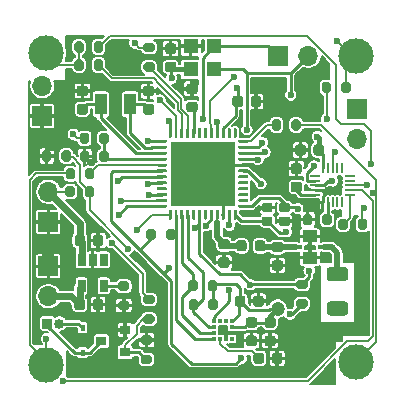
<source format=gtl>
G04 #@! TF.GenerationSoftware,KiCad,Pcbnew,(5.1.12)-1*
G04 #@! TF.CreationDate,2022-01-26T09:33:10+03:00*
G04 #@! TF.ProjectId,d_watch_v2,645f7761-7463-4685-9f76-322e6b696361,rev?*
G04 #@! TF.SameCoordinates,Original*
G04 #@! TF.FileFunction,Copper,L1,Top*
G04 #@! TF.FilePolarity,Positive*
%FSLAX46Y46*%
G04 Gerber Fmt 4.6, Leading zero omitted, Abs format (unit mm)*
G04 Created by KiCad (PCBNEW (5.1.12)-1) date 2022-01-26 09:33:10*
%MOMM*%
%LPD*%
G01*
G04 APERTURE LIST*
G04 #@! TA.AperFunction,SMDPad,CuDef*
%ADD10R,1.000000X1.800000*%
G04 #@! TD*
G04 #@! TA.AperFunction,SMDPad,CuDef*
%ADD11O,0.250000X0.900000*%
G04 #@! TD*
G04 #@! TA.AperFunction,SMDPad,CuDef*
%ADD12O,0.900000X0.250000*%
G04 #@! TD*
G04 #@! TA.AperFunction,SMDPad,CuDef*
%ADD13R,1.300000X1.000000*%
G04 #@! TD*
G04 #@! TA.AperFunction,SMDPad,CuDef*
%ADD14R,1.000000X0.350000*%
G04 #@! TD*
G04 #@! TA.AperFunction,SMDPad,CuDef*
%ADD15R,1.300000X1.300000*%
G04 #@! TD*
G04 #@! TA.AperFunction,ComponentPad*
%ADD16O,0.850000X0.850000*%
G04 #@! TD*
G04 #@! TA.AperFunction,ComponentPad*
%ADD17R,0.850000X0.850000*%
G04 #@! TD*
G04 #@! TA.AperFunction,SMDPad,CuDef*
%ADD18R,0.900000X0.800000*%
G04 #@! TD*
G04 #@! TA.AperFunction,SMDPad,CuDef*
%ADD19R,0.450000X0.600000*%
G04 #@! TD*
G04 #@! TA.AperFunction,ComponentPad*
%ADD20O,1.700000X1.700000*%
G04 #@! TD*
G04 #@! TA.AperFunction,ComponentPad*
%ADD21R,1.700000X1.700000*%
G04 #@! TD*
G04 #@! TA.AperFunction,SMDPad,CuDef*
%ADD22C,3.000000*%
G04 #@! TD*
G04 #@! TA.AperFunction,SMDPad,CuDef*
%ADD23R,0.350000X0.375000*%
G04 #@! TD*
G04 #@! TA.AperFunction,SMDPad,CuDef*
%ADD24R,0.375000X0.350000*%
G04 #@! TD*
G04 #@! TA.AperFunction,SMDPad,CuDef*
%ADD25R,0.650000X1.060000*%
G04 #@! TD*
G04 #@! TA.AperFunction,SMDPad,CuDef*
%ADD26R,5.450000X5.450000*%
G04 #@! TD*
G04 #@! TA.AperFunction,ViaPad*
%ADD27C,0.600000*%
G04 #@! TD*
G04 #@! TA.AperFunction,ViaPad*
%ADD28C,1.200000*%
G04 #@! TD*
G04 #@! TA.AperFunction,Conductor*
%ADD29C,0.250000*%
G04 #@! TD*
G04 #@! TA.AperFunction,Conductor*
%ADD30C,0.200000*%
G04 #@! TD*
G04 #@! TA.AperFunction,Conductor*
%ADD31C,1.000000*%
G04 #@! TD*
G04 #@! TA.AperFunction,Conductor*
%ADD32C,0.400000*%
G04 #@! TD*
G04 #@! TA.AperFunction,Conductor*
%ADD33C,0.600000*%
G04 #@! TD*
G04 #@! TA.AperFunction,Conductor*
%ADD34C,0.500000*%
G04 #@! TD*
G04 #@! TA.AperFunction,Conductor*
%ADD35C,0.128000*%
G04 #@! TD*
G04 #@! TA.AperFunction,Conductor*
%ADD36C,0.100000*%
G04 #@! TD*
G04 APERTURE END LIST*
D10*
X108880000Y-36040000D03*
X106380000Y-36040000D03*
G04 #@! TA.AperFunction,SMDPad,CuDef*
G36*
G01*
X121593600Y-45550000D02*
X122286400Y-45550000D01*
G75*
G02*
X122370000Y-45633600I0J-83600D01*
G01*
X122370000Y-46226400D01*
G75*
G02*
X122286400Y-46310000I-83600J0D01*
G01*
X121593600Y-46310000D01*
G75*
G02*
X121510000Y-46226400I0J83600D01*
G01*
X121510000Y-45633600D01*
G75*
G02*
X121593600Y-45550000I83600J0D01*
G01*
G37*
G04 #@! TD.AperFunction*
G04 #@! TA.AperFunction,SMDPad,CuDef*
G36*
G01*
X120143600Y-45550000D02*
X120836400Y-45550000D01*
G75*
G02*
X120920000Y-45633600I0J-83600D01*
G01*
X120920000Y-46226400D01*
G75*
G02*
X120836400Y-46310000I-83600J0D01*
G01*
X120143600Y-46310000D01*
G75*
G02*
X120060000Y-46226400I0J83600D01*
G01*
X120060000Y-45633600D01*
G75*
G02*
X120143600Y-45550000I83600J0D01*
G01*
G37*
G04 #@! TD.AperFunction*
G04 #@! TA.AperFunction,SMDPad,CuDef*
G36*
G01*
X120143600Y-44400000D02*
X120836400Y-44400000D01*
G75*
G02*
X120920000Y-44483600I0J-83600D01*
G01*
X120920000Y-45076400D01*
G75*
G02*
X120836400Y-45160000I-83600J0D01*
G01*
X120143600Y-45160000D01*
G75*
G02*
X120060000Y-45076400I0J83600D01*
G01*
X120060000Y-44483600D01*
G75*
G02*
X120143600Y-44400000I83600J0D01*
G01*
G37*
G04 #@! TD.AperFunction*
G04 #@! TA.AperFunction,SMDPad,CuDef*
G36*
G01*
X121593600Y-44400000D02*
X122286400Y-44400000D01*
G75*
G02*
X122370000Y-44483600I0J-83600D01*
G01*
X122370000Y-45076400D01*
G75*
G02*
X122286400Y-45160000I-83600J0D01*
G01*
X121593600Y-45160000D01*
G75*
G02*
X121510000Y-45076400I0J83600D01*
G01*
X121510000Y-44483600D01*
G75*
G02*
X121593600Y-44400000I83600J0D01*
G01*
G37*
G04 #@! TD.AperFunction*
D11*
X125210000Y-41450000D03*
X125610000Y-41450000D03*
X126010000Y-41450000D03*
X126410000Y-41450000D03*
X126810000Y-41450000D03*
D12*
X127460000Y-42100000D03*
X127460000Y-42500000D03*
X127460000Y-42900000D03*
X127460000Y-43300000D03*
X127460000Y-43700000D03*
D11*
X126810000Y-44350000D03*
X126410000Y-44350000D03*
X126010000Y-44350000D03*
X125610000Y-44350000D03*
X125210000Y-44350000D03*
D12*
X124560000Y-43700000D03*
X124560000Y-43300000D03*
X124560000Y-42900000D03*
X124560000Y-42500000D03*
X124560000Y-42100000D03*
D13*
X124100000Y-49040000D03*
X124100000Y-47240000D03*
D14*
X125300000Y-48140000D03*
X122900000Y-48140000D03*
G04 #@! TA.AperFunction,SMDPad,CuDef*
G36*
G01*
X125786000Y-52740000D02*
X127054000Y-52740000D01*
G75*
G02*
X127330000Y-53016000I0J-276000D01*
G01*
X127330000Y-53664000D01*
G75*
G02*
X127054000Y-53940000I-276000J0D01*
G01*
X125786000Y-53940000D01*
G75*
G02*
X125510000Y-53664000I0J276000D01*
G01*
X125510000Y-53016000D01*
G75*
G02*
X125786000Y-52740000I276000J0D01*
G01*
G37*
G04 #@! TD.AperFunction*
G04 #@! TA.AperFunction,SMDPad,CuDef*
G36*
G01*
X125786000Y-49820000D02*
X127054000Y-49820000D01*
G75*
G02*
X127330000Y-50096000I0J-276000D01*
G01*
X127330000Y-50744000D01*
G75*
G02*
X127054000Y-51020000I-276000J0D01*
G01*
X125786000Y-51020000D01*
G75*
G02*
X125510000Y-50744000I0J276000D01*
G01*
X125510000Y-50096000D01*
G75*
G02*
X125786000Y-49820000I276000J0D01*
G01*
G37*
G04 #@! TD.AperFunction*
D15*
X116000000Y-31100000D03*
X116000000Y-33100000D03*
X114000000Y-33100000D03*
X114000000Y-31100000D03*
D16*
X102870000Y-54610000D03*
D17*
X101870000Y-54610000D03*
D18*
X106440000Y-56100000D03*
X108440000Y-55150000D03*
X108440000Y-57050000D03*
D19*
X104840000Y-57070000D03*
X104840000Y-54970000D03*
G04 #@! TA.AperFunction,SMDPad,CuDef*
G36*
G01*
X110185000Y-53830000D02*
X110735000Y-53830000D01*
G75*
G02*
X110935000Y-54030000I0J-200000D01*
G01*
X110935000Y-54430000D01*
G75*
G02*
X110735000Y-54630000I-200000J0D01*
G01*
X110185000Y-54630000D01*
G75*
G02*
X109985000Y-54430000I0J200000D01*
G01*
X109985000Y-54030000D01*
G75*
G02*
X110185000Y-53830000I200000J0D01*
G01*
G37*
G04 #@! TD.AperFunction*
G04 #@! TA.AperFunction,SMDPad,CuDef*
G36*
G01*
X110185000Y-52180000D02*
X110735000Y-52180000D01*
G75*
G02*
X110935000Y-52380000I0J-200000D01*
G01*
X110935000Y-52780000D01*
G75*
G02*
X110735000Y-52980000I-200000J0D01*
G01*
X110185000Y-52980000D01*
G75*
G02*
X109985000Y-52780000I0J200000D01*
G01*
X109985000Y-52380000D01*
G75*
G02*
X110185000Y-52180000I200000J0D01*
G01*
G37*
G04 #@! TD.AperFunction*
G04 #@! TA.AperFunction,SMDPad,CuDef*
G36*
G01*
X109965000Y-57260000D02*
X110515000Y-57260000D01*
G75*
G02*
X110715000Y-57460000I0J-200000D01*
G01*
X110715000Y-57860000D01*
G75*
G02*
X110515000Y-58060000I-200000J0D01*
G01*
X109965000Y-58060000D01*
G75*
G02*
X109765000Y-57860000I0J200000D01*
G01*
X109765000Y-57460000D01*
G75*
G02*
X109965000Y-57260000I200000J0D01*
G01*
G37*
G04 #@! TD.AperFunction*
G04 #@! TA.AperFunction,SMDPad,CuDef*
G36*
G01*
X109965000Y-55610000D02*
X110515000Y-55610000D01*
G75*
G02*
X110715000Y-55810000I0J-200000D01*
G01*
X110715000Y-56210000D01*
G75*
G02*
X110515000Y-56410000I-200000J0D01*
G01*
X109965000Y-56410000D01*
G75*
G02*
X109765000Y-56210000I0J200000D01*
G01*
X109765000Y-55810000D01*
G75*
G02*
X109965000Y-55610000I200000J0D01*
G01*
G37*
G04 #@! TD.AperFunction*
D20*
X101420000Y-34490000D03*
D21*
X101420000Y-37030000D03*
D22*
X101770000Y-58080000D03*
X127950000Y-31950000D03*
X127980000Y-57900000D03*
X101750000Y-31740000D03*
G04 #@! TA.AperFunction,SMDPad,CuDef*
G36*
G01*
X110195000Y-32490000D02*
X110745000Y-32490000D01*
G75*
G02*
X110945000Y-32690000I0J-200000D01*
G01*
X110945000Y-33090000D01*
G75*
G02*
X110745000Y-33290000I-200000J0D01*
G01*
X110195000Y-33290000D01*
G75*
G02*
X109995000Y-33090000I0J200000D01*
G01*
X109995000Y-32690000D01*
G75*
G02*
X110195000Y-32490000I200000J0D01*
G01*
G37*
G04 #@! TD.AperFunction*
G04 #@! TA.AperFunction,SMDPad,CuDef*
G36*
G01*
X110195000Y-30840000D02*
X110745000Y-30840000D01*
G75*
G02*
X110945000Y-31040000I0J-200000D01*
G01*
X110945000Y-31440000D01*
G75*
G02*
X110745000Y-31640000I-200000J0D01*
G01*
X110195000Y-31640000D01*
G75*
G02*
X109995000Y-31440000I0J200000D01*
G01*
X109995000Y-31040000D01*
G75*
G02*
X110195000Y-30840000I200000J0D01*
G01*
G37*
G04 #@! TD.AperFunction*
G04 #@! TA.AperFunction,SMDPad,CuDef*
G36*
G01*
X114360000Y-35190000D02*
X113860000Y-35190000D01*
G75*
G02*
X113635000Y-34965000I0J225000D01*
G01*
X113635000Y-34515000D01*
G75*
G02*
X113860000Y-34290000I225000J0D01*
G01*
X114360000Y-34290000D01*
G75*
G02*
X114585000Y-34515000I0J-225000D01*
G01*
X114585000Y-34965000D01*
G75*
G02*
X114360000Y-35190000I-225000J0D01*
G01*
G37*
G04 #@! TD.AperFunction*
G04 #@! TA.AperFunction,SMDPad,CuDef*
G36*
G01*
X114360000Y-36740000D02*
X113860000Y-36740000D01*
G75*
G02*
X113635000Y-36515000I0J225000D01*
G01*
X113635000Y-36065000D01*
G75*
G02*
X113860000Y-35840000I225000J0D01*
G01*
X114360000Y-35840000D01*
G75*
G02*
X114585000Y-36065000I0J-225000D01*
G01*
X114585000Y-36515000D01*
G75*
G02*
X114360000Y-36740000I-225000J0D01*
G01*
G37*
G04 #@! TD.AperFunction*
G04 #@! TA.AperFunction,SMDPad,CuDef*
G36*
G01*
X121090000Y-49240000D02*
X121590000Y-49240000D01*
G75*
G02*
X121815000Y-49465000I0J-225000D01*
G01*
X121815000Y-49915000D01*
G75*
G02*
X121590000Y-50140000I-225000J0D01*
G01*
X121090000Y-50140000D01*
G75*
G02*
X120865000Y-49915000I0J225000D01*
G01*
X120865000Y-49465000D01*
G75*
G02*
X121090000Y-49240000I225000J0D01*
G01*
G37*
G04 #@! TD.AperFunction*
G04 #@! TA.AperFunction,SMDPad,CuDef*
G36*
G01*
X121090000Y-47690000D02*
X121590000Y-47690000D01*
G75*
G02*
X121815000Y-47915000I0J-225000D01*
G01*
X121815000Y-48365000D01*
G75*
G02*
X121590000Y-48590000I-225000J0D01*
G01*
X121090000Y-48590000D01*
G75*
G02*
X120865000Y-48365000I0J225000D01*
G01*
X120865000Y-47915000D01*
G75*
G02*
X121090000Y-47690000I225000J0D01*
G01*
G37*
G04 #@! TD.AperFunction*
G04 #@! TA.AperFunction,SMDPad,CuDef*
G36*
G01*
X119427500Y-48286250D02*
X119427500Y-47773750D01*
G75*
G02*
X119646250Y-47555000I218750J0D01*
G01*
X120083750Y-47555000D01*
G75*
G02*
X120302500Y-47773750I0J-218750D01*
G01*
X120302500Y-48286250D01*
G75*
G02*
X120083750Y-48505000I-218750J0D01*
G01*
X119646250Y-48505000D01*
G75*
G02*
X119427500Y-48286250I0J218750D01*
G01*
G37*
G04 #@! TD.AperFunction*
G04 #@! TA.AperFunction,SMDPad,CuDef*
G36*
G01*
X117852500Y-48286250D02*
X117852500Y-47773750D01*
G75*
G02*
X118071250Y-47555000I218750J0D01*
G01*
X118508750Y-47555000D01*
G75*
G02*
X118727500Y-47773750I0J-218750D01*
G01*
X118727500Y-48286250D01*
G75*
G02*
X118508750Y-48505000I-218750J0D01*
G01*
X118071250Y-48505000D01*
G75*
G02*
X117852500Y-48286250I0J218750D01*
G01*
G37*
G04 #@! TD.AperFunction*
D20*
X101940000Y-52300000D03*
D21*
X101940000Y-49760000D03*
G04 #@! TA.AperFunction,SMDPad,CuDef*
G36*
G01*
X120860000Y-57800000D02*
X120860000Y-57300000D01*
G75*
G02*
X121085000Y-57075000I225000J0D01*
G01*
X121535000Y-57075000D01*
G75*
G02*
X121760000Y-57300000I0J-225000D01*
G01*
X121760000Y-57800000D01*
G75*
G02*
X121535000Y-58025000I-225000J0D01*
G01*
X121085000Y-58025000D01*
G75*
G02*
X120860000Y-57800000I0J225000D01*
G01*
G37*
G04 #@! TD.AperFunction*
G04 #@! TA.AperFunction,SMDPad,CuDef*
G36*
G01*
X119310000Y-57800000D02*
X119310000Y-57300000D01*
G75*
G02*
X119535000Y-57075000I225000J0D01*
G01*
X119985000Y-57075000D01*
G75*
G02*
X120210000Y-57300000I0J-225000D01*
G01*
X120210000Y-57800000D01*
G75*
G02*
X119985000Y-58025000I-225000J0D01*
G01*
X119535000Y-58025000D01*
G75*
G02*
X119310000Y-57800000I0J225000D01*
G01*
G37*
G04 #@! TD.AperFunction*
D23*
X116492500Y-54407500D03*
X116992500Y-54407500D03*
X116992500Y-55932500D03*
X116492500Y-55932500D03*
D24*
X117505000Y-54420000D03*
X115980000Y-54420000D03*
X117505000Y-55920000D03*
X115980000Y-55920000D03*
X117505000Y-55420000D03*
X117505000Y-54920000D03*
X115980000Y-55420000D03*
X115980000Y-54920000D03*
D25*
X106650000Y-51420000D03*
X104750000Y-51420000D03*
X104750000Y-49220000D03*
X105700000Y-49220000D03*
X106650000Y-49220000D03*
D26*
X115000000Y-41940000D03*
G04 #@! TA.AperFunction,SMDPad,CuDef*
G36*
G01*
X112125000Y-38852500D02*
X112125000Y-38127500D01*
G75*
G02*
X112187500Y-38065000I62500J0D01*
G01*
X112312500Y-38065000D01*
G75*
G02*
X112375000Y-38127500I0J-62500D01*
G01*
X112375000Y-38852500D01*
G75*
G02*
X112312500Y-38915000I-62500J0D01*
G01*
X112187500Y-38915000D01*
G75*
G02*
X112125000Y-38852500I0J62500D01*
G01*
G37*
G04 #@! TD.AperFunction*
G04 #@! TA.AperFunction,SMDPad,CuDef*
G36*
G01*
X112625000Y-38852500D02*
X112625000Y-38127500D01*
G75*
G02*
X112687500Y-38065000I62500J0D01*
G01*
X112812500Y-38065000D01*
G75*
G02*
X112875000Y-38127500I0J-62500D01*
G01*
X112875000Y-38852500D01*
G75*
G02*
X112812500Y-38915000I-62500J0D01*
G01*
X112687500Y-38915000D01*
G75*
G02*
X112625000Y-38852500I0J62500D01*
G01*
G37*
G04 #@! TD.AperFunction*
G04 #@! TA.AperFunction,SMDPad,CuDef*
G36*
G01*
X113125000Y-38852500D02*
X113125000Y-38127500D01*
G75*
G02*
X113187500Y-38065000I62500J0D01*
G01*
X113312500Y-38065000D01*
G75*
G02*
X113375000Y-38127500I0J-62500D01*
G01*
X113375000Y-38852500D01*
G75*
G02*
X113312500Y-38915000I-62500J0D01*
G01*
X113187500Y-38915000D01*
G75*
G02*
X113125000Y-38852500I0J62500D01*
G01*
G37*
G04 #@! TD.AperFunction*
G04 #@! TA.AperFunction,SMDPad,CuDef*
G36*
G01*
X113625000Y-38852500D02*
X113625000Y-38127500D01*
G75*
G02*
X113687500Y-38065000I62500J0D01*
G01*
X113812500Y-38065000D01*
G75*
G02*
X113875000Y-38127500I0J-62500D01*
G01*
X113875000Y-38852500D01*
G75*
G02*
X113812500Y-38915000I-62500J0D01*
G01*
X113687500Y-38915000D01*
G75*
G02*
X113625000Y-38852500I0J62500D01*
G01*
G37*
G04 #@! TD.AperFunction*
G04 #@! TA.AperFunction,SMDPad,CuDef*
G36*
G01*
X114125000Y-38852500D02*
X114125000Y-38127500D01*
G75*
G02*
X114187500Y-38065000I62500J0D01*
G01*
X114312500Y-38065000D01*
G75*
G02*
X114375000Y-38127500I0J-62500D01*
G01*
X114375000Y-38852500D01*
G75*
G02*
X114312500Y-38915000I-62500J0D01*
G01*
X114187500Y-38915000D01*
G75*
G02*
X114125000Y-38852500I0J62500D01*
G01*
G37*
G04 #@! TD.AperFunction*
G04 #@! TA.AperFunction,SMDPad,CuDef*
G36*
G01*
X114625000Y-38852500D02*
X114625000Y-38127500D01*
G75*
G02*
X114687500Y-38065000I62500J0D01*
G01*
X114812500Y-38065000D01*
G75*
G02*
X114875000Y-38127500I0J-62500D01*
G01*
X114875000Y-38852500D01*
G75*
G02*
X114812500Y-38915000I-62500J0D01*
G01*
X114687500Y-38915000D01*
G75*
G02*
X114625000Y-38852500I0J62500D01*
G01*
G37*
G04 #@! TD.AperFunction*
G04 #@! TA.AperFunction,SMDPad,CuDef*
G36*
G01*
X115125000Y-38852500D02*
X115125000Y-38127500D01*
G75*
G02*
X115187500Y-38065000I62500J0D01*
G01*
X115312500Y-38065000D01*
G75*
G02*
X115375000Y-38127500I0J-62500D01*
G01*
X115375000Y-38852500D01*
G75*
G02*
X115312500Y-38915000I-62500J0D01*
G01*
X115187500Y-38915000D01*
G75*
G02*
X115125000Y-38852500I0J62500D01*
G01*
G37*
G04 #@! TD.AperFunction*
G04 #@! TA.AperFunction,SMDPad,CuDef*
G36*
G01*
X115625000Y-38852500D02*
X115625000Y-38127500D01*
G75*
G02*
X115687500Y-38065000I62500J0D01*
G01*
X115812500Y-38065000D01*
G75*
G02*
X115875000Y-38127500I0J-62500D01*
G01*
X115875000Y-38852500D01*
G75*
G02*
X115812500Y-38915000I-62500J0D01*
G01*
X115687500Y-38915000D01*
G75*
G02*
X115625000Y-38852500I0J62500D01*
G01*
G37*
G04 #@! TD.AperFunction*
G04 #@! TA.AperFunction,SMDPad,CuDef*
G36*
G01*
X116125000Y-38852500D02*
X116125000Y-38127500D01*
G75*
G02*
X116187500Y-38065000I62500J0D01*
G01*
X116312500Y-38065000D01*
G75*
G02*
X116375000Y-38127500I0J-62500D01*
G01*
X116375000Y-38852500D01*
G75*
G02*
X116312500Y-38915000I-62500J0D01*
G01*
X116187500Y-38915000D01*
G75*
G02*
X116125000Y-38852500I0J62500D01*
G01*
G37*
G04 #@! TD.AperFunction*
G04 #@! TA.AperFunction,SMDPad,CuDef*
G36*
G01*
X116625000Y-38852500D02*
X116625000Y-38127500D01*
G75*
G02*
X116687500Y-38065000I62500J0D01*
G01*
X116812500Y-38065000D01*
G75*
G02*
X116875000Y-38127500I0J-62500D01*
G01*
X116875000Y-38852500D01*
G75*
G02*
X116812500Y-38915000I-62500J0D01*
G01*
X116687500Y-38915000D01*
G75*
G02*
X116625000Y-38852500I0J62500D01*
G01*
G37*
G04 #@! TD.AperFunction*
G04 #@! TA.AperFunction,SMDPad,CuDef*
G36*
G01*
X117125000Y-38852500D02*
X117125000Y-38127500D01*
G75*
G02*
X117187500Y-38065000I62500J0D01*
G01*
X117312500Y-38065000D01*
G75*
G02*
X117375000Y-38127500I0J-62500D01*
G01*
X117375000Y-38852500D01*
G75*
G02*
X117312500Y-38915000I-62500J0D01*
G01*
X117187500Y-38915000D01*
G75*
G02*
X117125000Y-38852500I0J62500D01*
G01*
G37*
G04 #@! TD.AperFunction*
G04 #@! TA.AperFunction,SMDPad,CuDef*
G36*
G01*
X117625000Y-38852500D02*
X117625000Y-38127500D01*
G75*
G02*
X117687500Y-38065000I62500J0D01*
G01*
X117812500Y-38065000D01*
G75*
G02*
X117875000Y-38127500I0J-62500D01*
G01*
X117875000Y-38852500D01*
G75*
G02*
X117812500Y-38915000I-62500J0D01*
G01*
X117687500Y-38915000D01*
G75*
G02*
X117625000Y-38852500I0J62500D01*
G01*
G37*
G04 #@! TD.AperFunction*
G04 #@! TA.AperFunction,SMDPad,CuDef*
G36*
G01*
X118025000Y-39252500D02*
X118025000Y-39127500D01*
G75*
G02*
X118087500Y-39065000I62500J0D01*
G01*
X118812500Y-39065000D01*
G75*
G02*
X118875000Y-39127500I0J-62500D01*
G01*
X118875000Y-39252500D01*
G75*
G02*
X118812500Y-39315000I-62500J0D01*
G01*
X118087500Y-39315000D01*
G75*
G02*
X118025000Y-39252500I0J62500D01*
G01*
G37*
G04 #@! TD.AperFunction*
G04 #@! TA.AperFunction,SMDPad,CuDef*
G36*
G01*
X118025000Y-39752500D02*
X118025000Y-39627500D01*
G75*
G02*
X118087500Y-39565000I62500J0D01*
G01*
X118812500Y-39565000D01*
G75*
G02*
X118875000Y-39627500I0J-62500D01*
G01*
X118875000Y-39752500D01*
G75*
G02*
X118812500Y-39815000I-62500J0D01*
G01*
X118087500Y-39815000D01*
G75*
G02*
X118025000Y-39752500I0J62500D01*
G01*
G37*
G04 #@! TD.AperFunction*
G04 #@! TA.AperFunction,SMDPad,CuDef*
G36*
G01*
X118025000Y-40252500D02*
X118025000Y-40127500D01*
G75*
G02*
X118087500Y-40065000I62500J0D01*
G01*
X118812500Y-40065000D01*
G75*
G02*
X118875000Y-40127500I0J-62500D01*
G01*
X118875000Y-40252500D01*
G75*
G02*
X118812500Y-40315000I-62500J0D01*
G01*
X118087500Y-40315000D01*
G75*
G02*
X118025000Y-40252500I0J62500D01*
G01*
G37*
G04 #@! TD.AperFunction*
G04 #@! TA.AperFunction,SMDPad,CuDef*
G36*
G01*
X118025000Y-40752500D02*
X118025000Y-40627500D01*
G75*
G02*
X118087500Y-40565000I62500J0D01*
G01*
X118812500Y-40565000D01*
G75*
G02*
X118875000Y-40627500I0J-62500D01*
G01*
X118875000Y-40752500D01*
G75*
G02*
X118812500Y-40815000I-62500J0D01*
G01*
X118087500Y-40815000D01*
G75*
G02*
X118025000Y-40752500I0J62500D01*
G01*
G37*
G04 #@! TD.AperFunction*
G04 #@! TA.AperFunction,SMDPad,CuDef*
G36*
G01*
X118025000Y-41252500D02*
X118025000Y-41127500D01*
G75*
G02*
X118087500Y-41065000I62500J0D01*
G01*
X118812500Y-41065000D01*
G75*
G02*
X118875000Y-41127500I0J-62500D01*
G01*
X118875000Y-41252500D01*
G75*
G02*
X118812500Y-41315000I-62500J0D01*
G01*
X118087500Y-41315000D01*
G75*
G02*
X118025000Y-41252500I0J62500D01*
G01*
G37*
G04 #@! TD.AperFunction*
G04 #@! TA.AperFunction,SMDPad,CuDef*
G36*
G01*
X118025000Y-41752500D02*
X118025000Y-41627500D01*
G75*
G02*
X118087500Y-41565000I62500J0D01*
G01*
X118812500Y-41565000D01*
G75*
G02*
X118875000Y-41627500I0J-62500D01*
G01*
X118875000Y-41752500D01*
G75*
G02*
X118812500Y-41815000I-62500J0D01*
G01*
X118087500Y-41815000D01*
G75*
G02*
X118025000Y-41752500I0J62500D01*
G01*
G37*
G04 #@! TD.AperFunction*
G04 #@! TA.AperFunction,SMDPad,CuDef*
G36*
G01*
X118025000Y-42252500D02*
X118025000Y-42127500D01*
G75*
G02*
X118087500Y-42065000I62500J0D01*
G01*
X118812500Y-42065000D01*
G75*
G02*
X118875000Y-42127500I0J-62500D01*
G01*
X118875000Y-42252500D01*
G75*
G02*
X118812500Y-42315000I-62500J0D01*
G01*
X118087500Y-42315000D01*
G75*
G02*
X118025000Y-42252500I0J62500D01*
G01*
G37*
G04 #@! TD.AperFunction*
G04 #@! TA.AperFunction,SMDPad,CuDef*
G36*
G01*
X118025000Y-42752500D02*
X118025000Y-42627500D01*
G75*
G02*
X118087500Y-42565000I62500J0D01*
G01*
X118812500Y-42565000D01*
G75*
G02*
X118875000Y-42627500I0J-62500D01*
G01*
X118875000Y-42752500D01*
G75*
G02*
X118812500Y-42815000I-62500J0D01*
G01*
X118087500Y-42815000D01*
G75*
G02*
X118025000Y-42752500I0J62500D01*
G01*
G37*
G04 #@! TD.AperFunction*
G04 #@! TA.AperFunction,SMDPad,CuDef*
G36*
G01*
X118025000Y-43252500D02*
X118025000Y-43127500D01*
G75*
G02*
X118087500Y-43065000I62500J0D01*
G01*
X118812500Y-43065000D01*
G75*
G02*
X118875000Y-43127500I0J-62500D01*
G01*
X118875000Y-43252500D01*
G75*
G02*
X118812500Y-43315000I-62500J0D01*
G01*
X118087500Y-43315000D01*
G75*
G02*
X118025000Y-43252500I0J62500D01*
G01*
G37*
G04 #@! TD.AperFunction*
G04 #@! TA.AperFunction,SMDPad,CuDef*
G36*
G01*
X118025000Y-43752500D02*
X118025000Y-43627500D01*
G75*
G02*
X118087500Y-43565000I62500J0D01*
G01*
X118812500Y-43565000D01*
G75*
G02*
X118875000Y-43627500I0J-62500D01*
G01*
X118875000Y-43752500D01*
G75*
G02*
X118812500Y-43815000I-62500J0D01*
G01*
X118087500Y-43815000D01*
G75*
G02*
X118025000Y-43752500I0J62500D01*
G01*
G37*
G04 #@! TD.AperFunction*
G04 #@! TA.AperFunction,SMDPad,CuDef*
G36*
G01*
X118025000Y-44252500D02*
X118025000Y-44127500D01*
G75*
G02*
X118087500Y-44065000I62500J0D01*
G01*
X118812500Y-44065000D01*
G75*
G02*
X118875000Y-44127500I0J-62500D01*
G01*
X118875000Y-44252500D01*
G75*
G02*
X118812500Y-44315000I-62500J0D01*
G01*
X118087500Y-44315000D01*
G75*
G02*
X118025000Y-44252500I0J62500D01*
G01*
G37*
G04 #@! TD.AperFunction*
G04 #@! TA.AperFunction,SMDPad,CuDef*
G36*
G01*
X118025000Y-44752500D02*
X118025000Y-44627500D01*
G75*
G02*
X118087500Y-44565000I62500J0D01*
G01*
X118812500Y-44565000D01*
G75*
G02*
X118875000Y-44627500I0J-62500D01*
G01*
X118875000Y-44752500D01*
G75*
G02*
X118812500Y-44815000I-62500J0D01*
G01*
X118087500Y-44815000D01*
G75*
G02*
X118025000Y-44752500I0J62500D01*
G01*
G37*
G04 #@! TD.AperFunction*
G04 #@! TA.AperFunction,SMDPad,CuDef*
G36*
G01*
X117625000Y-45752500D02*
X117625000Y-45027500D01*
G75*
G02*
X117687500Y-44965000I62500J0D01*
G01*
X117812500Y-44965000D01*
G75*
G02*
X117875000Y-45027500I0J-62500D01*
G01*
X117875000Y-45752500D01*
G75*
G02*
X117812500Y-45815000I-62500J0D01*
G01*
X117687500Y-45815000D01*
G75*
G02*
X117625000Y-45752500I0J62500D01*
G01*
G37*
G04 #@! TD.AperFunction*
G04 #@! TA.AperFunction,SMDPad,CuDef*
G36*
G01*
X117125000Y-45752500D02*
X117125000Y-45027500D01*
G75*
G02*
X117187500Y-44965000I62500J0D01*
G01*
X117312500Y-44965000D01*
G75*
G02*
X117375000Y-45027500I0J-62500D01*
G01*
X117375000Y-45752500D01*
G75*
G02*
X117312500Y-45815000I-62500J0D01*
G01*
X117187500Y-45815000D01*
G75*
G02*
X117125000Y-45752500I0J62500D01*
G01*
G37*
G04 #@! TD.AperFunction*
G04 #@! TA.AperFunction,SMDPad,CuDef*
G36*
G01*
X116625000Y-45752500D02*
X116625000Y-45027500D01*
G75*
G02*
X116687500Y-44965000I62500J0D01*
G01*
X116812500Y-44965000D01*
G75*
G02*
X116875000Y-45027500I0J-62500D01*
G01*
X116875000Y-45752500D01*
G75*
G02*
X116812500Y-45815000I-62500J0D01*
G01*
X116687500Y-45815000D01*
G75*
G02*
X116625000Y-45752500I0J62500D01*
G01*
G37*
G04 #@! TD.AperFunction*
G04 #@! TA.AperFunction,SMDPad,CuDef*
G36*
G01*
X116125000Y-45752500D02*
X116125000Y-45027500D01*
G75*
G02*
X116187500Y-44965000I62500J0D01*
G01*
X116312500Y-44965000D01*
G75*
G02*
X116375000Y-45027500I0J-62500D01*
G01*
X116375000Y-45752500D01*
G75*
G02*
X116312500Y-45815000I-62500J0D01*
G01*
X116187500Y-45815000D01*
G75*
G02*
X116125000Y-45752500I0J62500D01*
G01*
G37*
G04 #@! TD.AperFunction*
G04 #@! TA.AperFunction,SMDPad,CuDef*
G36*
G01*
X115625000Y-45752500D02*
X115625000Y-45027500D01*
G75*
G02*
X115687500Y-44965000I62500J0D01*
G01*
X115812500Y-44965000D01*
G75*
G02*
X115875000Y-45027500I0J-62500D01*
G01*
X115875000Y-45752500D01*
G75*
G02*
X115812500Y-45815000I-62500J0D01*
G01*
X115687500Y-45815000D01*
G75*
G02*
X115625000Y-45752500I0J62500D01*
G01*
G37*
G04 #@! TD.AperFunction*
G04 #@! TA.AperFunction,SMDPad,CuDef*
G36*
G01*
X115125000Y-45752500D02*
X115125000Y-45027500D01*
G75*
G02*
X115187500Y-44965000I62500J0D01*
G01*
X115312500Y-44965000D01*
G75*
G02*
X115375000Y-45027500I0J-62500D01*
G01*
X115375000Y-45752500D01*
G75*
G02*
X115312500Y-45815000I-62500J0D01*
G01*
X115187500Y-45815000D01*
G75*
G02*
X115125000Y-45752500I0J62500D01*
G01*
G37*
G04 #@! TD.AperFunction*
G04 #@! TA.AperFunction,SMDPad,CuDef*
G36*
G01*
X114625000Y-45752500D02*
X114625000Y-45027500D01*
G75*
G02*
X114687500Y-44965000I62500J0D01*
G01*
X114812500Y-44965000D01*
G75*
G02*
X114875000Y-45027500I0J-62500D01*
G01*
X114875000Y-45752500D01*
G75*
G02*
X114812500Y-45815000I-62500J0D01*
G01*
X114687500Y-45815000D01*
G75*
G02*
X114625000Y-45752500I0J62500D01*
G01*
G37*
G04 #@! TD.AperFunction*
G04 #@! TA.AperFunction,SMDPad,CuDef*
G36*
G01*
X114125000Y-45752500D02*
X114125000Y-45027500D01*
G75*
G02*
X114187500Y-44965000I62500J0D01*
G01*
X114312500Y-44965000D01*
G75*
G02*
X114375000Y-45027500I0J-62500D01*
G01*
X114375000Y-45752500D01*
G75*
G02*
X114312500Y-45815000I-62500J0D01*
G01*
X114187500Y-45815000D01*
G75*
G02*
X114125000Y-45752500I0J62500D01*
G01*
G37*
G04 #@! TD.AperFunction*
G04 #@! TA.AperFunction,SMDPad,CuDef*
G36*
G01*
X113625000Y-45752500D02*
X113625000Y-45027500D01*
G75*
G02*
X113687500Y-44965000I62500J0D01*
G01*
X113812500Y-44965000D01*
G75*
G02*
X113875000Y-45027500I0J-62500D01*
G01*
X113875000Y-45752500D01*
G75*
G02*
X113812500Y-45815000I-62500J0D01*
G01*
X113687500Y-45815000D01*
G75*
G02*
X113625000Y-45752500I0J62500D01*
G01*
G37*
G04 #@! TD.AperFunction*
G04 #@! TA.AperFunction,SMDPad,CuDef*
G36*
G01*
X113125000Y-45752500D02*
X113125000Y-45027500D01*
G75*
G02*
X113187500Y-44965000I62500J0D01*
G01*
X113312500Y-44965000D01*
G75*
G02*
X113375000Y-45027500I0J-62500D01*
G01*
X113375000Y-45752500D01*
G75*
G02*
X113312500Y-45815000I-62500J0D01*
G01*
X113187500Y-45815000D01*
G75*
G02*
X113125000Y-45752500I0J62500D01*
G01*
G37*
G04 #@! TD.AperFunction*
G04 #@! TA.AperFunction,SMDPad,CuDef*
G36*
G01*
X112625000Y-45752500D02*
X112625000Y-45027500D01*
G75*
G02*
X112687500Y-44965000I62500J0D01*
G01*
X112812500Y-44965000D01*
G75*
G02*
X112875000Y-45027500I0J-62500D01*
G01*
X112875000Y-45752500D01*
G75*
G02*
X112812500Y-45815000I-62500J0D01*
G01*
X112687500Y-45815000D01*
G75*
G02*
X112625000Y-45752500I0J62500D01*
G01*
G37*
G04 #@! TD.AperFunction*
G04 #@! TA.AperFunction,SMDPad,CuDef*
G36*
G01*
X112125000Y-45752500D02*
X112125000Y-45027500D01*
G75*
G02*
X112187500Y-44965000I62500J0D01*
G01*
X112312500Y-44965000D01*
G75*
G02*
X112375000Y-45027500I0J-62500D01*
G01*
X112375000Y-45752500D01*
G75*
G02*
X112312500Y-45815000I-62500J0D01*
G01*
X112187500Y-45815000D01*
G75*
G02*
X112125000Y-45752500I0J62500D01*
G01*
G37*
G04 #@! TD.AperFunction*
G04 #@! TA.AperFunction,SMDPad,CuDef*
G36*
G01*
X111125000Y-44752500D02*
X111125000Y-44627500D01*
G75*
G02*
X111187500Y-44565000I62500J0D01*
G01*
X111912500Y-44565000D01*
G75*
G02*
X111975000Y-44627500I0J-62500D01*
G01*
X111975000Y-44752500D01*
G75*
G02*
X111912500Y-44815000I-62500J0D01*
G01*
X111187500Y-44815000D01*
G75*
G02*
X111125000Y-44752500I0J62500D01*
G01*
G37*
G04 #@! TD.AperFunction*
G04 #@! TA.AperFunction,SMDPad,CuDef*
G36*
G01*
X111125000Y-44252500D02*
X111125000Y-44127500D01*
G75*
G02*
X111187500Y-44065000I62500J0D01*
G01*
X111912500Y-44065000D01*
G75*
G02*
X111975000Y-44127500I0J-62500D01*
G01*
X111975000Y-44252500D01*
G75*
G02*
X111912500Y-44315000I-62500J0D01*
G01*
X111187500Y-44315000D01*
G75*
G02*
X111125000Y-44252500I0J62500D01*
G01*
G37*
G04 #@! TD.AperFunction*
G04 #@! TA.AperFunction,SMDPad,CuDef*
G36*
G01*
X111125000Y-43752500D02*
X111125000Y-43627500D01*
G75*
G02*
X111187500Y-43565000I62500J0D01*
G01*
X111912500Y-43565000D01*
G75*
G02*
X111975000Y-43627500I0J-62500D01*
G01*
X111975000Y-43752500D01*
G75*
G02*
X111912500Y-43815000I-62500J0D01*
G01*
X111187500Y-43815000D01*
G75*
G02*
X111125000Y-43752500I0J62500D01*
G01*
G37*
G04 #@! TD.AperFunction*
G04 #@! TA.AperFunction,SMDPad,CuDef*
G36*
G01*
X111125000Y-43252500D02*
X111125000Y-43127500D01*
G75*
G02*
X111187500Y-43065000I62500J0D01*
G01*
X111912500Y-43065000D01*
G75*
G02*
X111975000Y-43127500I0J-62500D01*
G01*
X111975000Y-43252500D01*
G75*
G02*
X111912500Y-43315000I-62500J0D01*
G01*
X111187500Y-43315000D01*
G75*
G02*
X111125000Y-43252500I0J62500D01*
G01*
G37*
G04 #@! TD.AperFunction*
G04 #@! TA.AperFunction,SMDPad,CuDef*
G36*
G01*
X111125000Y-42752500D02*
X111125000Y-42627500D01*
G75*
G02*
X111187500Y-42565000I62500J0D01*
G01*
X111912500Y-42565000D01*
G75*
G02*
X111975000Y-42627500I0J-62500D01*
G01*
X111975000Y-42752500D01*
G75*
G02*
X111912500Y-42815000I-62500J0D01*
G01*
X111187500Y-42815000D01*
G75*
G02*
X111125000Y-42752500I0J62500D01*
G01*
G37*
G04 #@! TD.AperFunction*
G04 #@! TA.AperFunction,SMDPad,CuDef*
G36*
G01*
X111125000Y-42252500D02*
X111125000Y-42127500D01*
G75*
G02*
X111187500Y-42065000I62500J0D01*
G01*
X111912500Y-42065000D01*
G75*
G02*
X111975000Y-42127500I0J-62500D01*
G01*
X111975000Y-42252500D01*
G75*
G02*
X111912500Y-42315000I-62500J0D01*
G01*
X111187500Y-42315000D01*
G75*
G02*
X111125000Y-42252500I0J62500D01*
G01*
G37*
G04 #@! TD.AperFunction*
G04 #@! TA.AperFunction,SMDPad,CuDef*
G36*
G01*
X111125000Y-41752500D02*
X111125000Y-41627500D01*
G75*
G02*
X111187500Y-41565000I62500J0D01*
G01*
X111912500Y-41565000D01*
G75*
G02*
X111975000Y-41627500I0J-62500D01*
G01*
X111975000Y-41752500D01*
G75*
G02*
X111912500Y-41815000I-62500J0D01*
G01*
X111187500Y-41815000D01*
G75*
G02*
X111125000Y-41752500I0J62500D01*
G01*
G37*
G04 #@! TD.AperFunction*
G04 #@! TA.AperFunction,SMDPad,CuDef*
G36*
G01*
X111125000Y-41252500D02*
X111125000Y-41127500D01*
G75*
G02*
X111187500Y-41065000I62500J0D01*
G01*
X111912500Y-41065000D01*
G75*
G02*
X111975000Y-41127500I0J-62500D01*
G01*
X111975000Y-41252500D01*
G75*
G02*
X111912500Y-41315000I-62500J0D01*
G01*
X111187500Y-41315000D01*
G75*
G02*
X111125000Y-41252500I0J62500D01*
G01*
G37*
G04 #@! TD.AperFunction*
G04 #@! TA.AperFunction,SMDPad,CuDef*
G36*
G01*
X111125000Y-40752500D02*
X111125000Y-40627500D01*
G75*
G02*
X111187500Y-40565000I62500J0D01*
G01*
X111912500Y-40565000D01*
G75*
G02*
X111975000Y-40627500I0J-62500D01*
G01*
X111975000Y-40752500D01*
G75*
G02*
X111912500Y-40815000I-62500J0D01*
G01*
X111187500Y-40815000D01*
G75*
G02*
X111125000Y-40752500I0J62500D01*
G01*
G37*
G04 #@! TD.AperFunction*
G04 #@! TA.AperFunction,SMDPad,CuDef*
G36*
G01*
X111125000Y-40252500D02*
X111125000Y-40127500D01*
G75*
G02*
X111187500Y-40065000I62500J0D01*
G01*
X111912500Y-40065000D01*
G75*
G02*
X111975000Y-40127500I0J-62500D01*
G01*
X111975000Y-40252500D01*
G75*
G02*
X111912500Y-40315000I-62500J0D01*
G01*
X111187500Y-40315000D01*
G75*
G02*
X111125000Y-40252500I0J62500D01*
G01*
G37*
G04 #@! TD.AperFunction*
G04 #@! TA.AperFunction,SMDPad,CuDef*
G36*
G01*
X111125000Y-39752500D02*
X111125000Y-39627500D01*
G75*
G02*
X111187500Y-39565000I62500J0D01*
G01*
X111912500Y-39565000D01*
G75*
G02*
X111975000Y-39627500I0J-62500D01*
G01*
X111975000Y-39752500D01*
G75*
G02*
X111912500Y-39815000I-62500J0D01*
G01*
X111187500Y-39815000D01*
G75*
G02*
X111125000Y-39752500I0J62500D01*
G01*
G37*
G04 #@! TD.AperFunction*
G04 #@! TA.AperFunction,SMDPad,CuDef*
G36*
G01*
X111125000Y-39252500D02*
X111125000Y-39127500D01*
G75*
G02*
X111187500Y-39065000I62500J0D01*
G01*
X111912500Y-39065000D01*
G75*
G02*
X111975000Y-39127500I0J-62500D01*
G01*
X111975000Y-39252500D01*
G75*
G02*
X111912500Y-39315000I-62500J0D01*
G01*
X111187500Y-39315000D01*
G75*
G02*
X111125000Y-39252500I0J62500D01*
G01*
G37*
G04 #@! TD.AperFunction*
G04 #@! TA.AperFunction,SMDPad,CuDef*
G36*
G01*
X115470000Y-53295000D02*
X115470000Y-52745000D01*
G75*
G02*
X115670000Y-52545000I200000J0D01*
G01*
X116070000Y-52545000D01*
G75*
G02*
X116270000Y-52745000I0J-200000D01*
G01*
X116270000Y-53295000D01*
G75*
G02*
X116070000Y-53495000I-200000J0D01*
G01*
X115670000Y-53495000D01*
G75*
G02*
X115470000Y-53295000I0J200000D01*
G01*
G37*
G04 #@! TD.AperFunction*
G04 #@! TA.AperFunction,SMDPad,CuDef*
G36*
G01*
X113820000Y-53295000D02*
X113820000Y-52745000D01*
G75*
G02*
X114020000Y-52545000I200000J0D01*
G01*
X114420000Y-52545000D01*
G75*
G02*
X114620000Y-52745000I0J-200000D01*
G01*
X114620000Y-53295000D01*
G75*
G02*
X114420000Y-53495000I-200000J0D01*
G01*
X114020000Y-53495000D01*
G75*
G02*
X113820000Y-53295000I0J200000D01*
G01*
G37*
G04 #@! TD.AperFunction*
G04 #@! TA.AperFunction,SMDPad,CuDef*
G36*
G01*
X115440000Y-51675000D02*
X115440000Y-51125000D01*
G75*
G02*
X115640000Y-50925000I200000J0D01*
G01*
X116040000Y-50925000D01*
G75*
G02*
X116240000Y-51125000I0J-200000D01*
G01*
X116240000Y-51675000D01*
G75*
G02*
X116040000Y-51875000I-200000J0D01*
G01*
X115640000Y-51875000D01*
G75*
G02*
X115440000Y-51675000I0J200000D01*
G01*
G37*
G04 #@! TD.AperFunction*
G04 #@! TA.AperFunction,SMDPad,CuDef*
G36*
G01*
X113790000Y-51675000D02*
X113790000Y-51125000D01*
G75*
G02*
X113990000Y-50925000I200000J0D01*
G01*
X114390000Y-50925000D01*
G75*
G02*
X114590000Y-51125000I0J-200000D01*
G01*
X114590000Y-51675000D01*
G75*
G02*
X114390000Y-51875000I-200000J0D01*
G01*
X113990000Y-51875000D01*
G75*
G02*
X113790000Y-51675000I0J200000D01*
G01*
G37*
G04 #@! TD.AperFunction*
G04 #@! TA.AperFunction,SMDPad,CuDef*
G36*
G01*
X111900000Y-47345000D02*
X111900000Y-46795000D01*
G75*
G02*
X112100000Y-46595000I200000J0D01*
G01*
X112500000Y-46595000D01*
G75*
G02*
X112700000Y-46795000I0J-200000D01*
G01*
X112700000Y-47345000D01*
G75*
G02*
X112500000Y-47545000I-200000J0D01*
G01*
X112100000Y-47545000D01*
G75*
G02*
X111900000Y-47345000I0J200000D01*
G01*
G37*
G04 #@! TD.AperFunction*
G04 #@! TA.AperFunction,SMDPad,CuDef*
G36*
G01*
X110250000Y-47345000D02*
X110250000Y-46795000D01*
G75*
G02*
X110450000Y-46595000I200000J0D01*
G01*
X110850000Y-46595000D01*
G75*
G02*
X111050000Y-46795000I0J-200000D01*
G01*
X111050000Y-47345000D01*
G75*
G02*
X110850000Y-47545000I-200000J0D01*
G01*
X110450000Y-47545000D01*
G75*
G02*
X110250000Y-47345000I0J200000D01*
G01*
G37*
G04 #@! TD.AperFunction*
G04 #@! TA.AperFunction,SMDPad,CuDef*
G36*
G01*
X123145000Y-52550000D02*
X123695000Y-52550000D01*
G75*
G02*
X123895000Y-52750000I0J-200000D01*
G01*
X123895000Y-53150000D01*
G75*
G02*
X123695000Y-53350000I-200000J0D01*
G01*
X123145000Y-53350000D01*
G75*
G02*
X122945000Y-53150000I0J200000D01*
G01*
X122945000Y-52750000D01*
G75*
G02*
X123145000Y-52550000I200000J0D01*
G01*
G37*
G04 #@! TD.AperFunction*
G04 #@! TA.AperFunction,SMDPad,CuDef*
G36*
G01*
X123145000Y-50900000D02*
X123695000Y-50900000D01*
G75*
G02*
X123895000Y-51100000I0J-200000D01*
G01*
X123895000Y-51500000D01*
G75*
G02*
X123695000Y-51700000I-200000J0D01*
G01*
X123145000Y-51700000D01*
G75*
G02*
X122945000Y-51500000I0J200000D01*
G01*
X122945000Y-51100000D01*
G75*
G02*
X123145000Y-50900000I200000J0D01*
G01*
G37*
G04 #@! TD.AperFunction*
G04 #@! TA.AperFunction,SMDPad,CuDef*
G36*
G01*
X125890000Y-34345000D02*
X125890000Y-34895000D01*
G75*
G02*
X125690000Y-35095000I-200000J0D01*
G01*
X125290000Y-35095000D01*
G75*
G02*
X125090000Y-34895000I0J200000D01*
G01*
X125090000Y-34345000D01*
G75*
G02*
X125290000Y-34145000I200000J0D01*
G01*
X125690000Y-34145000D01*
G75*
G02*
X125890000Y-34345000I0J-200000D01*
G01*
G37*
G04 #@! TD.AperFunction*
G04 #@! TA.AperFunction,SMDPad,CuDef*
G36*
G01*
X127540000Y-34345000D02*
X127540000Y-34895000D01*
G75*
G02*
X127340000Y-35095000I-200000J0D01*
G01*
X126940000Y-35095000D01*
G75*
G02*
X126740000Y-34895000I0J200000D01*
G01*
X126740000Y-34345000D01*
G75*
G02*
X126940000Y-34145000I200000J0D01*
G01*
X127340000Y-34145000D01*
G75*
G02*
X127540000Y-34345000I0J-200000D01*
G01*
G37*
G04 #@! TD.AperFunction*
G04 #@! TA.AperFunction,SMDPad,CuDef*
G36*
G01*
X105790000Y-31475000D02*
X105790000Y-30925000D01*
G75*
G02*
X105990000Y-30725000I200000J0D01*
G01*
X106390000Y-30725000D01*
G75*
G02*
X106590000Y-30925000I0J-200000D01*
G01*
X106590000Y-31475000D01*
G75*
G02*
X106390000Y-31675000I-200000J0D01*
G01*
X105990000Y-31675000D01*
G75*
G02*
X105790000Y-31475000I0J200000D01*
G01*
G37*
G04 #@! TD.AperFunction*
G04 #@! TA.AperFunction,SMDPad,CuDef*
G36*
G01*
X104140000Y-31475000D02*
X104140000Y-30925000D01*
G75*
G02*
X104340000Y-30725000I200000J0D01*
G01*
X104740000Y-30725000D01*
G75*
G02*
X104940000Y-30925000I0J-200000D01*
G01*
X104940000Y-31475000D01*
G75*
G02*
X104740000Y-31675000I-200000J0D01*
G01*
X104340000Y-31675000D01*
G75*
G02*
X104140000Y-31475000I0J200000D01*
G01*
G37*
G04 #@! TD.AperFunction*
G04 #@! TA.AperFunction,SMDPad,CuDef*
G36*
G01*
X127290000Y-45935000D02*
X127290000Y-46485000D01*
G75*
G02*
X127090000Y-46685000I-200000J0D01*
G01*
X126690000Y-46685000D01*
G75*
G02*
X126490000Y-46485000I0J200000D01*
G01*
X126490000Y-45935000D01*
G75*
G02*
X126690000Y-45735000I200000J0D01*
G01*
X127090000Y-45735000D01*
G75*
G02*
X127290000Y-45935000I0J-200000D01*
G01*
G37*
G04 #@! TD.AperFunction*
G04 #@! TA.AperFunction,SMDPad,CuDef*
G36*
G01*
X128940000Y-45935000D02*
X128940000Y-46485000D01*
G75*
G02*
X128740000Y-46685000I-200000J0D01*
G01*
X128340000Y-46685000D01*
G75*
G02*
X128140000Y-46485000I0J200000D01*
G01*
X128140000Y-45935000D01*
G75*
G02*
X128340000Y-45735000I200000J0D01*
G01*
X128740000Y-45735000D01*
G75*
G02*
X128940000Y-45935000I0J-200000D01*
G01*
G37*
G04 #@! TD.AperFunction*
G04 #@! TA.AperFunction,SMDPad,CuDef*
G36*
G01*
X106270000Y-40735000D02*
X106270000Y-40185000D01*
G75*
G02*
X106470000Y-39985000I200000J0D01*
G01*
X106870000Y-39985000D01*
G75*
G02*
X107070000Y-40185000I0J-200000D01*
G01*
X107070000Y-40735000D01*
G75*
G02*
X106870000Y-40935000I-200000J0D01*
G01*
X106470000Y-40935000D01*
G75*
G02*
X106270000Y-40735000I0J200000D01*
G01*
G37*
G04 #@! TD.AperFunction*
G04 #@! TA.AperFunction,SMDPad,CuDef*
G36*
G01*
X104620000Y-40735000D02*
X104620000Y-40185000D01*
G75*
G02*
X104820000Y-39985000I200000J0D01*
G01*
X105220000Y-39985000D01*
G75*
G02*
X105420000Y-40185000I0J-200000D01*
G01*
X105420000Y-40735000D01*
G75*
G02*
X105220000Y-40935000I-200000J0D01*
G01*
X104820000Y-40935000D01*
G75*
G02*
X104620000Y-40735000I0J200000D01*
G01*
G37*
G04 #@! TD.AperFunction*
G04 #@! TA.AperFunction,SMDPad,CuDef*
G36*
G01*
X105410000Y-38655000D02*
X105410000Y-39205000D01*
G75*
G02*
X105210000Y-39405000I-200000J0D01*
G01*
X104810000Y-39405000D01*
G75*
G02*
X104610000Y-39205000I0J200000D01*
G01*
X104610000Y-38655000D01*
G75*
G02*
X104810000Y-38455000I200000J0D01*
G01*
X105210000Y-38455000D01*
G75*
G02*
X105410000Y-38655000I0J-200000D01*
G01*
G37*
G04 #@! TD.AperFunction*
G04 #@! TA.AperFunction,SMDPad,CuDef*
G36*
G01*
X107060000Y-38655000D02*
X107060000Y-39205000D01*
G75*
G02*
X106860000Y-39405000I-200000J0D01*
G01*
X106460000Y-39405000D01*
G75*
G02*
X106260000Y-39205000I0J200000D01*
G01*
X106260000Y-38655000D01*
G75*
G02*
X106460000Y-38455000I200000J0D01*
G01*
X106860000Y-38455000D01*
G75*
G02*
X107060000Y-38655000I0J-200000D01*
G01*
G37*
G04 #@! TD.AperFunction*
G04 #@! TA.AperFunction,SMDPad,CuDef*
G36*
G01*
X105050000Y-42205000D02*
X105050000Y-41655000D01*
G75*
G02*
X105250000Y-41455000I200000J0D01*
G01*
X105650000Y-41455000D01*
G75*
G02*
X105850000Y-41655000I0J-200000D01*
G01*
X105850000Y-42205000D01*
G75*
G02*
X105650000Y-42405000I-200000J0D01*
G01*
X105250000Y-42405000D01*
G75*
G02*
X105050000Y-42205000I0J200000D01*
G01*
G37*
G04 #@! TD.AperFunction*
G04 #@! TA.AperFunction,SMDPad,CuDef*
G36*
G01*
X103400000Y-42205000D02*
X103400000Y-41655000D01*
G75*
G02*
X103600000Y-41455000I200000J0D01*
G01*
X104000000Y-41455000D01*
G75*
G02*
X104200000Y-41655000I0J-200000D01*
G01*
X104200000Y-42205000D01*
G75*
G02*
X104000000Y-42405000I-200000J0D01*
G01*
X103600000Y-42405000D01*
G75*
G02*
X103400000Y-42205000I0J200000D01*
G01*
G37*
G04 #@! TD.AperFunction*
G04 #@! TA.AperFunction,SMDPad,CuDef*
G36*
G01*
X105790000Y-33005000D02*
X105790000Y-32455000D01*
G75*
G02*
X105990000Y-32255000I200000J0D01*
G01*
X106390000Y-32255000D01*
G75*
G02*
X106590000Y-32455000I0J-200000D01*
G01*
X106590000Y-33005000D01*
G75*
G02*
X106390000Y-33205000I-200000J0D01*
G01*
X105990000Y-33205000D01*
G75*
G02*
X105790000Y-33005000I0J200000D01*
G01*
G37*
G04 #@! TD.AperFunction*
G04 #@! TA.AperFunction,SMDPad,CuDef*
G36*
G01*
X104140000Y-33005000D02*
X104140000Y-32455000D01*
G75*
G02*
X104340000Y-32255000I200000J0D01*
G01*
X104740000Y-32255000D01*
G75*
G02*
X104940000Y-32455000I0J-200000D01*
G01*
X104940000Y-33005000D01*
G75*
G02*
X104740000Y-33205000I-200000J0D01*
G01*
X104340000Y-33205000D01*
G75*
G02*
X104140000Y-33005000I0J200000D01*
G01*
G37*
G04 #@! TD.AperFunction*
G04 #@! TA.AperFunction,SMDPad,CuDef*
G36*
G01*
X122510000Y-38075000D02*
X122510000Y-37525000D01*
G75*
G02*
X122710000Y-37325000I200000J0D01*
G01*
X123110000Y-37325000D01*
G75*
G02*
X123310000Y-37525000I0J-200000D01*
G01*
X123310000Y-38075000D01*
G75*
G02*
X123110000Y-38275000I-200000J0D01*
G01*
X122710000Y-38275000D01*
G75*
G02*
X122510000Y-38075000I0J200000D01*
G01*
G37*
G04 #@! TD.AperFunction*
G04 #@! TA.AperFunction,SMDPad,CuDef*
G36*
G01*
X120860000Y-38075000D02*
X120860000Y-37525000D01*
G75*
G02*
X121060000Y-37325000I200000J0D01*
G01*
X121460000Y-37325000D01*
G75*
G02*
X121660000Y-37525000I0J-200000D01*
G01*
X121660000Y-38075000D01*
G75*
G02*
X121460000Y-38275000I-200000J0D01*
G01*
X121060000Y-38275000D01*
G75*
G02*
X120860000Y-38075000I0J200000D01*
G01*
G37*
G04 #@! TD.AperFunction*
G04 #@! TA.AperFunction,SMDPad,CuDef*
G36*
G01*
X108605000Y-51840000D02*
X108055000Y-51840000D01*
G75*
G02*
X107855000Y-51640000I0J200000D01*
G01*
X107855000Y-51240000D01*
G75*
G02*
X108055000Y-51040000I200000J0D01*
G01*
X108605000Y-51040000D01*
G75*
G02*
X108805000Y-51240000I0J-200000D01*
G01*
X108805000Y-51640000D01*
G75*
G02*
X108605000Y-51840000I-200000J0D01*
G01*
G37*
G04 #@! TD.AperFunction*
G04 #@! TA.AperFunction,SMDPad,CuDef*
G36*
G01*
X108605000Y-53490000D02*
X108055000Y-53490000D01*
G75*
G02*
X107855000Y-53290000I0J200000D01*
G01*
X107855000Y-52890000D01*
G75*
G02*
X108055000Y-52690000I200000J0D01*
G01*
X108605000Y-52690000D01*
G75*
G02*
X108805000Y-52890000I0J-200000D01*
G01*
X108805000Y-53290000D01*
G75*
G02*
X108605000Y-53490000I-200000J0D01*
G01*
G37*
G04 #@! TD.AperFunction*
G04 #@! TA.AperFunction,SMDPad,CuDef*
G36*
G01*
X103050000Y-40705000D02*
X103050000Y-40155000D01*
G75*
G02*
X103250000Y-39955000I200000J0D01*
G01*
X103650000Y-39955000D01*
G75*
G02*
X103850000Y-40155000I0J-200000D01*
G01*
X103850000Y-40705000D01*
G75*
G02*
X103650000Y-40905000I-200000J0D01*
G01*
X103250000Y-40905000D01*
G75*
G02*
X103050000Y-40705000I0J200000D01*
G01*
G37*
G04 #@! TD.AperFunction*
G04 #@! TA.AperFunction,SMDPad,CuDef*
G36*
G01*
X101400000Y-40705000D02*
X101400000Y-40155000D01*
G75*
G02*
X101600000Y-39955000I200000J0D01*
G01*
X102000000Y-39955000D01*
G75*
G02*
X102200000Y-40155000I0J-200000D01*
G01*
X102200000Y-40705000D01*
G75*
G02*
X102000000Y-40905000I-200000J0D01*
G01*
X101600000Y-40905000D01*
G75*
G02*
X101400000Y-40705000I0J200000D01*
G01*
G37*
G04 #@! TD.AperFunction*
G04 #@! TA.AperFunction,SMDPad,CuDef*
G36*
G01*
X104190000Y-43175000D02*
X104190000Y-43725000D01*
G75*
G02*
X103990000Y-43925000I-200000J0D01*
G01*
X103590000Y-43925000D01*
G75*
G02*
X103390000Y-43725000I0J200000D01*
G01*
X103390000Y-43175000D01*
G75*
G02*
X103590000Y-42975000I200000J0D01*
G01*
X103990000Y-42975000D01*
G75*
G02*
X104190000Y-43175000I0J-200000D01*
G01*
G37*
G04 #@! TD.AperFunction*
G04 #@! TA.AperFunction,SMDPad,CuDef*
G36*
G01*
X105840000Y-43175000D02*
X105840000Y-43725000D01*
G75*
G02*
X105640000Y-43925000I-200000J0D01*
G01*
X105240000Y-43925000D01*
G75*
G02*
X105040000Y-43725000I0J200000D01*
G01*
X105040000Y-43175000D01*
G75*
G02*
X105240000Y-42975000I200000J0D01*
G01*
X105640000Y-42975000D01*
G75*
G02*
X105840000Y-43175000I0J-200000D01*
G01*
G37*
G04 #@! TD.AperFunction*
G04 #@! TA.AperFunction,SMDPad,CuDef*
G36*
G01*
X125150000Y-46095000D02*
X125150000Y-45545000D01*
G75*
G02*
X125350000Y-45345000I200000J0D01*
G01*
X125750000Y-45345000D01*
G75*
G02*
X125950000Y-45545000I0J-200000D01*
G01*
X125950000Y-46095000D01*
G75*
G02*
X125750000Y-46295000I-200000J0D01*
G01*
X125350000Y-46295000D01*
G75*
G02*
X125150000Y-46095000I0J200000D01*
G01*
G37*
G04 #@! TD.AperFunction*
G04 #@! TA.AperFunction,SMDPad,CuDef*
G36*
G01*
X123500000Y-46095000D02*
X123500000Y-45545000D01*
G75*
G02*
X123700000Y-45345000I200000J0D01*
G01*
X124100000Y-45345000D01*
G75*
G02*
X124300000Y-45545000I0J-200000D01*
G01*
X124300000Y-46095000D01*
G75*
G02*
X124100000Y-46295000I-200000J0D01*
G01*
X123700000Y-46295000D01*
G75*
G02*
X123500000Y-46095000I0J200000D01*
G01*
G37*
G04 #@! TD.AperFunction*
D20*
X123960000Y-31940000D03*
D21*
X121420000Y-31940000D03*
D20*
X128100000Y-39000000D03*
D21*
X128100000Y-36460000D03*
D20*
X101940000Y-43460000D03*
D21*
X101940000Y-46000000D03*
G04 #@! TA.AperFunction,SMDPad,CuDef*
G36*
G01*
X123740000Y-39670000D02*
X123740000Y-40170000D01*
G75*
G02*
X123515000Y-40395000I-225000J0D01*
G01*
X123065000Y-40395000D01*
G75*
G02*
X122840000Y-40170000I0J225000D01*
G01*
X122840000Y-39670000D01*
G75*
G02*
X123065000Y-39445000I225000J0D01*
G01*
X123515000Y-39445000D01*
G75*
G02*
X123740000Y-39670000I0J-225000D01*
G01*
G37*
G04 #@! TD.AperFunction*
G04 #@! TA.AperFunction,SMDPad,CuDef*
G36*
G01*
X125290000Y-39670000D02*
X125290000Y-40170000D01*
G75*
G02*
X125065000Y-40395000I-225000J0D01*
G01*
X124615000Y-40395000D01*
G75*
G02*
X124390000Y-40170000I0J225000D01*
G01*
X124390000Y-39670000D01*
G75*
G02*
X124615000Y-39445000I225000J0D01*
G01*
X125065000Y-39445000D01*
G75*
G02*
X125290000Y-39670000I0J-225000D01*
G01*
G37*
G04 #@! TD.AperFunction*
G04 #@! TA.AperFunction,SMDPad,CuDef*
G36*
G01*
X123190000Y-41950000D02*
X122690000Y-41950000D01*
G75*
G02*
X122465000Y-41725000I0J225000D01*
G01*
X122465000Y-41275000D01*
G75*
G02*
X122690000Y-41050000I225000J0D01*
G01*
X123190000Y-41050000D01*
G75*
G02*
X123415000Y-41275000I0J-225000D01*
G01*
X123415000Y-41725000D01*
G75*
G02*
X123190000Y-41950000I-225000J0D01*
G01*
G37*
G04 #@! TD.AperFunction*
G04 #@! TA.AperFunction,SMDPad,CuDef*
G36*
G01*
X123190000Y-43500000D02*
X122690000Y-43500000D01*
G75*
G02*
X122465000Y-43275000I0J225000D01*
G01*
X122465000Y-42825000D01*
G75*
G02*
X122690000Y-42600000I225000J0D01*
G01*
X123190000Y-42600000D01*
G75*
G02*
X123415000Y-42825000I0J-225000D01*
G01*
X123415000Y-43275000D01*
G75*
G02*
X123190000Y-43500000I-225000J0D01*
G01*
G37*
G04 #@! TD.AperFunction*
G04 #@! TA.AperFunction,SMDPad,CuDef*
G36*
G01*
X120470000Y-55630000D02*
X120970000Y-55630000D01*
G75*
G02*
X121195000Y-55855000I0J-225000D01*
G01*
X121195000Y-56305000D01*
G75*
G02*
X120970000Y-56530000I-225000J0D01*
G01*
X120470000Y-56530000D01*
G75*
G02*
X120245000Y-56305000I0J225000D01*
G01*
X120245000Y-55855000D01*
G75*
G02*
X120470000Y-55630000I225000J0D01*
G01*
G37*
G04 #@! TD.AperFunction*
G04 #@! TA.AperFunction,SMDPad,CuDef*
G36*
G01*
X120470000Y-54080000D02*
X120970000Y-54080000D01*
G75*
G02*
X121195000Y-54305000I0J-225000D01*
G01*
X121195000Y-54755000D01*
G75*
G02*
X120970000Y-54980000I-225000J0D01*
G01*
X120470000Y-54980000D01*
G75*
G02*
X120245000Y-54755000I0J225000D01*
G01*
X120245000Y-54305000D01*
G75*
G02*
X120470000Y-54080000I225000J0D01*
G01*
G37*
G04 #@! TD.AperFunction*
G04 #@! TA.AperFunction,SMDPad,CuDef*
G36*
G01*
X118890000Y-55620000D02*
X119390000Y-55620000D01*
G75*
G02*
X119615000Y-55845000I0J-225000D01*
G01*
X119615000Y-56295000D01*
G75*
G02*
X119390000Y-56520000I-225000J0D01*
G01*
X118890000Y-56520000D01*
G75*
G02*
X118665000Y-56295000I0J225000D01*
G01*
X118665000Y-55845000D01*
G75*
G02*
X118890000Y-55620000I225000J0D01*
G01*
G37*
G04 #@! TD.AperFunction*
G04 #@! TA.AperFunction,SMDPad,CuDef*
G36*
G01*
X118890000Y-54070000D02*
X119390000Y-54070000D01*
G75*
G02*
X119615000Y-54295000I0J-225000D01*
G01*
X119615000Y-54745000D01*
G75*
G02*
X119390000Y-54970000I-225000J0D01*
G01*
X118890000Y-54970000D01*
G75*
G02*
X118665000Y-54745000I0J225000D01*
G01*
X118665000Y-54295000D01*
G75*
G02*
X118890000Y-54070000I225000J0D01*
G01*
G37*
G04 #@! TD.AperFunction*
G04 #@! TA.AperFunction,SMDPad,CuDef*
G36*
G01*
X119280000Y-52970000D02*
X119280000Y-52470000D01*
G75*
G02*
X119505000Y-52245000I225000J0D01*
G01*
X119955000Y-52245000D01*
G75*
G02*
X120180000Y-52470000I0J-225000D01*
G01*
X120180000Y-52970000D01*
G75*
G02*
X119955000Y-53195000I-225000J0D01*
G01*
X119505000Y-53195000D01*
G75*
G02*
X119280000Y-52970000I0J225000D01*
G01*
G37*
G04 #@! TD.AperFunction*
G04 #@! TA.AperFunction,SMDPad,CuDef*
G36*
G01*
X117730000Y-52970000D02*
X117730000Y-52470000D01*
G75*
G02*
X117955000Y-52245000I225000J0D01*
G01*
X118405000Y-52245000D01*
G75*
G02*
X118630000Y-52470000I0J-225000D01*
G01*
X118630000Y-52970000D01*
G75*
G02*
X118405000Y-53195000I-225000J0D01*
G01*
X117955000Y-53195000D01*
G75*
G02*
X117730000Y-52970000I0J225000D01*
G01*
G37*
G04 #@! TD.AperFunction*
G04 #@! TA.AperFunction,SMDPad,CuDef*
G36*
G01*
X110680000Y-35380000D02*
X110180000Y-35380000D01*
G75*
G02*
X109955000Y-35155000I0J225000D01*
G01*
X109955000Y-34705000D01*
G75*
G02*
X110180000Y-34480000I225000J0D01*
G01*
X110680000Y-34480000D01*
G75*
G02*
X110905000Y-34705000I0J-225000D01*
G01*
X110905000Y-35155000D01*
G75*
G02*
X110680000Y-35380000I-225000J0D01*
G01*
G37*
G04 #@! TD.AperFunction*
G04 #@! TA.AperFunction,SMDPad,CuDef*
G36*
G01*
X110680000Y-36930000D02*
X110180000Y-36930000D01*
G75*
G02*
X109955000Y-36705000I0J225000D01*
G01*
X109955000Y-36255000D01*
G75*
G02*
X110180000Y-36030000I225000J0D01*
G01*
X110680000Y-36030000D01*
G75*
G02*
X110905000Y-36255000I0J-225000D01*
G01*
X110905000Y-36705000D01*
G75*
G02*
X110680000Y-36930000I-225000J0D01*
G01*
G37*
G04 #@! TD.AperFunction*
G04 #@! TA.AperFunction,SMDPad,CuDef*
G36*
G01*
X105070000Y-35370000D02*
X104570000Y-35370000D01*
G75*
G02*
X104345000Y-35145000I0J225000D01*
G01*
X104345000Y-34695000D01*
G75*
G02*
X104570000Y-34470000I225000J0D01*
G01*
X105070000Y-34470000D01*
G75*
G02*
X105295000Y-34695000I0J-225000D01*
G01*
X105295000Y-35145000D01*
G75*
G02*
X105070000Y-35370000I-225000J0D01*
G01*
G37*
G04 #@! TD.AperFunction*
G04 #@! TA.AperFunction,SMDPad,CuDef*
G36*
G01*
X105070000Y-36920000D02*
X104570000Y-36920000D01*
G75*
G02*
X104345000Y-36695000I0J225000D01*
G01*
X104345000Y-36245000D01*
G75*
G02*
X104570000Y-36020000I225000J0D01*
G01*
X105070000Y-36020000D01*
G75*
G02*
X105295000Y-36245000I0J-225000D01*
G01*
X105295000Y-36695000D01*
G75*
G02*
X105070000Y-36920000I-225000J0D01*
G01*
G37*
G04 #@! TD.AperFunction*
G04 #@! TA.AperFunction,SMDPad,CuDef*
G36*
G01*
X105710000Y-47830000D02*
X105710000Y-47330000D01*
G75*
G02*
X105935000Y-47105000I225000J0D01*
G01*
X106385000Y-47105000D01*
G75*
G02*
X106610000Y-47330000I0J-225000D01*
G01*
X106610000Y-47830000D01*
G75*
G02*
X106385000Y-48055000I-225000J0D01*
G01*
X105935000Y-48055000D01*
G75*
G02*
X105710000Y-47830000I0J225000D01*
G01*
G37*
G04 #@! TD.AperFunction*
G04 #@! TA.AperFunction,SMDPad,CuDef*
G36*
G01*
X104160000Y-47830000D02*
X104160000Y-47330000D01*
G75*
G02*
X104385000Y-47105000I225000J0D01*
G01*
X104835000Y-47105000D01*
G75*
G02*
X105060000Y-47330000I0J-225000D01*
G01*
X105060000Y-47830000D01*
G75*
G02*
X104835000Y-48055000I-225000J0D01*
G01*
X104385000Y-48055000D01*
G75*
G02*
X104160000Y-47830000I0J225000D01*
G01*
G37*
G04 #@! TD.AperFunction*
G04 #@! TA.AperFunction,SMDPad,CuDef*
G36*
G01*
X116560000Y-48990000D02*
X117060000Y-48990000D01*
G75*
G02*
X117285000Y-49215000I0J-225000D01*
G01*
X117285000Y-49665000D01*
G75*
G02*
X117060000Y-49890000I-225000J0D01*
G01*
X116560000Y-49890000D01*
G75*
G02*
X116335000Y-49665000I0J225000D01*
G01*
X116335000Y-49215000D01*
G75*
G02*
X116560000Y-48990000I225000J0D01*
G01*
G37*
G04 #@! TD.AperFunction*
G04 #@! TA.AperFunction,SMDPad,CuDef*
G36*
G01*
X116560000Y-47440000D02*
X117060000Y-47440000D01*
G75*
G02*
X117285000Y-47665000I0J-225000D01*
G01*
X117285000Y-48115000D01*
G75*
G02*
X117060000Y-48340000I-225000J0D01*
G01*
X116560000Y-48340000D01*
G75*
G02*
X116335000Y-48115000I0J225000D01*
G01*
X116335000Y-47665000D01*
G75*
G02*
X116560000Y-47440000I225000J0D01*
G01*
G37*
G04 #@! TD.AperFunction*
G04 #@! TA.AperFunction,SMDPad,CuDef*
G36*
G01*
X119070000Y-36060000D02*
X119070000Y-35560000D01*
G75*
G02*
X119295000Y-35335000I225000J0D01*
G01*
X119745000Y-35335000D01*
G75*
G02*
X119970000Y-35560000I0J-225000D01*
G01*
X119970000Y-36060000D01*
G75*
G02*
X119745000Y-36285000I-225000J0D01*
G01*
X119295000Y-36285000D01*
G75*
G02*
X119070000Y-36060000I0J225000D01*
G01*
G37*
G04 #@! TD.AperFunction*
G04 #@! TA.AperFunction,SMDPad,CuDef*
G36*
G01*
X117520000Y-36060000D02*
X117520000Y-35560000D01*
G75*
G02*
X117745000Y-35335000I225000J0D01*
G01*
X118195000Y-35335000D01*
G75*
G02*
X118420000Y-35560000I0J-225000D01*
G01*
X118420000Y-36060000D01*
G75*
G02*
X118195000Y-36285000I-225000J0D01*
G01*
X117745000Y-36285000D01*
G75*
G02*
X117520000Y-36060000I0J225000D01*
G01*
G37*
G04 #@! TD.AperFunction*
G04 #@! TA.AperFunction,SMDPad,CuDef*
G36*
G01*
X112550000Y-31790000D02*
X112050000Y-31790000D01*
G75*
G02*
X111825000Y-31565000I0J225000D01*
G01*
X111825000Y-31115000D01*
G75*
G02*
X112050000Y-30890000I225000J0D01*
G01*
X112550000Y-30890000D01*
G75*
G02*
X112775000Y-31115000I0J-225000D01*
G01*
X112775000Y-31565000D01*
G75*
G02*
X112550000Y-31790000I-225000J0D01*
G01*
G37*
G04 #@! TD.AperFunction*
G04 #@! TA.AperFunction,SMDPad,CuDef*
G36*
G01*
X112550000Y-33340000D02*
X112050000Y-33340000D01*
G75*
G02*
X111825000Y-33115000I0J225000D01*
G01*
X111825000Y-32665000D01*
G75*
G02*
X112050000Y-32440000I225000J0D01*
G01*
X112550000Y-32440000D01*
G75*
G02*
X112775000Y-32665000I0J-225000D01*
G01*
X112775000Y-33115000D01*
G75*
G02*
X112550000Y-33340000I-225000J0D01*
G01*
G37*
G04 #@! TD.AperFunction*
G04 #@! TA.AperFunction,SMDPad,CuDef*
G36*
G01*
X105700000Y-53260000D02*
X105700000Y-52760000D01*
G75*
G02*
X105925000Y-52535000I225000J0D01*
G01*
X106375000Y-52535000D01*
G75*
G02*
X106600000Y-52760000I0J-225000D01*
G01*
X106600000Y-53260000D01*
G75*
G02*
X106375000Y-53485000I-225000J0D01*
G01*
X105925000Y-53485000D01*
G75*
G02*
X105700000Y-53260000I0J225000D01*
G01*
G37*
G04 #@! TD.AperFunction*
G04 #@! TA.AperFunction,SMDPad,CuDef*
G36*
G01*
X104150000Y-53260000D02*
X104150000Y-52760000D01*
G75*
G02*
X104375000Y-52535000I225000J0D01*
G01*
X104825000Y-52535000D01*
G75*
G02*
X105050000Y-52760000I0J-225000D01*
G01*
X105050000Y-53260000D01*
G75*
G02*
X104825000Y-53485000I-225000J0D01*
G01*
X104375000Y-53485000D01*
G75*
G02*
X104150000Y-53260000I0J225000D01*
G01*
G37*
G04 #@! TD.AperFunction*
D27*
X120590000Y-35600000D03*
X116130000Y-48620000D03*
D28*
X120189817Y-41639171D03*
D27*
X111340000Y-57340000D03*
X104160000Y-58770000D03*
X112550000Y-57340000D03*
X110290000Y-55140000D03*
X125870000Y-58710000D03*
X119480000Y-45290000D03*
X105500000Y-40910000D03*
D28*
X101940000Y-47850000D03*
D27*
X125630000Y-43340000D03*
X114410000Y-34220000D03*
X118910000Y-49940000D03*
X121550000Y-35590000D03*
X122880000Y-36630000D03*
X120290000Y-36730000D03*
X104030000Y-57720000D03*
X124380000Y-52120000D03*
X122290000Y-52130000D03*
X125400000Y-55080000D03*
X119890000Y-55250000D03*
X110730000Y-51370000D03*
X109410000Y-52210000D03*
X104890000Y-45190000D03*
X104250000Y-44380000D03*
X102800000Y-35780000D03*
X100630000Y-38580000D03*
X104210000Y-33750000D03*
X107490000Y-30980000D03*
X100620000Y-40050000D03*
X107980000Y-37210000D03*
X103570000Y-53950000D03*
X106220000Y-54530000D03*
X125870000Y-56100000D03*
X127710000Y-47530000D03*
X128350000Y-48590000D03*
X122180000Y-50620000D03*
X108820000Y-32650000D03*
X118570000Y-46510000D03*
X102160000Y-39760000D03*
X109140000Y-34450000D03*
X124090000Y-48140000D03*
X110410000Y-39180000D03*
X112170000Y-37470000D03*
X120060000Y-39290000D03*
X120280000Y-40110000D03*
X117270000Y-46290000D03*
X115300000Y-46310000D03*
X116250000Y-37510000D03*
D28*
X121350000Y-53350000D03*
D27*
X112370000Y-33850000D03*
X104060000Y-38590000D03*
X124730000Y-38780000D03*
X119950000Y-42780000D03*
X107840000Y-42550000D03*
X117940000Y-34680000D03*
X110380000Y-42810000D03*
X117630000Y-33750000D03*
X119690000Y-40742000D03*
X108680000Y-48270000D03*
X109420000Y-46710000D03*
X128710000Y-44820000D03*
X129410000Y-43550000D03*
X109270000Y-30880000D03*
X126390000Y-30660000D03*
X101780000Y-55910000D03*
X119040000Y-51320000D03*
X124020000Y-50120000D03*
X118750000Y-38210000D03*
X114380000Y-46540000D03*
X124420000Y-41280000D03*
X122470000Y-35280000D03*
X112160000Y-49900000D03*
X115000000Y-37300000D03*
X126000000Y-42530000D03*
X118270000Y-57560000D03*
X117260000Y-51780000D03*
X110440000Y-43700000D03*
X122420000Y-53830000D03*
X103160000Y-59480000D03*
X129240000Y-41110000D03*
X128890000Y-42910000D03*
X126240000Y-40110000D03*
X125500000Y-37270000D03*
X107940000Y-45390000D03*
X111390000Y-35690000D03*
X122100000Y-46840000D03*
X123060000Y-44890000D03*
X108120000Y-44260000D03*
X107310000Y-47760000D03*
D29*
X117190000Y-41190000D02*
X116440000Y-41940000D01*
X118450000Y-41190000D02*
X115750000Y-41190000D01*
X116750000Y-45390000D02*
X116750000Y-43690000D01*
X119324171Y-41639171D02*
X120189817Y-41639171D01*
X118875000Y-41190000D02*
X119324171Y-41639171D01*
X118450000Y-41190000D02*
X118875000Y-41190000D01*
X119990000Y-44780000D02*
X119480000Y-45290000D01*
X120490000Y-44780000D02*
X119990000Y-44780000D01*
D30*
X105470000Y-40910000D02*
X105020000Y-40460000D01*
X105500000Y-40910000D02*
X105470000Y-40910000D01*
D31*
X101940000Y-49760000D02*
X101940000Y-47850000D01*
D29*
X125590000Y-43300000D02*
X125630000Y-43340000D01*
X124560000Y-43300000D02*
X125590000Y-43300000D01*
X125630000Y-43450000D02*
X125630000Y-43340000D01*
X125232990Y-43847010D02*
X125630000Y-43450000D01*
X125232990Y-44197010D02*
X125232990Y-43847010D01*
X125210000Y-44220000D02*
X125232990Y-44197010D01*
X125210000Y-44350000D02*
X125210000Y-44220000D01*
D30*
X114040000Y-34590000D02*
X114410000Y-34220000D01*
X114040000Y-34690000D02*
X114040000Y-34590000D01*
D29*
X110420000Y-39190000D02*
X110410000Y-39180000D01*
X111550000Y-39190000D02*
X110420000Y-39190000D01*
X112250000Y-38490000D02*
X112250000Y-37470000D01*
X119730000Y-39690000D02*
X120080000Y-39340000D01*
X118450000Y-39690000D02*
X119730000Y-39690000D01*
X120240000Y-40190000D02*
X120290000Y-40140000D01*
X118450000Y-40190000D02*
X120240000Y-40190000D01*
X117270000Y-45410000D02*
X117250000Y-45390000D01*
X117270000Y-46290000D02*
X117270000Y-45410000D01*
X115750000Y-45780000D02*
X115200000Y-46330000D01*
X115750000Y-45390000D02*
X115750000Y-45780000D01*
X116250000Y-37510000D02*
X116250000Y-38490000D01*
X119140000Y-54520000D02*
X118960000Y-54520000D01*
X118560000Y-54920000D02*
X117505000Y-54920000D01*
X118960000Y-54520000D02*
X118560000Y-54920000D01*
X119150000Y-54530000D02*
X119140000Y-54520000D01*
X120720000Y-54530000D02*
X119150000Y-54530000D01*
X118070000Y-53855000D02*
X117505000Y-54420000D01*
X118070000Y-52970000D02*
X118070000Y-53855000D01*
D32*
X120720000Y-53980000D02*
X121350000Y-53350000D01*
X120720000Y-54530000D02*
X120720000Y-53980000D01*
D29*
X121350000Y-53350000D02*
X120710000Y-53350000D01*
X118907010Y-53447010D02*
X118180000Y-52720000D01*
X120612990Y-53447010D02*
X118907010Y-53447010D01*
X120710000Y-53350000D02*
X120612990Y-53447010D01*
X116012001Y-51227999D02*
X115840000Y-51400000D01*
X117847999Y-51227999D02*
X116012001Y-51227999D01*
X118180000Y-51560000D02*
X117847999Y-51227999D01*
X118180000Y-52720000D02*
X118180000Y-51560000D01*
X115870000Y-51430000D02*
X115840000Y-51400000D01*
X115870000Y-53020000D02*
X115870000Y-51430000D01*
D32*
X112460000Y-33100000D02*
X112230000Y-32870000D01*
X114000000Y-33100000D02*
X112460000Y-33100000D01*
D29*
X112300000Y-33780000D02*
X112370000Y-33850000D01*
X112300000Y-32890000D02*
X112300000Y-33780000D01*
D30*
X104400000Y-38930000D02*
X104060000Y-38590000D01*
X105010000Y-38930000D02*
X104400000Y-38930000D01*
D29*
X125210000Y-40290000D02*
X124840000Y-39920000D01*
X125210000Y-41450000D02*
X125210000Y-40290000D01*
D32*
X124840000Y-38890000D02*
X124730000Y-38780000D01*
X124840000Y-39920000D02*
X124840000Y-38890000D01*
D29*
X119931828Y-42780000D02*
X119950000Y-42780000D01*
X118841828Y-41690000D02*
X119931828Y-42780000D01*
X118450000Y-41690000D02*
X118841828Y-41690000D01*
D33*
X104750000Y-47720000D02*
X104610000Y-47580000D01*
X104750000Y-49220000D02*
X104750000Y-47720000D01*
X104610000Y-46130000D02*
X101940000Y-43460000D01*
X104610000Y-47580000D02*
X104610000Y-46130000D01*
D30*
X101950000Y-43450000D02*
X101940000Y-43460000D01*
X103790000Y-43450000D02*
X101950000Y-43450000D01*
D29*
X104480000Y-54610000D02*
X104840000Y-54970000D01*
X102870000Y-54610000D02*
X104480000Y-54610000D01*
X111550000Y-42190000D02*
X108200000Y-42190000D01*
X108200000Y-42190000D02*
X107840000Y-42550000D01*
D34*
X119975000Y-48140000D02*
X119865000Y-48030000D01*
X121340000Y-48140000D02*
X119975000Y-48140000D01*
X121340000Y-48140000D02*
X122900000Y-48140000D01*
D33*
X104600000Y-51570000D02*
X104750000Y-51420000D01*
X104600000Y-53010000D02*
X104600000Y-51570000D01*
X103890000Y-52300000D02*
X104600000Y-53010000D01*
X101940000Y-52300000D02*
X103890000Y-52300000D01*
D29*
X116750000Y-38065000D02*
X117800000Y-37015000D01*
X117800000Y-37015000D02*
X117800000Y-36010000D01*
X116750000Y-38490000D02*
X116750000Y-38065000D01*
X117970000Y-34710000D02*
X117940000Y-34680000D01*
X117970000Y-35810000D02*
X117970000Y-34710000D01*
X118150000Y-47890000D02*
X118290000Y-48030000D01*
D34*
X116810000Y-47890000D02*
X116810000Y-47880000D01*
X116830000Y-47880000D02*
X116260000Y-47310000D01*
X116260000Y-47300000D02*
X116260000Y-46010000D01*
D30*
X116260000Y-45400000D02*
X116250000Y-45390000D01*
X116260000Y-46010000D02*
X116260000Y-45400000D01*
D34*
X116950000Y-48030000D02*
X116810000Y-47890000D01*
X118290000Y-48030000D02*
X116950000Y-48030000D01*
D29*
X110390000Y-42690000D02*
X110380000Y-42700000D01*
X111550000Y-42690000D02*
X110390000Y-42690000D01*
X114250000Y-36450000D02*
X114040000Y-36240000D01*
X114250000Y-38490000D02*
X114250000Y-36450000D01*
X108880000Y-38466962D02*
X108880000Y-36040000D01*
X110145039Y-39732001D02*
X108880000Y-38466962D01*
X110674961Y-39732001D02*
X110145039Y-39732001D01*
X110716962Y-39690000D02*
X110674961Y-39732001D01*
X111550000Y-39690000D02*
X110716962Y-39690000D01*
X110020000Y-36040000D02*
X110470000Y-36490000D01*
X108880000Y-36040000D02*
X110020000Y-36040000D01*
D30*
X115750000Y-37789962D02*
X115630000Y-37669962D01*
X115750000Y-38490000D02*
X115750000Y-37789962D01*
X115630000Y-37669962D02*
X115630000Y-35760000D01*
X115630000Y-35750000D02*
X117630000Y-33750000D01*
X115630000Y-35760000D02*
X115630000Y-35750000D01*
D29*
X119638000Y-40690000D02*
X119690000Y-40742000D01*
X118450000Y-40690000D02*
X119638000Y-40690000D01*
D30*
X105440000Y-43450000D02*
X104630000Y-42640000D01*
X104630000Y-41148884D02*
X103990000Y-40508884D01*
X104630000Y-42640000D02*
X104630000Y-41148884D01*
X103528884Y-40508884D02*
X103450000Y-40430000D01*
X103990000Y-40508884D02*
X103528884Y-40508884D01*
X105440000Y-45030000D02*
X108680000Y-48270000D01*
X105440000Y-43450000D02*
X105440000Y-45030000D01*
X110740000Y-45390000D02*
X112250000Y-45390000D01*
X109420000Y-46710000D02*
X110740000Y-45390000D01*
D29*
X108310000Y-51420000D02*
X108330000Y-51440000D01*
X106650000Y-51420000D02*
X108310000Y-51420000D01*
D35*
X118450000Y-39190000D02*
X119080000Y-39190000D01*
X120470000Y-37800000D02*
X121260000Y-37800000D01*
X119080000Y-39190000D02*
X120470000Y-37800000D01*
X127980000Y-57900000D02*
X129680000Y-56200000D01*
X129680000Y-56200000D02*
X129680000Y-45860000D01*
X125000000Y-37800000D02*
X129680000Y-42480000D01*
X122910000Y-37800000D02*
X125000000Y-37800000D01*
X128540000Y-44990000D02*
X128710000Y-44820000D01*
X128540000Y-46210000D02*
X128540000Y-44990000D01*
X129520000Y-43550000D02*
X129680000Y-43390000D01*
X129410000Y-43550000D02*
X129520000Y-43550000D01*
X129680000Y-43390000D02*
X129680000Y-42480000D01*
X129680000Y-45860000D02*
X129680000Y-43390000D01*
X113750000Y-37013328D02*
X113190000Y-36453328D01*
X113750000Y-38490000D02*
X113750000Y-37013328D01*
X113190000Y-35610000D02*
X110470000Y-32890000D01*
X113190000Y-36453328D02*
X113190000Y-35610000D01*
X109630000Y-31240000D02*
X109270000Y-30880000D01*
X110470000Y-31240000D02*
X109630000Y-31240000D01*
X127680000Y-31950000D02*
X127950000Y-31950000D01*
X126390000Y-30660000D02*
X127680000Y-31950000D01*
X127140000Y-32760000D02*
X127950000Y-31950000D01*
X127140000Y-34620000D02*
X127140000Y-32760000D01*
X102760000Y-32730000D02*
X102030000Y-32000000D01*
X104540000Y-32730000D02*
X102760000Y-32730000D01*
X104540000Y-32730000D02*
X104540000Y-31200000D01*
X107320000Y-33860000D02*
X106190000Y-32730000D01*
X110850000Y-33860000D02*
X107320000Y-33860000D01*
X111288990Y-34298990D02*
X110850000Y-33860000D01*
X111298990Y-34298990D02*
X111288990Y-34298990D01*
X112934990Y-35934990D02*
X111298990Y-34298990D01*
X112934990Y-36558956D02*
X112934990Y-35934990D01*
X113250000Y-36873966D02*
X112934990Y-36558956D01*
X113250000Y-38490000D02*
X113250000Y-36873966D01*
X106160000Y-41190000D02*
X105450000Y-41900000D01*
X111550000Y-41190000D02*
X106160000Y-41190000D01*
X103800000Y-41900000D02*
X100910000Y-41900000D01*
X100350001Y-56410001D02*
X101850000Y-57910000D01*
X100350001Y-42459999D02*
X100350001Y-56410001D01*
X100910000Y-41900000D02*
X100350001Y-42459999D01*
X101780000Y-57840000D02*
X101850000Y-57910000D01*
X101780000Y-55910000D02*
X101780000Y-57840000D01*
D29*
X106900000Y-40690000D02*
X106670000Y-40460000D01*
X111550000Y-40690000D02*
X106900000Y-40690000D01*
X106670000Y-38940000D02*
X106660000Y-38930000D01*
X106670000Y-40460000D02*
X106670000Y-38940000D01*
X119060000Y-51300000D02*
X119040000Y-51320000D01*
X123420000Y-51300000D02*
X119060000Y-51300000D01*
X124020000Y-50700000D02*
X123420000Y-51300000D01*
X124020000Y-50120000D02*
X124020000Y-50700000D01*
X118170000Y-50450000D02*
X119040000Y-51320000D01*
X116444002Y-50450000D02*
X118170000Y-50450000D01*
X114740000Y-48745998D02*
X116444002Y-50450000D01*
X116000000Y-33100000D02*
X118420000Y-33100000D01*
X118750000Y-33430000D02*
X118750000Y-38210000D01*
X118420000Y-33100000D02*
X118750000Y-33430000D01*
X114740000Y-46180000D02*
X114740000Y-46030000D01*
X114380000Y-46540000D02*
X114740000Y-46180000D01*
X114740000Y-46030000D02*
X114740000Y-48745998D01*
X114740000Y-45650000D02*
X114740000Y-46030000D01*
X122470000Y-33430000D02*
X123960000Y-31940000D01*
X118750000Y-33430000D02*
X122470000Y-33430000D01*
X123857990Y-41842010D02*
X124420000Y-41280000D01*
X123857990Y-42497990D02*
X123857990Y-41842010D01*
X123860000Y-42500000D02*
X123857990Y-42497990D01*
X124560000Y-42500000D02*
X123860000Y-42500000D01*
X122470000Y-35280000D02*
X122470000Y-33430000D01*
X107430000Y-41690000D02*
X111550000Y-41690000D01*
X107287999Y-41832001D02*
X107430000Y-41690000D01*
X107287999Y-45967999D02*
X107287999Y-41832001D01*
X110650000Y-47380000D02*
X109675000Y-48355000D01*
X110650000Y-47070000D02*
X110650000Y-47380000D01*
X109675000Y-48355000D02*
X107287999Y-45967999D01*
X111725000Y-50335000D02*
X111725000Y-50405000D01*
X112160000Y-49900000D02*
X111725000Y-50335000D01*
X111725000Y-50405000D02*
X109675000Y-48355000D01*
X115000000Y-32100000D02*
X115000000Y-37300000D01*
X116000000Y-31100000D02*
X115000000Y-32100000D01*
X120580000Y-31100000D02*
X121420000Y-31940000D01*
X116000000Y-31100000D02*
X120580000Y-31100000D01*
X125630000Y-42530000D02*
X126000000Y-42530000D01*
X125260000Y-42900000D02*
X125630000Y-42530000D01*
X124560000Y-42900000D02*
X125260000Y-42900000D01*
X112362991Y-51042991D02*
X111725000Y-50405000D01*
X112362991Y-56312587D02*
X112362991Y-51042991D01*
X114067414Y-58017010D02*
X112362991Y-56312587D01*
X117812990Y-58017010D02*
X114067414Y-58017010D01*
X118270000Y-57560000D02*
X117812990Y-58017010D01*
D34*
X125300000Y-48140000D02*
X125940000Y-48140000D01*
X126420000Y-48620000D02*
X126420000Y-50420000D01*
X125940000Y-48140000D02*
X126420000Y-48620000D01*
D29*
X106380000Y-37190000D02*
X106380000Y-36040000D01*
X109380000Y-40190000D02*
X106380000Y-37190000D01*
X111550000Y-40190000D02*
X109380000Y-40190000D01*
X105250000Y-36040000D02*
X104820000Y-36470000D01*
X106380000Y-36040000D02*
X105250000Y-36040000D01*
D30*
X119222999Y-56972999D02*
X119760000Y-57510000D01*
X117145499Y-56972999D02*
X119222999Y-56972999D01*
X116492500Y-56320000D02*
X117145499Y-56972999D01*
X116492500Y-55932500D02*
X116492500Y-56320000D01*
D29*
X115980000Y-54024240D02*
X117260000Y-52744240D01*
X117260000Y-52744240D02*
X117260000Y-51780000D01*
X115980000Y-54420000D02*
X115980000Y-54024240D01*
X111540000Y-43700000D02*
X111550000Y-43690000D01*
X110440000Y-43700000D02*
X111540000Y-43700000D01*
X122540000Y-53830000D02*
X123420000Y-52950000D01*
X122420000Y-53830000D02*
X122540000Y-53830000D01*
X115980000Y-55920000D02*
X114320000Y-55920000D01*
X114320000Y-55920000D02*
X112740000Y-54340000D01*
X112740000Y-54340000D02*
X112750000Y-54330000D01*
X112740000Y-47070000D02*
X112750000Y-47080000D01*
X112300000Y-47070000D02*
X112740000Y-47070000D01*
X112750000Y-47080000D02*
X112750000Y-45390000D01*
X112750000Y-54330000D02*
X112750000Y-47080000D01*
X115980000Y-55420000D02*
X114790000Y-55420000D01*
X114790000Y-55420000D02*
X113230000Y-53860000D01*
X113230000Y-52360000D02*
X114190000Y-51400000D01*
X113230000Y-53860000D02*
X113230000Y-52360000D01*
X114190000Y-51400000D02*
X114190000Y-50410000D01*
X113250000Y-49470000D02*
X113250000Y-45390000D01*
X114190000Y-50410000D02*
X113250000Y-49470000D01*
X114220000Y-53597500D02*
X114220000Y-53020000D01*
X115542500Y-54920000D02*
X114220000Y-53597500D01*
X115980000Y-54920000D02*
X115542500Y-54920000D01*
X114220000Y-53020000D02*
X114340000Y-53020000D01*
X114220000Y-53020000D02*
X114540000Y-53020000D01*
X114540000Y-53020000D02*
X115010000Y-52550000D01*
X115010000Y-52550000D02*
X115010000Y-50280000D01*
X113750000Y-49020000D02*
X113750000Y-45390000D01*
X115010000Y-50280000D02*
X113750000Y-49020000D01*
X123310000Y-43700000D02*
X122930000Y-43320000D01*
X124560000Y-43700000D02*
X123310000Y-43700000D01*
X125610000Y-45780000D02*
X125530000Y-45860000D01*
X125610000Y-44350000D02*
X125610000Y-45780000D01*
D35*
X127460000Y-45640000D02*
X126890000Y-46210000D01*
X127460000Y-43700000D02*
X127460000Y-45640000D01*
X127257318Y-56120000D02*
X127260000Y-56120000D01*
X123897318Y-59480000D02*
X127257318Y-56120000D01*
X103160000Y-59480000D02*
X123897318Y-59480000D01*
X129010000Y-56120000D02*
X127257318Y-56120000D01*
X129424990Y-55705010D02*
X129010000Y-56120000D01*
X129424990Y-44264990D02*
X129424990Y-55705010D01*
X128460000Y-43300000D02*
X129424990Y-44264990D01*
X127460000Y-43300000D02*
X128460000Y-43300000D01*
X123819681Y-30258999D02*
X126310000Y-32749318D01*
X107131001Y-30258999D02*
X123819681Y-30258999D01*
X106190000Y-31200000D02*
X107131001Y-30258999D01*
X126310000Y-32749318D02*
X126310000Y-37310000D01*
X126310000Y-37310000D02*
X126740000Y-37740000D01*
X126740000Y-37740000D02*
X128660000Y-37740000D01*
X128660000Y-37740000D02*
X129240000Y-38320000D01*
X129240000Y-38320000D02*
X129240000Y-41110000D01*
X127470000Y-42910000D02*
X127460000Y-42900000D01*
X128890000Y-42910000D02*
X127470000Y-42910000D01*
X126010000Y-40340000D02*
X126240000Y-40110000D01*
X126010000Y-41450000D02*
X126010000Y-40340000D01*
X125500000Y-34630000D02*
X125490000Y-34620000D01*
X125500000Y-37270000D02*
X125500000Y-34630000D01*
D29*
X108640000Y-44690000D02*
X107940000Y-45390000D01*
X111550000Y-44690000D02*
X108640000Y-44690000D01*
D30*
X112750000Y-37090000D02*
X112750000Y-38490000D01*
X112750000Y-37050000D02*
X112750000Y-37090000D01*
X111390000Y-35690000D02*
X112750000Y-37050000D01*
D29*
X118290000Y-45930000D02*
X117750000Y-45390000D01*
X120490000Y-45930000D02*
X118290000Y-45930000D01*
X121530000Y-46970000D02*
X120490000Y-45930000D01*
X122090000Y-46970000D02*
X121530000Y-46970000D01*
X121940000Y-44780000D02*
X121940000Y-44460000D01*
X121940000Y-44460000D02*
X121470000Y-43990000D01*
X121470000Y-43990000D02*
X119890000Y-43990000D01*
X119190000Y-44690000D02*
X118450000Y-44690000D01*
X119890000Y-43990000D02*
X119190000Y-44690000D01*
X123070000Y-44780000D02*
X121940000Y-44780000D01*
X101870000Y-54610000D02*
X101870000Y-54780000D01*
X104160000Y-57070000D02*
X104840000Y-57070000D01*
X101870000Y-54780000D02*
X104160000Y-57070000D01*
X105470000Y-57070000D02*
X106440000Y-56100000D01*
X104840000Y-57070000D02*
X105470000Y-57070000D01*
X109630000Y-57050000D02*
X110240000Y-57660000D01*
X108440000Y-57050000D02*
X109630000Y-57050000D01*
D30*
X108440000Y-56450000D02*
X109420000Y-55470000D01*
X108440000Y-57050000D02*
X108440000Y-56450000D01*
X109985000Y-54230000D02*
X110460000Y-54230000D01*
X109420000Y-54795000D02*
X109985000Y-54230000D01*
X109420000Y-55470000D02*
X109420000Y-54795000D01*
X111550000Y-44190000D02*
X111060000Y-44190000D01*
X108152999Y-44227001D02*
X108120000Y-44260000D01*
X111022999Y-44227001D02*
X108152999Y-44227001D01*
X111060000Y-44190000D02*
X111022999Y-44227001D01*
X109937001Y-52057001D02*
X110460000Y-52580000D01*
X109937001Y-50387001D02*
X109937001Y-52057001D01*
X107310000Y-47760000D02*
X109937001Y-50387001D01*
D35*
X126226000Y-57675988D02*
X126216000Y-57726261D01*
X126216000Y-58073739D01*
X126226000Y-58124012D01*
X126226000Y-59716950D01*
X124125623Y-59716950D01*
X124130371Y-59713053D01*
X124140647Y-59700532D01*
X126226000Y-57615180D01*
X126226000Y-57675988D01*
G04 #@! TA.AperFunction,Conductor*
D36*
G36*
X126226000Y-57675988D02*
G01*
X126216000Y-57726261D01*
X126216000Y-58073739D01*
X126226000Y-58124012D01*
X126226000Y-59716950D01*
X124125623Y-59716950D01*
X124130371Y-59713053D01*
X124140647Y-59700532D01*
X126226000Y-57615180D01*
X126226000Y-57675988D01*
G37*
G04 #@! TD.AperFunction*
D35*
X125726000Y-32629180D02*
X125726000Y-33880000D01*
X125726325Y-33883301D01*
X125690000Y-33879723D01*
X125290000Y-33879723D01*
X125199229Y-33888663D01*
X125111946Y-33915140D01*
X125031506Y-33958136D01*
X124960999Y-34015999D01*
X124903136Y-34086506D01*
X124860140Y-34166946D01*
X124833663Y-34254229D01*
X124824723Y-34345000D01*
X124824723Y-34895000D01*
X124833663Y-34985771D01*
X124860140Y-35073054D01*
X124903136Y-35153494D01*
X124960999Y-35224001D01*
X125031506Y-35281864D01*
X125111946Y-35324860D01*
X125172001Y-35343077D01*
X125172000Y-36810846D01*
X125140471Y-36831913D01*
X125061913Y-36910471D01*
X125000190Y-37002846D01*
X124957674Y-37105487D01*
X124936000Y-37214451D01*
X124936000Y-37325549D01*
X124957674Y-37434513D01*
X124973202Y-37472000D01*
X123570057Y-37472000D01*
X123566337Y-37434229D01*
X123539860Y-37346946D01*
X123496864Y-37266506D01*
X123439001Y-37195999D01*
X123368494Y-37138136D01*
X123288054Y-37095140D01*
X123200771Y-37068663D01*
X123110000Y-37059723D01*
X122710000Y-37059723D01*
X122619229Y-37068663D01*
X122531946Y-37095140D01*
X122451506Y-37138136D01*
X122380999Y-37195999D01*
X122323136Y-37266506D01*
X122280140Y-37346946D01*
X122253663Y-37434229D01*
X122244723Y-37525000D01*
X122244723Y-38075000D01*
X122253663Y-38165771D01*
X122280140Y-38253054D01*
X122323136Y-38333494D01*
X122380999Y-38404001D01*
X122451506Y-38461864D01*
X122531946Y-38504860D01*
X122619229Y-38531337D01*
X122710000Y-38540277D01*
X123110000Y-38540277D01*
X123200771Y-38531337D01*
X123288054Y-38504860D01*
X123368494Y-38461864D01*
X123439001Y-38404001D01*
X123496864Y-38333494D01*
X123539860Y-38253054D01*
X123566337Y-38165771D01*
X123570057Y-38128000D01*
X124864139Y-38128000D01*
X125054941Y-38318802D01*
X124997154Y-38280190D01*
X124894513Y-38237674D01*
X124785549Y-38216000D01*
X124674451Y-38216000D01*
X124565487Y-38237674D01*
X124462846Y-38280190D01*
X124370471Y-38341913D01*
X124291913Y-38420471D01*
X124230190Y-38512846D01*
X124187674Y-38615487D01*
X124166000Y-38724451D01*
X124166000Y-38835549D01*
X124187674Y-38944513D01*
X124230190Y-39047154D01*
X124291913Y-39139529D01*
X124370471Y-39218087D01*
X124376001Y-39221782D01*
X124376001Y-39244506D01*
X124342617Y-39262350D01*
X124268322Y-39323322D01*
X124207350Y-39397617D01*
X124162043Y-39482379D01*
X124134144Y-39574352D01*
X124124723Y-39670000D01*
X124124723Y-40170000D01*
X124134144Y-40265648D01*
X124162043Y-40357621D01*
X124207350Y-40442383D01*
X124268322Y-40516678D01*
X124342617Y-40577650D01*
X124427379Y-40622957D01*
X124519352Y-40650856D01*
X124615000Y-40660277D01*
X124821001Y-40660277D01*
X124821000Y-40883384D01*
X124779529Y-40841913D01*
X124687154Y-40780190D01*
X124584513Y-40737674D01*
X124475549Y-40716000D01*
X124364451Y-40716000D01*
X124255487Y-40737674D01*
X124152846Y-40780190D01*
X124060471Y-40841913D01*
X123981913Y-40920471D01*
X123920190Y-41012846D01*
X123877674Y-41115487D01*
X123856000Y-41224451D01*
X123856000Y-41293872D01*
X123679000Y-41470872D01*
X123679000Y-41438998D01*
X123613002Y-41438998D01*
X123679000Y-41373000D01*
X123680277Y-41050000D01*
X123675180Y-40998247D01*
X123660084Y-40948483D01*
X123635570Y-40902620D01*
X123602579Y-40862421D01*
X123562380Y-40829430D01*
X123516517Y-40804916D01*
X123466753Y-40789820D01*
X123415000Y-40784723D01*
X123067000Y-40786000D01*
X123001000Y-40852000D01*
X123001000Y-41439000D01*
X123021000Y-41439000D01*
X123021000Y-41561000D01*
X123001000Y-41561000D01*
X123001000Y-42148000D01*
X123067000Y-42214000D01*
X123415000Y-42215277D01*
X123466753Y-42210180D01*
X123468990Y-42209501D01*
X123468990Y-42422772D01*
X123462383Y-42417350D01*
X123377621Y-42372043D01*
X123285648Y-42344144D01*
X123190000Y-42334723D01*
X122690000Y-42334723D01*
X122594352Y-42344144D01*
X122502379Y-42372043D01*
X122417617Y-42417350D01*
X122343322Y-42478322D01*
X122282350Y-42552617D01*
X122237043Y-42637379D01*
X122209144Y-42729352D01*
X122199723Y-42825000D01*
X122199723Y-43275000D01*
X122209144Y-43370648D01*
X122237043Y-43462621D01*
X122282350Y-43547383D01*
X122343322Y-43621678D01*
X122417617Y-43682650D01*
X122502379Y-43727957D01*
X122594352Y-43755856D01*
X122690000Y-43765277D01*
X122825149Y-43765277D01*
X123021425Y-43961554D01*
X123033605Y-43976395D01*
X123092838Y-44025007D01*
X123160416Y-44061128D01*
X123199609Y-44073017D01*
X123233741Y-44083371D01*
X123248102Y-44084785D01*
X123290893Y-44089000D01*
X123290899Y-44089000D01*
X123309999Y-44090881D01*
X123329099Y-44089000D01*
X124821000Y-44089000D01*
X124821000Y-44289000D01*
X125149000Y-44289000D01*
X125149000Y-44269000D01*
X125221000Y-44269000D01*
X125221000Y-44330894D01*
X125221001Y-45100259D01*
X125171946Y-45115140D01*
X125091506Y-45158136D01*
X125020999Y-45215999D01*
X124963136Y-45286506D01*
X124920140Y-45366946D01*
X124893663Y-45454229D01*
X124884723Y-45545000D01*
X124884723Y-46095000D01*
X124893663Y-46185771D01*
X124920140Y-46273054D01*
X124963136Y-46353494D01*
X125020999Y-46424001D01*
X125091506Y-46481864D01*
X125171946Y-46524860D01*
X125259229Y-46551337D01*
X125350000Y-46560277D01*
X125750000Y-46560277D01*
X125840771Y-46551337D01*
X125928054Y-46524860D01*
X126008494Y-46481864D01*
X126079001Y-46424001D01*
X126136864Y-46353494D01*
X126179860Y-46273054D01*
X126206337Y-46185771D01*
X126215277Y-46095000D01*
X126215277Y-45545000D01*
X126206337Y-45454229D01*
X126179860Y-45366946D01*
X126136864Y-45286506D01*
X126079001Y-45215999D01*
X126008494Y-45158136D01*
X125999000Y-45153061D01*
X125999000Y-45064799D01*
X126010000Y-45065882D01*
X126086257Y-45058371D01*
X126159584Y-45036128D01*
X126210001Y-45009180D01*
X126260417Y-45036128D01*
X126333744Y-45058371D01*
X126410000Y-45065882D01*
X126486257Y-45058371D01*
X126559584Y-45036128D01*
X126610001Y-45009180D01*
X126660417Y-45036128D01*
X126733744Y-45058371D01*
X126756000Y-45060563D01*
X126756000Y-45460000D01*
X126756974Y-45469723D01*
X126690000Y-45469723D01*
X126599229Y-45478663D01*
X126511946Y-45505140D01*
X126431506Y-45548136D01*
X126360999Y-45605999D01*
X126303136Y-45676506D01*
X126260140Y-45756946D01*
X126233663Y-45844229D01*
X126224723Y-45935000D01*
X126224723Y-46485000D01*
X126233663Y-46575771D01*
X126260140Y-46663054D01*
X126303136Y-46743494D01*
X126360999Y-46814001D01*
X126431506Y-46871864D01*
X126511946Y-46914860D01*
X126599229Y-46941337D01*
X126690000Y-46950277D01*
X127090000Y-46950277D01*
X127180771Y-46941337D01*
X127268054Y-46914860D01*
X127348494Y-46871864D01*
X127419001Y-46814001D01*
X127476864Y-46743494D01*
X127519860Y-46663054D01*
X127546337Y-46575771D01*
X127555277Y-46485000D01*
X127555277Y-46008585D01*
X127680538Y-45883324D01*
X127693053Y-45873053D01*
X127734042Y-45823109D01*
X127764499Y-45766127D01*
X127780664Y-45712837D01*
X127783254Y-45704300D01*
X127785704Y-45679424D01*
X127788000Y-45656113D01*
X127788000Y-45656105D01*
X127789586Y-45640000D01*
X127788000Y-45623895D01*
X127788000Y-45520785D01*
X128134832Y-45519632D01*
X128081506Y-45548136D01*
X128010999Y-45605999D01*
X127953136Y-45676506D01*
X127910140Y-45756946D01*
X127883663Y-45844229D01*
X127874723Y-45935000D01*
X127874723Y-46485000D01*
X127883663Y-46575771D01*
X127910140Y-46663054D01*
X127953136Y-46743494D01*
X128010999Y-46814001D01*
X128081506Y-46871864D01*
X128161946Y-46914860D01*
X128249229Y-46941337D01*
X128340000Y-46950277D01*
X128740000Y-46950277D01*
X128830771Y-46941337D01*
X128918054Y-46914860D01*
X128998494Y-46871864D01*
X129069001Y-46814001D01*
X129096990Y-46779896D01*
X129096991Y-55556000D01*
X126850000Y-55556000D01*
X126837514Y-55557230D01*
X126825508Y-55560872D01*
X126814444Y-55566786D01*
X126804745Y-55574745D01*
X126796786Y-55584444D01*
X126790872Y-55595508D01*
X126787230Y-55607514D01*
X126786000Y-55620000D01*
X126786000Y-56106000D01*
X126290000Y-56106000D01*
X126277514Y-56107230D01*
X126265508Y-56110872D01*
X126254444Y-56116786D01*
X126244745Y-56124745D01*
X126236786Y-56134444D01*
X126230872Y-56145508D01*
X126227230Y-56157514D01*
X126226000Y-56170000D01*
X126226000Y-56687456D01*
X123761457Y-59152000D01*
X103619154Y-59152000D01*
X103598087Y-59120471D01*
X103519529Y-59041913D01*
X103494000Y-59024855D01*
X103494000Y-58454831D01*
X103534000Y-58253739D01*
X103534000Y-57906261D01*
X103494000Y-57705169D01*
X103494000Y-56954129D01*
X103871426Y-57331555D01*
X103883605Y-57346395D01*
X103942838Y-57395007D01*
X104010416Y-57431128D01*
X104061499Y-57446624D01*
X104083742Y-57453371D01*
X104091669Y-57454152D01*
X104140893Y-57459000D01*
X104140899Y-57459000D01*
X104159999Y-57460881D01*
X104179099Y-57459000D01*
X104366119Y-57459000D01*
X104369916Y-57471517D01*
X104394430Y-57517380D01*
X104427421Y-57557579D01*
X104467620Y-57590570D01*
X104513483Y-57615084D01*
X104563247Y-57630180D01*
X104615000Y-57635277D01*
X105065000Y-57635277D01*
X105116753Y-57630180D01*
X105166517Y-57615084D01*
X105212380Y-57590570D01*
X105252579Y-57557579D01*
X105285570Y-57517380D01*
X105310084Y-57471517D01*
X105313881Y-57459000D01*
X105450900Y-57459000D01*
X105470000Y-57460881D01*
X105489100Y-57459000D01*
X105489107Y-57459000D01*
X105546257Y-57453371D01*
X105619584Y-57431128D01*
X105687162Y-57395007D01*
X105746395Y-57346395D01*
X105758579Y-57331549D01*
X106324852Y-56765277D01*
X106890000Y-56765277D01*
X106941753Y-56760180D01*
X106991517Y-56745084D01*
X107037380Y-56720570D01*
X107077579Y-56687579D01*
X107108419Y-56650000D01*
X107724723Y-56650000D01*
X107724723Y-57450000D01*
X107729820Y-57501753D01*
X107744916Y-57551517D01*
X107769430Y-57597380D01*
X107802421Y-57637579D01*
X107842620Y-57670570D01*
X107888483Y-57695084D01*
X107938247Y-57710180D01*
X107990000Y-57715277D01*
X108890000Y-57715277D01*
X108941753Y-57710180D01*
X108991517Y-57695084D01*
X109037380Y-57670570D01*
X109077579Y-57637579D01*
X109110570Y-57597380D01*
X109135084Y-57551517D01*
X109150180Y-57501753D01*
X109155277Y-57450000D01*
X109155277Y-57439000D01*
X109468872Y-57439000D01*
X109499723Y-57469851D01*
X109499723Y-57860000D01*
X109508663Y-57950771D01*
X109535140Y-58038054D01*
X109578136Y-58118494D01*
X109635999Y-58189001D01*
X109706506Y-58246864D01*
X109786946Y-58289860D01*
X109874229Y-58316337D01*
X109965000Y-58325277D01*
X110515000Y-58325277D01*
X110605771Y-58316337D01*
X110693054Y-58289860D01*
X110773494Y-58246864D01*
X110844001Y-58189001D01*
X110901864Y-58118494D01*
X110944860Y-58038054D01*
X110971337Y-57950771D01*
X110980277Y-57860000D01*
X110980277Y-57460000D01*
X110971337Y-57369229D01*
X110944860Y-57281946D01*
X110901864Y-57201506D01*
X110844001Y-57130999D01*
X110773494Y-57073136D01*
X110693054Y-57030140D01*
X110605771Y-57003663D01*
X110515000Y-56994723D01*
X110124852Y-56994723D01*
X109918579Y-56788450D01*
X109906395Y-56773605D01*
X109847162Y-56724993D01*
X109779584Y-56688872D01*
X109720231Y-56670868D01*
X109765000Y-56675277D01*
X110113000Y-56674000D01*
X110179000Y-56608000D01*
X110179000Y-56071000D01*
X110301000Y-56071000D01*
X110301000Y-56608000D01*
X110367000Y-56674000D01*
X110715000Y-56675277D01*
X110766753Y-56670180D01*
X110816517Y-56655084D01*
X110862380Y-56630570D01*
X110902579Y-56597579D01*
X110935570Y-56557380D01*
X110960084Y-56511517D01*
X110975180Y-56461753D01*
X110980277Y-56410000D01*
X110979000Y-56137000D01*
X110913000Y-56071000D01*
X110301000Y-56071000D01*
X110179000Y-56071000D01*
X109567000Y-56071000D01*
X109501000Y-56137000D01*
X109499723Y-56410000D01*
X109504820Y-56461753D01*
X109519916Y-56511517D01*
X109544430Y-56557380D01*
X109577421Y-56597579D01*
X109617620Y-56630570D01*
X109663483Y-56655084D01*
X109699274Y-56665941D01*
X109649107Y-56661000D01*
X109649100Y-56661000D01*
X109630000Y-56659119D01*
X109610900Y-56661000D01*
X109155277Y-56661000D01*
X109155277Y-56650000D01*
X109150180Y-56598247D01*
X109135084Y-56548483D01*
X109110570Y-56502620D01*
X109077579Y-56462421D01*
X109037380Y-56429430D01*
X108996952Y-56407821D01*
X109511387Y-55893387D01*
X109567000Y-55949000D01*
X110179000Y-55949000D01*
X110179000Y-55412000D01*
X110301000Y-55412000D01*
X110301000Y-55949000D01*
X110913000Y-55949000D01*
X110979000Y-55883000D01*
X110980277Y-55610000D01*
X110975180Y-55558247D01*
X110960084Y-55508483D01*
X110935570Y-55462620D01*
X110902579Y-55422421D01*
X110862380Y-55389430D01*
X110816517Y-55364916D01*
X110766753Y-55349820D01*
X110715000Y-55344723D01*
X110367000Y-55346000D01*
X110301000Y-55412000D01*
X110179000Y-55412000D01*
X110113000Y-55346000D01*
X109784000Y-55344793D01*
X109784000Y-54945772D01*
X109919038Y-54810735D01*
X109926506Y-54816864D01*
X110006946Y-54859860D01*
X110094229Y-54886337D01*
X110185000Y-54895277D01*
X110735000Y-54895277D01*
X110825771Y-54886337D01*
X110913054Y-54859860D01*
X110993494Y-54816864D01*
X111064001Y-54759001D01*
X111121864Y-54688494D01*
X111164860Y-54608054D01*
X111191337Y-54520771D01*
X111200277Y-54430000D01*
X111200277Y-54030000D01*
X111191337Y-53939229D01*
X111164860Y-53851946D01*
X111121864Y-53771506D01*
X111064001Y-53700999D01*
X110993494Y-53643136D01*
X110913054Y-53600140D01*
X110825771Y-53573663D01*
X110735000Y-53564723D01*
X110185000Y-53564723D01*
X110094229Y-53573663D01*
X110006946Y-53600140D01*
X109926506Y-53643136D01*
X109855999Y-53700999D01*
X109798136Y-53771506D01*
X109755140Y-53851946D01*
X109728663Y-53939229D01*
X109725379Y-53972573D01*
X109714972Y-53985254D01*
X109175260Y-54524968D01*
X109161369Y-54536368D01*
X109118394Y-54588733D01*
X109115882Y-54591794D01*
X109110283Y-54602270D01*
X109077579Y-54562421D01*
X109037380Y-54529430D01*
X108991517Y-54504916D01*
X108941753Y-54489820D01*
X108890000Y-54484723D01*
X108567000Y-54486000D01*
X108501000Y-54552000D01*
X108501000Y-55089000D01*
X108521000Y-55089000D01*
X108521000Y-55211000D01*
X108501000Y-55211000D01*
X108501000Y-55748000D01*
X108564114Y-55811114D01*
X108195260Y-56179968D01*
X108181369Y-56191368D01*
X108137350Y-56245005D01*
X108135882Y-56246794D01*
X108102081Y-56310030D01*
X108081268Y-56378644D01*
X108080669Y-56384723D01*
X107990000Y-56384723D01*
X107938247Y-56389820D01*
X107888483Y-56404916D01*
X107842620Y-56429430D01*
X107802421Y-56462421D01*
X107769430Y-56502620D01*
X107744916Y-56548483D01*
X107729820Y-56598247D01*
X107724723Y-56650000D01*
X107108419Y-56650000D01*
X107110570Y-56647380D01*
X107135084Y-56601517D01*
X107150180Y-56551753D01*
X107155277Y-56500000D01*
X107155277Y-55700000D01*
X107150180Y-55648247D01*
X107135084Y-55598483D01*
X107110570Y-55552620D01*
X107108420Y-55550000D01*
X107724723Y-55550000D01*
X107729820Y-55601753D01*
X107744916Y-55651517D01*
X107769430Y-55697380D01*
X107802421Y-55737579D01*
X107842620Y-55770570D01*
X107888483Y-55795084D01*
X107938247Y-55810180D01*
X107990000Y-55815277D01*
X108313000Y-55814000D01*
X108379000Y-55748000D01*
X108379000Y-55211000D01*
X107792000Y-55211000D01*
X107726000Y-55277000D01*
X107724723Y-55550000D01*
X107108420Y-55550000D01*
X107077579Y-55512421D01*
X107037380Y-55479430D01*
X106991517Y-55454916D01*
X106941753Y-55439820D01*
X106890000Y-55434723D01*
X105990000Y-55434723D01*
X105938247Y-55439820D01*
X105888483Y-55454916D01*
X105842620Y-55479430D01*
X105802421Y-55512421D01*
X105769430Y-55552620D01*
X105744916Y-55598483D01*
X105729820Y-55648247D01*
X105724723Y-55700000D01*
X105724723Y-56265148D01*
X105312715Y-56677157D01*
X105310084Y-56668483D01*
X105285570Y-56622620D01*
X105252579Y-56582421D01*
X105212380Y-56549430D01*
X105166517Y-56524916D01*
X105116753Y-56509820D01*
X105065000Y-56504723D01*
X104615000Y-56504723D01*
X104563247Y-56509820D01*
X104513483Y-56524916D01*
X104467620Y-56549430D01*
X104427421Y-56582421D01*
X104394430Y-56622620D01*
X104369916Y-56668483D01*
X104366119Y-56681000D01*
X104321129Y-56681000D01*
X102938918Y-55298790D01*
X103070974Y-55272522D01*
X103196364Y-55220584D01*
X103309212Y-55145181D01*
X103405181Y-55049212D01*
X103438732Y-54999000D01*
X104318872Y-54999000D01*
X104349723Y-55029851D01*
X104349723Y-55270000D01*
X104354820Y-55321753D01*
X104369916Y-55371517D01*
X104394430Y-55417380D01*
X104427421Y-55457579D01*
X104467620Y-55490570D01*
X104513483Y-55515084D01*
X104563247Y-55530180D01*
X104615000Y-55535277D01*
X105065000Y-55535277D01*
X105116753Y-55530180D01*
X105166517Y-55515084D01*
X105212380Y-55490570D01*
X105252579Y-55457579D01*
X105285570Y-55417380D01*
X105310084Y-55371517D01*
X105325180Y-55321753D01*
X105330277Y-55270000D01*
X105330277Y-54750000D01*
X107724723Y-54750000D01*
X107726000Y-55023000D01*
X107792000Y-55089000D01*
X108379000Y-55089000D01*
X108379000Y-54552000D01*
X108313000Y-54486000D01*
X107990000Y-54484723D01*
X107938247Y-54489820D01*
X107888483Y-54504916D01*
X107842620Y-54529430D01*
X107802421Y-54562421D01*
X107769430Y-54602620D01*
X107744916Y-54648483D01*
X107729820Y-54698247D01*
X107724723Y-54750000D01*
X105330277Y-54750000D01*
X105330277Y-54670000D01*
X105325180Y-54618247D01*
X105310084Y-54568483D01*
X105285570Y-54522620D01*
X105252579Y-54482421D01*
X105212380Y-54449430D01*
X105166517Y-54424916D01*
X105116753Y-54409820D01*
X105065000Y-54404723D01*
X104824851Y-54404723D01*
X104768579Y-54348451D01*
X104756395Y-54333605D01*
X104697162Y-54284993D01*
X104629584Y-54248872D01*
X104556257Y-54226629D01*
X104499107Y-54221000D01*
X104499100Y-54221000D01*
X104480000Y-54219119D01*
X104460900Y-54221000D01*
X103438732Y-54221000D01*
X103405181Y-54170788D01*
X103309212Y-54074819D01*
X103196364Y-53999416D01*
X103070974Y-53947478D01*
X102937861Y-53921000D01*
X102802139Y-53921000D01*
X102669026Y-53947478D01*
X102543636Y-53999416D01*
X102505260Y-54025058D01*
X102482579Y-53997421D01*
X102442380Y-53964430D01*
X102396517Y-53939916D01*
X102346753Y-53924820D01*
X102295000Y-53919723D01*
X101445000Y-53919723D01*
X101393247Y-53924820D01*
X101343483Y-53939916D01*
X101297620Y-53964430D01*
X101257421Y-53997421D01*
X101224430Y-54037620D01*
X101199916Y-54083483D01*
X101184820Y-54133247D01*
X101179723Y-54185000D01*
X101179723Y-55035000D01*
X101184820Y-55086753D01*
X101199916Y-55136517D01*
X101224430Y-55182380D01*
X101257421Y-55222579D01*
X101297620Y-55255570D01*
X101343483Y-55280084D01*
X101393247Y-55295180D01*
X101445000Y-55300277D01*
X101840149Y-55300277D01*
X101898367Y-55358495D01*
X101835549Y-55346000D01*
X101724451Y-55346000D01*
X101615487Y-55367674D01*
X101512846Y-55410190D01*
X101420471Y-55471913D01*
X101341913Y-55550471D01*
X101280190Y-55642846D01*
X101237674Y-55745487D01*
X101216000Y-55854451D01*
X101216000Y-55965549D01*
X101237674Y-56074513D01*
X101280190Y-56177154D01*
X101341913Y-56269529D01*
X101408384Y-56336000D01*
X100739861Y-56336000D01*
X100678001Y-56274140D01*
X100678001Y-52190281D01*
X100826000Y-52190281D01*
X100826000Y-52409719D01*
X100868811Y-52624942D01*
X100952786Y-52827677D01*
X101074700Y-53010133D01*
X101229867Y-53165300D01*
X101412323Y-53287214D01*
X101615058Y-53371189D01*
X101830281Y-53414000D01*
X102049719Y-53414000D01*
X102264942Y-53371189D01*
X102467677Y-53287214D01*
X102650133Y-53165300D01*
X102805300Y-53010133D01*
X102902944Y-52864000D01*
X103656385Y-52864000D01*
X103884723Y-53092339D01*
X103884723Y-53260000D01*
X103894144Y-53355648D01*
X103922043Y-53447621D01*
X103967350Y-53532383D01*
X104028322Y-53606678D01*
X104102617Y-53667650D01*
X104187379Y-53712957D01*
X104279352Y-53740856D01*
X104375000Y-53750277D01*
X104825000Y-53750277D01*
X104920648Y-53740856D01*
X105012621Y-53712957D01*
X105097383Y-53667650D01*
X105171678Y-53606678D01*
X105232650Y-53532383D01*
X105257977Y-53485000D01*
X105434723Y-53485000D01*
X105439820Y-53536753D01*
X105454916Y-53586517D01*
X105479430Y-53632380D01*
X105512421Y-53672579D01*
X105552620Y-53705570D01*
X105598483Y-53730084D01*
X105648247Y-53745180D01*
X105700000Y-53750277D01*
X106023000Y-53749000D01*
X106089000Y-53683000D01*
X106089000Y-53071000D01*
X106211000Y-53071000D01*
X106211000Y-53683000D01*
X106277000Y-53749000D01*
X106600000Y-53750277D01*
X106651753Y-53745180D01*
X106701517Y-53730084D01*
X106747380Y-53705570D01*
X106787579Y-53672579D01*
X106820570Y-53632380D01*
X106845084Y-53586517D01*
X106860180Y-53536753D01*
X106864784Y-53490000D01*
X107589723Y-53490000D01*
X107594820Y-53541753D01*
X107609916Y-53591517D01*
X107634430Y-53637380D01*
X107667421Y-53677579D01*
X107707620Y-53710570D01*
X107753483Y-53735084D01*
X107803247Y-53750180D01*
X107855000Y-53755277D01*
X108203000Y-53754000D01*
X108269000Y-53688000D01*
X108269000Y-53151000D01*
X108391000Y-53151000D01*
X108391000Y-53688000D01*
X108457000Y-53754000D01*
X108805000Y-53755277D01*
X108856753Y-53750180D01*
X108906517Y-53735084D01*
X108952380Y-53710570D01*
X108992579Y-53677579D01*
X109025570Y-53637380D01*
X109050084Y-53591517D01*
X109065180Y-53541753D01*
X109070277Y-53490000D01*
X109069000Y-53217000D01*
X109003000Y-53151000D01*
X108391000Y-53151000D01*
X108269000Y-53151000D01*
X107657000Y-53151000D01*
X107591000Y-53217000D01*
X107589723Y-53490000D01*
X106864784Y-53490000D01*
X106865277Y-53485000D01*
X106864000Y-53137000D01*
X106798000Y-53071000D01*
X106211000Y-53071000D01*
X106089000Y-53071000D01*
X105502000Y-53071000D01*
X105436000Y-53137000D01*
X105434723Y-53485000D01*
X105257977Y-53485000D01*
X105277957Y-53447621D01*
X105305856Y-53355648D01*
X105315277Y-53260000D01*
X105315277Y-52760000D01*
X105305856Y-52664352D01*
X105277957Y-52572379D01*
X105257978Y-52535000D01*
X105434723Y-52535000D01*
X105436000Y-52883000D01*
X105502000Y-52949000D01*
X106089000Y-52949000D01*
X106089000Y-52337000D01*
X106211000Y-52337000D01*
X106211000Y-52949000D01*
X106798000Y-52949000D01*
X106864000Y-52883000D01*
X106864708Y-52690000D01*
X107589723Y-52690000D01*
X107591000Y-52963000D01*
X107657000Y-53029000D01*
X108269000Y-53029000D01*
X108269000Y-52492000D01*
X108391000Y-52492000D01*
X108391000Y-53029000D01*
X109003000Y-53029000D01*
X109069000Y-52963000D01*
X109070277Y-52690000D01*
X109065180Y-52638247D01*
X109050084Y-52588483D01*
X109025570Y-52542620D01*
X108992579Y-52502421D01*
X108952380Y-52469430D01*
X108906517Y-52444916D01*
X108856753Y-52429820D01*
X108805000Y-52424723D01*
X108457000Y-52426000D01*
X108391000Y-52492000D01*
X108269000Y-52492000D01*
X108203000Y-52426000D01*
X107855000Y-52424723D01*
X107803247Y-52429820D01*
X107753483Y-52444916D01*
X107707620Y-52469430D01*
X107667421Y-52502421D01*
X107634430Y-52542620D01*
X107609916Y-52588483D01*
X107594820Y-52638247D01*
X107589723Y-52690000D01*
X106864708Y-52690000D01*
X106865277Y-52535000D01*
X106860180Y-52483247D01*
X106845084Y-52433483D01*
X106820570Y-52387620D01*
X106787579Y-52347421D01*
X106747380Y-52314430D01*
X106701517Y-52289916D01*
X106651753Y-52274820D01*
X106600000Y-52269723D01*
X106277000Y-52271000D01*
X106211000Y-52337000D01*
X106089000Y-52337000D01*
X106023000Y-52271000D01*
X105700000Y-52269723D01*
X105648247Y-52274820D01*
X105598483Y-52289916D01*
X105552620Y-52314430D01*
X105512421Y-52347421D01*
X105479430Y-52387620D01*
X105454916Y-52433483D01*
X105439820Y-52483247D01*
X105434723Y-52535000D01*
X105257978Y-52535000D01*
X105232650Y-52487617D01*
X105171678Y-52413322D01*
X105164000Y-52407021D01*
X105164000Y-52198881D01*
X105176517Y-52195084D01*
X105222380Y-52170570D01*
X105262579Y-52137579D01*
X105295570Y-52097380D01*
X105320084Y-52051517D01*
X105335180Y-52001753D01*
X105340277Y-51950000D01*
X105340277Y-50890000D01*
X106059723Y-50890000D01*
X106059723Y-51950000D01*
X106064820Y-52001753D01*
X106079916Y-52051517D01*
X106104430Y-52097380D01*
X106137421Y-52137579D01*
X106177620Y-52170570D01*
X106223483Y-52195084D01*
X106273247Y-52210180D01*
X106325000Y-52215277D01*
X106975000Y-52215277D01*
X107026753Y-52210180D01*
X107076517Y-52195084D01*
X107122380Y-52170570D01*
X107162579Y-52137579D01*
X107195570Y-52097380D01*
X107220084Y-52051517D01*
X107235180Y-52001753D01*
X107240277Y-51950000D01*
X107240277Y-51809000D01*
X107622394Y-51809000D01*
X107625140Y-51818054D01*
X107668136Y-51898494D01*
X107725999Y-51969001D01*
X107796506Y-52026864D01*
X107876946Y-52069860D01*
X107964229Y-52096337D01*
X108055000Y-52105277D01*
X108605000Y-52105277D01*
X108695771Y-52096337D01*
X108783054Y-52069860D01*
X108863494Y-52026864D01*
X108934001Y-51969001D01*
X108991864Y-51898494D01*
X109034860Y-51818054D01*
X109061337Y-51730771D01*
X109070277Y-51640000D01*
X109070277Y-51240000D01*
X109061337Y-51149229D01*
X109034860Y-51061946D01*
X108991864Y-50981506D01*
X108934001Y-50910999D01*
X108863494Y-50853136D01*
X108783054Y-50810140D01*
X108695771Y-50783663D01*
X108605000Y-50774723D01*
X108055000Y-50774723D01*
X107964229Y-50783663D01*
X107876946Y-50810140D01*
X107796506Y-50853136D01*
X107725999Y-50910999D01*
X107668136Y-50981506D01*
X107641681Y-51031000D01*
X107240277Y-51031000D01*
X107240277Y-50890000D01*
X107235180Y-50838247D01*
X107220084Y-50788483D01*
X107195570Y-50742620D01*
X107162579Y-50702421D01*
X107122380Y-50669430D01*
X107076517Y-50644916D01*
X107026753Y-50629820D01*
X106975000Y-50624723D01*
X106325000Y-50624723D01*
X106273247Y-50629820D01*
X106223483Y-50644916D01*
X106177620Y-50669430D01*
X106137421Y-50702421D01*
X106104430Y-50742620D01*
X106079916Y-50788483D01*
X106064820Y-50838247D01*
X106059723Y-50890000D01*
X105340277Y-50890000D01*
X105335180Y-50838247D01*
X105320084Y-50788483D01*
X105295570Y-50742620D01*
X105262579Y-50702421D01*
X105222380Y-50669430D01*
X105176517Y-50644916D01*
X105126753Y-50629820D01*
X105075000Y-50624723D01*
X104425000Y-50624723D01*
X104373247Y-50629820D01*
X104323483Y-50644916D01*
X104277620Y-50669430D01*
X104237421Y-50702421D01*
X104204430Y-50742620D01*
X104179916Y-50788483D01*
X104164820Y-50838247D01*
X104159723Y-50890000D01*
X104159723Y-51217444D01*
X104128784Y-51255143D01*
X104092117Y-51323743D01*
X104076413Y-51353123D01*
X104044162Y-51459437D01*
X104033273Y-51570000D01*
X104036001Y-51597699D01*
X104036001Y-51754912D01*
X104000563Y-51744162D01*
X103917697Y-51736000D01*
X103917689Y-51736000D01*
X103890000Y-51733273D01*
X103862311Y-51736000D01*
X102902944Y-51736000D01*
X102805300Y-51589867D01*
X102650133Y-51434700D01*
X102467677Y-51312786D01*
X102264942Y-51228811D01*
X102049719Y-51186000D01*
X101830281Y-51186000D01*
X101615058Y-51228811D01*
X101412323Y-51312786D01*
X101229867Y-51434700D01*
X101074700Y-51589867D01*
X100952786Y-51772323D01*
X100868811Y-51975058D01*
X100826000Y-52190281D01*
X100678001Y-52190281D01*
X100678001Y-50610000D01*
X100824723Y-50610000D01*
X100829820Y-50661753D01*
X100844916Y-50711517D01*
X100869430Y-50757380D01*
X100902421Y-50797579D01*
X100942620Y-50830570D01*
X100988483Y-50855084D01*
X101038247Y-50870180D01*
X101090000Y-50875277D01*
X101813000Y-50874000D01*
X101879000Y-50808000D01*
X101879000Y-49821000D01*
X102001000Y-49821000D01*
X102001000Y-50808000D01*
X102067000Y-50874000D01*
X102790000Y-50875277D01*
X102841753Y-50870180D01*
X102891517Y-50855084D01*
X102937380Y-50830570D01*
X102977579Y-50797579D01*
X103010570Y-50757380D01*
X103035084Y-50711517D01*
X103050180Y-50661753D01*
X103055277Y-50610000D01*
X103054000Y-49887000D01*
X102988000Y-49821000D01*
X102001000Y-49821000D01*
X101879000Y-49821000D01*
X100892000Y-49821000D01*
X100826000Y-49887000D01*
X100824723Y-50610000D01*
X100678001Y-50610000D01*
X100678001Y-48910000D01*
X100824723Y-48910000D01*
X100826000Y-49633000D01*
X100892000Y-49699000D01*
X101879000Y-49699000D01*
X101879000Y-48712000D01*
X102001000Y-48712000D01*
X102001000Y-49699000D01*
X102988000Y-49699000D01*
X103054000Y-49633000D01*
X103055277Y-48910000D01*
X103050180Y-48858247D01*
X103035084Y-48808483D01*
X103010570Y-48762620D01*
X102977579Y-48722421D01*
X102937380Y-48689430D01*
X102891517Y-48664916D01*
X102841753Y-48649820D01*
X102790000Y-48644723D01*
X102067000Y-48646000D01*
X102001000Y-48712000D01*
X101879000Y-48712000D01*
X101813000Y-48646000D01*
X101090000Y-48644723D01*
X101038247Y-48649820D01*
X100988483Y-48664916D01*
X100942620Y-48689430D01*
X100902421Y-48722421D01*
X100869430Y-48762620D01*
X100844916Y-48808483D01*
X100829820Y-48858247D01*
X100824723Y-48910000D01*
X100678001Y-48910000D01*
X100678001Y-46850000D01*
X100824723Y-46850000D01*
X100829820Y-46901753D01*
X100844916Y-46951517D01*
X100869430Y-46997380D01*
X100902421Y-47037579D01*
X100942620Y-47070570D01*
X100988483Y-47095084D01*
X101038247Y-47110180D01*
X101090000Y-47115277D01*
X101813000Y-47114000D01*
X101879000Y-47048000D01*
X101879000Y-46061000D01*
X102001000Y-46061000D01*
X102001000Y-47048000D01*
X102067000Y-47114000D01*
X102790000Y-47115277D01*
X102841753Y-47110180D01*
X102891517Y-47095084D01*
X102937380Y-47070570D01*
X102977579Y-47037579D01*
X103010570Y-46997380D01*
X103035084Y-46951517D01*
X103050180Y-46901753D01*
X103055277Y-46850000D01*
X103054000Y-46127000D01*
X102988000Y-46061000D01*
X102001000Y-46061000D01*
X101879000Y-46061000D01*
X100892000Y-46061000D01*
X100826000Y-46127000D01*
X100824723Y-46850000D01*
X100678001Y-46850000D01*
X100678001Y-45150000D01*
X100824723Y-45150000D01*
X100826000Y-45873000D01*
X100892000Y-45939000D01*
X101879000Y-45939000D01*
X101879000Y-44952000D01*
X101813000Y-44886000D01*
X101090000Y-44884723D01*
X101038247Y-44889820D01*
X100988483Y-44904916D01*
X100942620Y-44929430D01*
X100902421Y-44962421D01*
X100869430Y-45002620D01*
X100844916Y-45048483D01*
X100829820Y-45098247D01*
X100824723Y-45150000D01*
X100678001Y-45150000D01*
X100678001Y-43350281D01*
X100826000Y-43350281D01*
X100826000Y-43569719D01*
X100868811Y-43784942D01*
X100952786Y-43987677D01*
X101074700Y-44170133D01*
X101229867Y-44325300D01*
X101412323Y-44447214D01*
X101615058Y-44531189D01*
X101830281Y-44574000D01*
X102049719Y-44574000D01*
X102222096Y-44539712D01*
X102567501Y-44885116D01*
X102067000Y-44886000D01*
X102001000Y-44952000D01*
X102001000Y-45939000D01*
X102988000Y-45939000D01*
X103054000Y-45873000D01*
X103054884Y-45372500D01*
X104046001Y-46363617D01*
X104046000Y-46977021D01*
X104038322Y-46983322D01*
X103977350Y-47057617D01*
X103932043Y-47142379D01*
X103904144Y-47234352D01*
X103894723Y-47330000D01*
X103894723Y-47830000D01*
X103904144Y-47925648D01*
X103932043Y-48017621D01*
X103977350Y-48102383D01*
X104038322Y-48176678D01*
X104112617Y-48237650D01*
X104186001Y-48276875D01*
X104186000Y-48577100D01*
X104179916Y-48588483D01*
X104164820Y-48638247D01*
X104159723Y-48690000D01*
X104159723Y-49750000D01*
X104164820Y-49801753D01*
X104179916Y-49851517D01*
X104204430Y-49897380D01*
X104237421Y-49937579D01*
X104277620Y-49970570D01*
X104323483Y-49995084D01*
X104373247Y-50010180D01*
X104425000Y-50015277D01*
X105075000Y-50015277D01*
X105126753Y-50010180D01*
X105176517Y-49995084D01*
X105222380Y-49970570D01*
X105225000Y-49968420D01*
X105227620Y-49970570D01*
X105273483Y-49995084D01*
X105323247Y-50010180D01*
X105375000Y-50015277D01*
X105573000Y-50014000D01*
X105639000Y-49948000D01*
X105639000Y-49281000D01*
X105619000Y-49281000D01*
X105619000Y-49159000D01*
X105639000Y-49159000D01*
X105639000Y-48492000D01*
X105761000Y-48492000D01*
X105761000Y-49159000D01*
X105781000Y-49159000D01*
X105781000Y-49281000D01*
X105761000Y-49281000D01*
X105761000Y-49948000D01*
X105827000Y-50014000D01*
X106025000Y-50015277D01*
X106076753Y-50010180D01*
X106126517Y-49995084D01*
X106172380Y-49970570D01*
X106175000Y-49968420D01*
X106177620Y-49970570D01*
X106223483Y-49995084D01*
X106273247Y-50010180D01*
X106325000Y-50015277D01*
X106975000Y-50015277D01*
X107026753Y-50010180D01*
X107076517Y-49995084D01*
X107122380Y-49970570D01*
X107162579Y-49937579D01*
X107195570Y-49897380D01*
X107220084Y-49851517D01*
X107235180Y-49801753D01*
X107240277Y-49750000D01*
X107240277Y-48690000D01*
X107235180Y-48638247D01*
X107220084Y-48588483D01*
X107195570Y-48542620D01*
X107162579Y-48502421D01*
X107122380Y-48469430D01*
X107076517Y-48444916D01*
X107026753Y-48429820D01*
X106975000Y-48424723D01*
X106325000Y-48424723D01*
X106273247Y-48429820D01*
X106223483Y-48444916D01*
X106177620Y-48469430D01*
X106175000Y-48471580D01*
X106172380Y-48469430D01*
X106126517Y-48444916D01*
X106076753Y-48429820D01*
X106025000Y-48424723D01*
X105827000Y-48426000D01*
X105761000Y-48492000D01*
X105639000Y-48492000D01*
X105573000Y-48426000D01*
X105375000Y-48424723D01*
X105323247Y-48429820D01*
X105314000Y-48432625D01*
X105314000Y-48055000D01*
X105444723Y-48055000D01*
X105449820Y-48106753D01*
X105464916Y-48156517D01*
X105489430Y-48202380D01*
X105522421Y-48242579D01*
X105562620Y-48275570D01*
X105608483Y-48300084D01*
X105658247Y-48315180D01*
X105710000Y-48320277D01*
X106033000Y-48319000D01*
X106099000Y-48253000D01*
X106099000Y-47641000D01*
X105512000Y-47641000D01*
X105446000Y-47707000D01*
X105444723Y-48055000D01*
X105314000Y-48055000D01*
X105314000Y-47931767D01*
X105315856Y-47925648D01*
X105325277Y-47830000D01*
X105325277Y-47330000D01*
X105315856Y-47234352D01*
X105287957Y-47142379D01*
X105267978Y-47105000D01*
X105444723Y-47105000D01*
X105446000Y-47453000D01*
X105512000Y-47519000D01*
X106099000Y-47519000D01*
X106099000Y-46907000D01*
X106033000Y-46841000D01*
X105710000Y-46839723D01*
X105658247Y-46844820D01*
X105608483Y-46859916D01*
X105562620Y-46884430D01*
X105522421Y-46917421D01*
X105489430Y-46957620D01*
X105464916Y-47003483D01*
X105449820Y-47053247D01*
X105444723Y-47105000D01*
X105267978Y-47105000D01*
X105242650Y-47057617D01*
X105181678Y-46983322D01*
X105174000Y-46977021D01*
X105174000Y-46157688D01*
X105176727Y-46129999D01*
X105174000Y-46102310D01*
X105174000Y-46102303D01*
X105165838Y-46019437D01*
X105163886Y-46013000D01*
X105155733Y-45986126D01*
X105133588Y-45913123D01*
X105081217Y-45815143D01*
X105010737Y-45729263D01*
X104989222Y-45711606D01*
X103441415Y-44163799D01*
X103499229Y-44181337D01*
X103590000Y-44190277D01*
X103990000Y-44190277D01*
X104080771Y-44181337D01*
X104168054Y-44154860D01*
X104248494Y-44111864D01*
X104319001Y-44054001D01*
X104376864Y-43983494D01*
X104419860Y-43903054D01*
X104446337Y-43815771D01*
X104455277Y-43725000D01*
X104455277Y-43175000D01*
X104446337Y-43084229D01*
X104419860Y-42996946D01*
X104376864Y-42916506D01*
X104319001Y-42845999D01*
X104248494Y-42788136D01*
X104168054Y-42745140D01*
X104080771Y-42718663D01*
X103990000Y-42709723D01*
X103590000Y-42709723D01*
X103499229Y-42718663D01*
X103411946Y-42745140D01*
X103331506Y-42788136D01*
X103260999Y-42845999D01*
X103203136Y-42916506D01*
X103160140Y-42996946D01*
X103133663Y-43084229D01*
X103133489Y-43086000D01*
X102990869Y-43086000D01*
X102927214Y-42932323D01*
X102805300Y-42749867D01*
X102650133Y-42594700D01*
X102467677Y-42472786D01*
X102264942Y-42388811D01*
X102049719Y-42346000D01*
X101830281Y-42346000D01*
X101615058Y-42388811D01*
X101412323Y-42472786D01*
X101229867Y-42594700D01*
X101074700Y-42749867D01*
X100952786Y-42932323D01*
X100868811Y-43135058D01*
X100826000Y-43350281D01*
X100678001Y-43350281D01*
X100678001Y-42595860D01*
X101045862Y-42228000D01*
X103136988Y-42228000D01*
X103143663Y-42295771D01*
X103170140Y-42383054D01*
X103213136Y-42463494D01*
X103270999Y-42534001D01*
X103341506Y-42591864D01*
X103421946Y-42634860D01*
X103509229Y-42661337D01*
X103600000Y-42670277D01*
X104000000Y-42670277D01*
X104090771Y-42661337D01*
X104178054Y-42634860D01*
X104258494Y-42591864D01*
X104266000Y-42585704D01*
X104266000Y-42622130D01*
X104264240Y-42640000D01*
X104266000Y-42657869D01*
X104266000Y-42657879D01*
X104271267Y-42711355D01*
X104292081Y-42779970D01*
X104325881Y-42843205D01*
X104371368Y-42898631D01*
X104385261Y-42910033D01*
X104774723Y-43299495D01*
X104774723Y-43725000D01*
X104783663Y-43815771D01*
X104810140Y-43903054D01*
X104853136Y-43983494D01*
X104910999Y-44054001D01*
X104981506Y-44111864D01*
X105061946Y-44154860D01*
X105076000Y-44159123D01*
X105076001Y-45012121D01*
X105074240Y-45030000D01*
X105081268Y-45101356D01*
X105102081Y-45169970D01*
X105130455Y-45223053D01*
X105135882Y-45233206D01*
X105181369Y-45288632D01*
X105195260Y-45300032D01*
X107122446Y-47227218D01*
X107042846Y-47260190D01*
X106950471Y-47321913D01*
X106874201Y-47398183D01*
X106875277Y-47105000D01*
X106870180Y-47053247D01*
X106855084Y-47003483D01*
X106830570Y-46957620D01*
X106797579Y-46917421D01*
X106757380Y-46884430D01*
X106711517Y-46859916D01*
X106661753Y-46844820D01*
X106610000Y-46839723D01*
X106287000Y-46841000D01*
X106221000Y-46907000D01*
X106221000Y-47519000D01*
X106241000Y-47519000D01*
X106241000Y-47641000D01*
X106221000Y-47641000D01*
X106221000Y-48253000D01*
X106287000Y-48319000D01*
X106610000Y-48320277D01*
X106661753Y-48315180D01*
X106711517Y-48300084D01*
X106757380Y-48275570D01*
X106797579Y-48242579D01*
X106830570Y-48202380D01*
X106855084Y-48156517D01*
X106868056Y-48113756D01*
X106871913Y-48119529D01*
X106950471Y-48198087D01*
X107042846Y-48259810D01*
X107145487Y-48302326D01*
X107254451Y-48324000D01*
X107359228Y-48324000D01*
X109573001Y-50537775D01*
X109573002Y-52039122D01*
X109571241Y-52057001D01*
X109578269Y-52128357D01*
X109599082Y-52196971D01*
X109624755Y-52245000D01*
X109632883Y-52260207D01*
X109678370Y-52315633D01*
X109692261Y-52327033D01*
X109722010Y-52356782D01*
X109719723Y-52380000D01*
X109719723Y-52780000D01*
X109728663Y-52870771D01*
X109755140Y-52958054D01*
X109798136Y-53038494D01*
X109855999Y-53109001D01*
X109926506Y-53166864D01*
X110006946Y-53209860D01*
X110094229Y-53236337D01*
X110185000Y-53245277D01*
X110735000Y-53245277D01*
X110825771Y-53236337D01*
X110913054Y-53209860D01*
X110993494Y-53166864D01*
X111064001Y-53109001D01*
X111121864Y-53038494D01*
X111164860Y-52958054D01*
X111191337Y-52870771D01*
X111200277Y-52780000D01*
X111200277Y-52380000D01*
X111191337Y-52289229D01*
X111164860Y-52201946D01*
X111121864Y-52121506D01*
X111064001Y-52050999D01*
X110993494Y-51993136D01*
X110913054Y-51950140D01*
X110825771Y-51923663D01*
X110735000Y-51914723D01*
X110309495Y-51914723D01*
X110301001Y-51906229D01*
X110301001Y-50404869D01*
X110302761Y-50387000D01*
X110301001Y-50369131D01*
X110301001Y-50369121D01*
X110295734Y-50315645D01*
X110274920Y-50247030D01*
X110241120Y-50183795D01*
X110222761Y-50161425D01*
X110207030Y-50142256D01*
X110207025Y-50142251D01*
X110195632Y-50128369D01*
X110181752Y-50116978D01*
X108867555Y-48802782D01*
X108947154Y-48769810D01*
X109039529Y-48708087D01*
X109118087Y-48629529D01*
X109179810Y-48537154D01*
X109217071Y-48447200D01*
X109386427Y-48616556D01*
X109398605Y-48631395D01*
X109413444Y-48643573D01*
X109413446Y-48643575D01*
X109413452Y-48643580D01*
X111436424Y-50666553D01*
X111448605Y-50681395D01*
X111463444Y-50693573D01*
X111463446Y-50693575D01*
X111463451Y-50693579D01*
X111973992Y-51204121D01*
X111973991Y-56293487D01*
X111972110Y-56312587D01*
X111973991Y-56331687D01*
X111973991Y-56331693D01*
X111976932Y-56361554D01*
X111979620Y-56388844D01*
X111985980Y-56409810D01*
X112001863Y-56462170D01*
X112037984Y-56529748D01*
X112086596Y-56588982D01*
X112101442Y-56601166D01*
X113778840Y-58278565D01*
X113791019Y-58293405D01*
X113850252Y-58342017D01*
X113917830Y-58378138D01*
X113957023Y-58390027D01*
X113991155Y-58400381D01*
X114005516Y-58401795D01*
X114048307Y-58406010D01*
X114048313Y-58406010D01*
X114067413Y-58407891D01*
X114086513Y-58406010D01*
X117793890Y-58406010D01*
X117812990Y-58407891D01*
X117832090Y-58406010D01*
X117832097Y-58406010D01*
X117889247Y-58400381D01*
X117962574Y-58378138D01*
X118030152Y-58342017D01*
X118089385Y-58293405D01*
X118101569Y-58278559D01*
X118256128Y-58124000D01*
X118325549Y-58124000D01*
X118434513Y-58102326D01*
X118537154Y-58059810D01*
X118629529Y-57998087D01*
X118708087Y-57919529D01*
X118769810Y-57827154D01*
X118812326Y-57724513D01*
X118834000Y-57615549D01*
X118834000Y-57504451D01*
X118812326Y-57395487D01*
X118788099Y-57336999D01*
X119044723Y-57336999D01*
X119044723Y-57800000D01*
X119054144Y-57895648D01*
X119082043Y-57987621D01*
X119127350Y-58072383D01*
X119188322Y-58146678D01*
X119262617Y-58207650D01*
X119347379Y-58252957D01*
X119439352Y-58280856D01*
X119535000Y-58290277D01*
X119985000Y-58290277D01*
X120080648Y-58280856D01*
X120172621Y-58252957D01*
X120257383Y-58207650D01*
X120331678Y-58146678D01*
X120392650Y-58072383D01*
X120417977Y-58025000D01*
X120594723Y-58025000D01*
X120599820Y-58076753D01*
X120614916Y-58126517D01*
X120639430Y-58172380D01*
X120672421Y-58212579D01*
X120712620Y-58245570D01*
X120758483Y-58270084D01*
X120808247Y-58285180D01*
X120860000Y-58290277D01*
X121183000Y-58289000D01*
X121249000Y-58223000D01*
X121249000Y-57611000D01*
X121371000Y-57611000D01*
X121371000Y-58223000D01*
X121437000Y-58289000D01*
X121760000Y-58290277D01*
X121811753Y-58285180D01*
X121861517Y-58270084D01*
X121907380Y-58245570D01*
X121947579Y-58212579D01*
X121980570Y-58172380D01*
X122005084Y-58126517D01*
X122020180Y-58076753D01*
X122025277Y-58025000D01*
X122024000Y-57677000D01*
X121958000Y-57611000D01*
X121371000Y-57611000D01*
X121249000Y-57611000D01*
X120662000Y-57611000D01*
X120596000Y-57677000D01*
X120594723Y-58025000D01*
X120417977Y-58025000D01*
X120437957Y-57987621D01*
X120465856Y-57895648D01*
X120475277Y-57800000D01*
X120475277Y-57300000D01*
X120465856Y-57204352D01*
X120437957Y-57112379D01*
X120417978Y-57075000D01*
X120594723Y-57075000D01*
X120596000Y-57423000D01*
X120662000Y-57489000D01*
X121249000Y-57489000D01*
X121249000Y-56877000D01*
X121371000Y-56877000D01*
X121371000Y-57489000D01*
X121958000Y-57489000D01*
X122024000Y-57423000D01*
X122025277Y-57075000D01*
X122020180Y-57023247D01*
X122005084Y-56973483D01*
X121980570Y-56927620D01*
X121947579Y-56887421D01*
X121907380Y-56854430D01*
X121861517Y-56829916D01*
X121811753Y-56814820D01*
X121760000Y-56809723D01*
X121437000Y-56811000D01*
X121371000Y-56877000D01*
X121249000Y-56877000D01*
X121183000Y-56811000D01*
X120860000Y-56809723D01*
X120808247Y-56814820D01*
X120758483Y-56829916D01*
X120712620Y-56854430D01*
X120672421Y-56887421D01*
X120639430Y-56927620D01*
X120614916Y-56973483D01*
X120599820Y-57023247D01*
X120594723Y-57075000D01*
X120417978Y-57075000D01*
X120392650Y-57027617D01*
X120331678Y-56953322D01*
X120257383Y-56892350D01*
X120172621Y-56847043D01*
X120080648Y-56819144D01*
X119985000Y-56809723D01*
X119574495Y-56809723D01*
X119549810Y-56785038D01*
X119615000Y-56785277D01*
X119666753Y-56780180D01*
X119716517Y-56765084D01*
X119762380Y-56740570D01*
X119802579Y-56707579D01*
X119835570Y-56667380D01*
X119860084Y-56621517D01*
X119875180Y-56571753D01*
X119879292Y-56530000D01*
X119979723Y-56530000D01*
X119984820Y-56581753D01*
X119999916Y-56631517D01*
X120024430Y-56677380D01*
X120057421Y-56717579D01*
X120097620Y-56750570D01*
X120143483Y-56775084D01*
X120193247Y-56790180D01*
X120245000Y-56795277D01*
X120593000Y-56794000D01*
X120659000Y-56728000D01*
X120659000Y-56141000D01*
X120781000Y-56141000D01*
X120781000Y-56728000D01*
X120847000Y-56794000D01*
X121195000Y-56795277D01*
X121246753Y-56790180D01*
X121296517Y-56775084D01*
X121342380Y-56750570D01*
X121382579Y-56717579D01*
X121415570Y-56677380D01*
X121440084Y-56631517D01*
X121455180Y-56581753D01*
X121460277Y-56530000D01*
X121459000Y-56207000D01*
X121393000Y-56141000D01*
X120781000Y-56141000D01*
X120659000Y-56141000D01*
X120047000Y-56141000D01*
X119981000Y-56207000D01*
X119979723Y-56530000D01*
X119879292Y-56530000D01*
X119880277Y-56520000D01*
X119879000Y-56197000D01*
X119813000Y-56131000D01*
X119201000Y-56131000D01*
X119201000Y-56151000D01*
X119079000Y-56151000D01*
X119079000Y-56131000D01*
X118467000Y-56131000D01*
X118401000Y-56197000D01*
X118399723Y-56520000D01*
X118404820Y-56571753D01*
X118416119Y-56608999D01*
X117296272Y-56608999D01*
X117053502Y-56366230D01*
X117053502Y-56318002D01*
X117119500Y-56384000D01*
X117167500Y-56385277D01*
X117219253Y-56380180D01*
X117269017Y-56365084D01*
X117284155Y-56356993D01*
X117317500Y-56360277D01*
X117692500Y-56360277D01*
X117744253Y-56355180D01*
X117794017Y-56340084D01*
X117839880Y-56315570D01*
X117880079Y-56282579D01*
X117913070Y-56242380D01*
X117937584Y-56196517D01*
X117952680Y-56146753D01*
X117957777Y-56095000D01*
X117957777Y-55745000D01*
X117952680Y-55693247D01*
X117945628Y-55670000D01*
X117952680Y-55646753D01*
X117955314Y-55620000D01*
X118399723Y-55620000D01*
X118401000Y-55943000D01*
X118467000Y-56009000D01*
X119079000Y-56009000D01*
X119079000Y-55422000D01*
X119201000Y-55422000D01*
X119201000Y-56009000D01*
X119813000Y-56009000D01*
X119879000Y-55943000D01*
X119880237Y-55630000D01*
X119979723Y-55630000D01*
X119981000Y-55953000D01*
X120047000Y-56019000D01*
X120659000Y-56019000D01*
X120659000Y-55432000D01*
X120781000Y-55432000D01*
X120781000Y-56019000D01*
X121393000Y-56019000D01*
X121459000Y-55953000D01*
X121460277Y-55630000D01*
X121455180Y-55578247D01*
X121440084Y-55528483D01*
X121415570Y-55482620D01*
X121382579Y-55442421D01*
X121342380Y-55409430D01*
X121296517Y-55384916D01*
X121246753Y-55369820D01*
X121195000Y-55364723D01*
X120847000Y-55366000D01*
X120781000Y-55432000D01*
X120659000Y-55432000D01*
X120593000Y-55366000D01*
X120245000Y-55364723D01*
X120193247Y-55369820D01*
X120143483Y-55384916D01*
X120097620Y-55409430D01*
X120057421Y-55442421D01*
X120024430Y-55482620D01*
X119999916Y-55528483D01*
X119984820Y-55578247D01*
X119979723Y-55630000D01*
X119880237Y-55630000D01*
X119880277Y-55620000D01*
X119875180Y-55568247D01*
X119860084Y-55518483D01*
X119835570Y-55472620D01*
X119802579Y-55432421D01*
X119762380Y-55399430D01*
X119716517Y-55374916D01*
X119666753Y-55359820D01*
X119615000Y-55354723D01*
X119267000Y-55356000D01*
X119201000Y-55422000D01*
X119079000Y-55422000D01*
X119013000Y-55356000D01*
X118665000Y-55354723D01*
X118613247Y-55359820D01*
X118563483Y-55374916D01*
X118517620Y-55399430D01*
X118477421Y-55432421D01*
X118444430Y-55472620D01*
X118419916Y-55518483D01*
X118404820Y-55568247D01*
X118399723Y-55620000D01*
X117955314Y-55620000D01*
X117957777Y-55595000D01*
X117956500Y-55547000D01*
X117890500Y-55481000D01*
X117705466Y-55481000D01*
X117692500Y-55479723D01*
X117317500Y-55479723D01*
X117304534Y-55481000D01*
X117180466Y-55481000D01*
X117167500Y-55479723D01*
X117119500Y-55481000D01*
X117053500Y-55547000D01*
X117052223Y-55595000D01*
X117053500Y-55607966D01*
X117053500Y-55732034D01*
X117052223Y-55745000D01*
X117052223Y-56013500D01*
X116932777Y-56013500D01*
X116932777Y-55745000D01*
X116931500Y-55732034D01*
X116931500Y-55547000D01*
X116865500Y-55481000D01*
X116817500Y-55479723D01*
X116765747Y-55484820D01*
X116742500Y-55491872D01*
X116719253Y-55484820D01*
X116667500Y-55479723D01*
X116432777Y-55479723D01*
X116432777Y-55245000D01*
X116427680Y-55193247D01*
X116420628Y-55170000D01*
X116427680Y-55146753D01*
X116432777Y-55095000D01*
X116432777Y-54860277D01*
X116667500Y-54860277D01*
X116719253Y-54855180D01*
X116742500Y-54848128D01*
X116765747Y-54855180D01*
X116817500Y-54860277D01*
X117052223Y-54860277D01*
X117052223Y-55095000D01*
X117057320Y-55146753D01*
X117064372Y-55170000D01*
X117057320Y-55193247D01*
X117052223Y-55245000D01*
X117053500Y-55293000D01*
X117119500Y-55359000D01*
X117304534Y-55359000D01*
X117317500Y-55360277D01*
X117692500Y-55360277D01*
X117705466Y-55359000D01*
X117890500Y-55359000D01*
X117940500Y-55309000D01*
X118540900Y-55309000D01*
X118560000Y-55310881D01*
X118579100Y-55309000D01*
X118579107Y-55309000D01*
X118636257Y-55303371D01*
X118709584Y-55281128D01*
X118777162Y-55245007D01*
X118799839Y-55226396D01*
X118890000Y-55235277D01*
X119390000Y-55235277D01*
X119485648Y-55225856D01*
X119577621Y-55197957D01*
X119662383Y-55152650D01*
X119736678Y-55091678D01*
X119797650Y-55017383D01*
X119842957Y-54932621D01*
X119847089Y-54919000D01*
X120009878Y-54919000D01*
X120017043Y-54942621D01*
X120062350Y-55027383D01*
X120123322Y-55101678D01*
X120197617Y-55162650D01*
X120282379Y-55207957D01*
X120374352Y-55235856D01*
X120470000Y-55245277D01*
X120970000Y-55245277D01*
X121065648Y-55235856D01*
X121157621Y-55207957D01*
X121242383Y-55162650D01*
X121316678Y-55101678D01*
X121377650Y-55027383D01*
X121422957Y-54942621D01*
X121450856Y-54850648D01*
X121460277Y-54755000D01*
X121460277Y-54305000D01*
X121451002Y-54210836D01*
X121602020Y-54180797D01*
X121759258Y-54115667D01*
X121891310Y-54027433D01*
X121920190Y-54097154D01*
X121981913Y-54189529D01*
X122060471Y-54268087D01*
X122152846Y-54329810D01*
X122255487Y-54372326D01*
X122364451Y-54394000D01*
X122475549Y-54394000D01*
X122584513Y-54372326D01*
X122687154Y-54329810D01*
X122779529Y-54268087D01*
X122858087Y-54189529D01*
X122919810Y-54097154D01*
X122962326Y-53994513D01*
X122971441Y-53948687D01*
X123304852Y-53615277D01*
X123695000Y-53615277D01*
X123785771Y-53606337D01*
X123873054Y-53579860D01*
X123953494Y-53536864D01*
X124024001Y-53479001D01*
X124081864Y-53408494D01*
X124124860Y-53328054D01*
X124151337Y-53240771D01*
X124160277Y-53150000D01*
X124160277Y-52750000D01*
X124151337Y-52659229D01*
X124124860Y-52571946D01*
X124081864Y-52491506D01*
X124024001Y-52420999D01*
X123953494Y-52363136D01*
X123873054Y-52320140D01*
X123785771Y-52293663D01*
X123695000Y-52284723D01*
X123145000Y-52284723D01*
X123054229Y-52293663D01*
X122966946Y-52320140D01*
X122886506Y-52363136D01*
X122815999Y-52420999D01*
X122758136Y-52491506D01*
X122715140Y-52571946D01*
X122688663Y-52659229D01*
X122679723Y-52750000D01*
X122679723Y-53140149D01*
X122540877Y-53278994D01*
X122475549Y-53266000D01*
X122364451Y-53266000D01*
X122255487Y-53287674D01*
X122214000Y-53304859D01*
X122214000Y-53264903D01*
X122180797Y-53097980D01*
X122115667Y-52940742D01*
X122021113Y-52799232D01*
X121900768Y-52678887D01*
X121759258Y-52584333D01*
X121602020Y-52519203D01*
X121435097Y-52486000D01*
X121264903Y-52486000D01*
X121097980Y-52519203D01*
X120940742Y-52584333D01*
X120799232Y-52678887D01*
X120678887Y-52799232D01*
X120584333Y-52940742D01*
X120564969Y-52987491D01*
X120560416Y-52988872D01*
X120492838Y-53024993D01*
X120452607Y-53058010D01*
X120444774Y-53058010D01*
X120444000Y-52847000D01*
X120378000Y-52781000D01*
X119791000Y-52781000D01*
X119791000Y-52801000D01*
X119669000Y-52801000D01*
X119669000Y-52781000D01*
X119082000Y-52781000D01*
X119016000Y-52847000D01*
X119015419Y-53005290D01*
X118895277Y-52885148D01*
X118895277Y-52470000D01*
X118885856Y-52374352D01*
X118857957Y-52282379D01*
X118837978Y-52245000D01*
X119014723Y-52245000D01*
X119016000Y-52593000D01*
X119082000Y-52659000D01*
X119669000Y-52659000D01*
X119669000Y-52047000D01*
X119791000Y-52047000D01*
X119791000Y-52659000D01*
X120378000Y-52659000D01*
X120444000Y-52593000D01*
X120445277Y-52245000D01*
X120440180Y-52193247D01*
X120425084Y-52143483D01*
X120400570Y-52097620D01*
X120367579Y-52057421D01*
X120327380Y-52024430D01*
X120281517Y-51999916D01*
X120231753Y-51984820D01*
X120180000Y-51979723D01*
X119857000Y-51981000D01*
X119791000Y-52047000D01*
X119669000Y-52047000D01*
X119603000Y-51981000D01*
X119280000Y-51979723D01*
X119228247Y-51984820D01*
X119178483Y-51999916D01*
X119132620Y-52024430D01*
X119092421Y-52057421D01*
X119059430Y-52097620D01*
X119034916Y-52143483D01*
X119019820Y-52193247D01*
X119014723Y-52245000D01*
X118837978Y-52245000D01*
X118812650Y-52197617D01*
X118751678Y-52123322D01*
X118677383Y-52062350D01*
X118592621Y-52017043D01*
X118569000Y-52009878D01*
X118569000Y-51630271D01*
X118601913Y-51679529D01*
X118680471Y-51758087D01*
X118772846Y-51819810D01*
X118875487Y-51862326D01*
X118984451Y-51884000D01*
X119095549Y-51884000D01*
X119204513Y-51862326D01*
X119307154Y-51819810D01*
X119399529Y-51758087D01*
X119468616Y-51689000D01*
X122720991Y-51689000D01*
X122758136Y-51758494D01*
X122815999Y-51829001D01*
X122886506Y-51886864D01*
X122966946Y-51929860D01*
X123054229Y-51956337D01*
X123145000Y-51965277D01*
X123695000Y-51965277D01*
X123785771Y-51956337D01*
X123873054Y-51929860D01*
X123953494Y-51886864D01*
X124024001Y-51829001D01*
X124081864Y-51758494D01*
X124124860Y-51678054D01*
X124151337Y-51590771D01*
X124160277Y-51500000D01*
X124160277Y-51109852D01*
X124281554Y-50988575D01*
X124296395Y-50976395D01*
X124345007Y-50917162D01*
X124381128Y-50849584D01*
X124396903Y-50797579D01*
X124403371Y-50776259D01*
X124407082Y-50738575D01*
X124409000Y-50719107D01*
X124409000Y-50719101D01*
X124410881Y-50700001D01*
X124409000Y-50680901D01*
X124409000Y-50528616D01*
X124458087Y-50479529D01*
X124519810Y-50387154D01*
X124562326Y-50284513D01*
X124584000Y-50175549D01*
X124584000Y-50064451D01*
X124562326Y-49955487D01*
X124519810Y-49852846D01*
X124487597Y-49804636D01*
X124750000Y-49805277D01*
X124801753Y-49800180D01*
X124851517Y-49785084D01*
X124897380Y-49760570D01*
X124936000Y-49728875D01*
X124936000Y-54500000D01*
X124937230Y-54512486D01*
X124940872Y-54524492D01*
X124946786Y-54535556D01*
X124954745Y-54545255D01*
X124964444Y-54553214D01*
X124975508Y-54559128D01*
X124987514Y-54562770D01*
X125000000Y-54564000D01*
X127830000Y-54564000D01*
X127842486Y-54562770D01*
X127854492Y-54559128D01*
X127865556Y-54553214D01*
X127875255Y-54545255D01*
X127883214Y-54535556D01*
X127889128Y-54524492D01*
X127892770Y-54512486D01*
X127894000Y-54500000D01*
X127894000Y-49440000D01*
X127892770Y-49427514D01*
X127889128Y-49415508D01*
X127883214Y-49404444D01*
X127875255Y-49394745D01*
X127865556Y-49386786D01*
X127854492Y-49380872D01*
X127842486Y-49377230D01*
X127830000Y-49376000D01*
X126934000Y-49376000D01*
X126934000Y-48645244D01*
X126936486Y-48620000D01*
X126934000Y-48594756D01*
X126934000Y-48594749D01*
X126926563Y-48519238D01*
X126897172Y-48422349D01*
X126849443Y-48333055D01*
X126837908Y-48319000D01*
X126801308Y-48274402D01*
X126801303Y-48274397D01*
X126785211Y-48254789D01*
X126765602Y-48238696D01*
X126321307Y-47794402D01*
X126305211Y-47774789D01*
X126226945Y-47710557D01*
X126137651Y-47662828D01*
X126040762Y-47633437D01*
X125965251Y-47626000D01*
X125965241Y-47626000D01*
X125940000Y-47623514D01*
X125914759Y-47626000D01*
X125274749Y-47626000D01*
X125199238Y-47633437D01*
X125102349Y-47662828D01*
X125033324Y-47699723D01*
X125015139Y-47699723D01*
X125014000Y-47367000D01*
X124948000Y-47301000D01*
X124161000Y-47301000D01*
X124161000Y-47938000D01*
X124227000Y-48004000D01*
X124534723Y-48004751D01*
X124534723Y-48275249D01*
X124227000Y-48276000D01*
X124161000Y-48342000D01*
X124161000Y-48979000D01*
X124948000Y-48979000D01*
X125014000Y-48913000D01*
X125015139Y-48580277D01*
X125033324Y-48580277D01*
X125102349Y-48617172D01*
X125199238Y-48646563D01*
X125274749Y-48654000D01*
X125727095Y-48654000D01*
X125906000Y-48832906D01*
X125906000Y-49376000D01*
X125014716Y-49376000D01*
X125014000Y-49167000D01*
X124948000Y-49101000D01*
X124161000Y-49101000D01*
X124161000Y-49121000D01*
X124039000Y-49121000D01*
X124039000Y-49101000D01*
X123252000Y-49101000D01*
X123186000Y-49167000D01*
X123184723Y-49540000D01*
X123189820Y-49591753D01*
X123204916Y-49641517D01*
X123229430Y-49687380D01*
X123262421Y-49727579D01*
X123302620Y-49760570D01*
X123348483Y-49785084D01*
X123398247Y-49800180D01*
X123450000Y-49805277D01*
X123552141Y-49805028D01*
X123520190Y-49852846D01*
X123477674Y-49955487D01*
X123456000Y-50064451D01*
X123456000Y-50175549D01*
X123477674Y-50284513D01*
X123520190Y-50387154D01*
X123581913Y-50479529D01*
X123631001Y-50528617D01*
X123631001Y-50538870D01*
X123535148Y-50634723D01*
X123145000Y-50634723D01*
X123054229Y-50643663D01*
X122966946Y-50670140D01*
X122886506Y-50713136D01*
X122815999Y-50770999D01*
X122758136Y-50841506D01*
X122720991Y-50911000D01*
X119428616Y-50911000D01*
X119399529Y-50881913D01*
X119307154Y-50820190D01*
X119204513Y-50777674D01*
X119095549Y-50756000D01*
X119026129Y-50756000D01*
X118458579Y-50188451D01*
X118446395Y-50173605D01*
X118405448Y-50140000D01*
X120599723Y-50140000D01*
X120604820Y-50191753D01*
X120619916Y-50241517D01*
X120644430Y-50287380D01*
X120677421Y-50327579D01*
X120717620Y-50360570D01*
X120763483Y-50385084D01*
X120813247Y-50400180D01*
X120865000Y-50405277D01*
X121213000Y-50404000D01*
X121279000Y-50338000D01*
X121279000Y-49751000D01*
X121401000Y-49751000D01*
X121401000Y-50338000D01*
X121467000Y-50404000D01*
X121815000Y-50405277D01*
X121866753Y-50400180D01*
X121916517Y-50385084D01*
X121962380Y-50360570D01*
X122002579Y-50327579D01*
X122035570Y-50287380D01*
X122060084Y-50241517D01*
X122075180Y-50191753D01*
X122080277Y-50140000D01*
X122079000Y-49817000D01*
X122013000Y-49751000D01*
X121401000Y-49751000D01*
X121279000Y-49751000D01*
X120667000Y-49751000D01*
X120601000Y-49817000D01*
X120599723Y-50140000D01*
X118405448Y-50140000D01*
X118387162Y-50124993D01*
X118319584Y-50088872D01*
X118246257Y-50066629D01*
X118189107Y-50061000D01*
X118189100Y-50061000D01*
X118170000Y-50059119D01*
X118150900Y-50061000D01*
X117486185Y-50061000D01*
X117505570Y-50037380D01*
X117530084Y-49991517D01*
X117545180Y-49941753D01*
X117550277Y-49890000D01*
X117549000Y-49567000D01*
X117483000Y-49501000D01*
X116871000Y-49501000D01*
X116871000Y-49521000D01*
X116749000Y-49521000D01*
X116749000Y-49501000D01*
X116137000Y-49501000D01*
X116091065Y-49546935D01*
X115534130Y-48990000D01*
X116069723Y-48990000D01*
X116071000Y-49313000D01*
X116137000Y-49379000D01*
X116749000Y-49379000D01*
X116749000Y-48792000D01*
X116871000Y-48792000D01*
X116871000Y-49379000D01*
X117483000Y-49379000D01*
X117549000Y-49313000D01*
X117549288Y-49240000D01*
X120599723Y-49240000D01*
X120601000Y-49563000D01*
X120667000Y-49629000D01*
X121279000Y-49629000D01*
X121279000Y-49042000D01*
X121401000Y-49042000D01*
X121401000Y-49629000D01*
X122013000Y-49629000D01*
X122079000Y-49563000D01*
X122080277Y-49240000D01*
X122075180Y-49188247D01*
X122060084Y-49138483D01*
X122035570Y-49092620D01*
X122002579Y-49052421D01*
X121962380Y-49019430D01*
X121916517Y-48994916D01*
X121866753Y-48979820D01*
X121815000Y-48974723D01*
X121467000Y-48976000D01*
X121401000Y-49042000D01*
X121279000Y-49042000D01*
X121213000Y-48976000D01*
X120865000Y-48974723D01*
X120813247Y-48979820D01*
X120763483Y-48994916D01*
X120717620Y-49019430D01*
X120677421Y-49052421D01*
X120644430Y-49092620D01*
X120619916Y-49138483D01*
X120604820Y-49188247D01*
X120599723Y-49240000D01*
X117549288Y-49240000D01*
X117550277Y-48990000D01*
X117545180Y-48938247D01*
X117530084Y-48888483D01*
X117505570Y-48842620D01*
X117472579Y-48802421D01*
X117432380Y-48769430D01*
X117386517Y-48744916D01*
X117336753Y-48729820D01*
X117285000Y-48724723D01*
X116937000Y-48726000D01*
X116871000Y-48792000D01*
X116749000Y-48792000D01*
X116683000Y-48726000D01*
X116335000Y-48724723D01*
X116283247Y-48729820D01*
X116233483Y-48744916D01*
X116187620Y-48769430D01*
X116147421Y-48802421D01*
X116114430Y-48842620D01*
X116089916Y-48888483D01*
X116074820Y-48938247D01*
X116069723Y-48990000D01*
X115534130Y-48990000D01*
X115129000Y-48584870D01*
X115129000Y-46849639D01*
X115135487Y-46852326D01*
X115244451Y-46874000D01*
X115355549Y-46874000D01*
X115464513Y-46852326D01*
X115567154Y-46809810D01*
X115659529Y-46748087D01*
X115738087Y-46669529D01*
X115746000Y-46657686D01*
X115746000Y-47284759D01*
X115743514Y-47310000D01*
X115753438Y-47410761D01*
X115782829Y-47507651D01*
X115830557Y-47596944D01*
X115878692Y-47655597D01*
X116069723Y-47846628D01*
X116069723Y-48115000D01*
X116079144Y-48210648D01*
X116107043Y-48302621D01*
X116152350Y-48387383D01*
X116213322Y-48461678D01*
X116287617Y-48522650D01*
X116372379Y-48567957D01*
X116464352Y-48595856D01*
X116560000Y-48605277D01*
X117060000Y-48605277D01*
X117155648Y-48595856D01*
X117247621Y-48567957D01*
X117292441Y-48544000D01*
X117662830Y-48544000D01*
X117668796Y-48555161D01*
X117728991Y-48628509D01*
X117802339Y-48688704D01*
X117886021Y-48733433D01*
X117976821Y-48760977D01*
X118071250Y-48770277D01*
X118508750Y-48770277D01*
X118603179Y-48760977D01*
X118693979Y-48733433D01*
X118777661Y-48688704D01*
X118851009Y-48628509D01*
X118911204Y-48555161D01*
X118955933Y-48471479D01*
X118983477Y-48380679D01*
X118992777Y-48286250D01*
X118992777Y-47773750D01*
X119162223Y-47773750D01*
X119162223Y-48286250D01*
X119171523Y-48380679D01*
X119199067Y-48471479D01*
X119243796Y-48555161D01*
X119303991Y-48628509D01*
X119377339Y-48688704D01*
X119461021Y-48733433D01*
X119551821Y-48760977D01*
X119646250Y-48770277D01*
X120083750Y-48770277D01*
X120178179Y-48760977D01*
X120268979Y-48733433D01*
X120352661Y-48688704D01*
X120394948Y-48654000D01*
X120695987Y-48654000D01*
X120743322Y-48711678D01*
X120817617Y-48772650D01*
X120902379Y-48817957D01*
X120994352Y-48845856D01*
X121090000Y-48855277D01*
X121590000Y-48855277D01*
X121685648Y-48845856D01*
X121777621Y-48817957D01*
X121862383Y-48772650D01*
X121936678Y-48711678D01*
X121984013Y-48654000D01*
X122925251Y-48654000D01*
X123000762Y-48646563D01*
X123097651Y-48617172D01*
X123166676Y-48580277D01*
X123184861Y-48580277D01*
X123186000Y-48913000D01*
X123252000Y-48979000D01*
X124039000Y-48979000D01*
X124039000Y-48342000D01*
X123973000Y-48276000D01*
X123665277Y-48275249D01*
X123665277Y-48004751D01*
X123973000Y-48004000D01*
X124039000Y-47938000D01*
X124039000Y-47301000D01*
X123252000Y-47301000D01*
X123186000Y-47367000D01*
X123184861Y-47699723D01*
X123166676Y-47699723D01*
X123097651Y-47662828D01*
X123000762Y-47633437D01*
X122925251Y-47626000D01*
X121984013Y-47626000D01*
X121936678Y-47568322D01*
X121862383Y-47507350D01*
X121777621Y-47462043D01*
X121685648Y-47434144D01*
X121590000Y-47424723D01*
X121090000Y-47424723D01*
X120994352Y-47434144D01*
X120902379Y-47462043D01*
X120817617Y-47507350D01*
X120743322Y-47568322D01*
X120695987Y-47626000D01*
X120542302Y-47626000D01*
X120530933Y-47588521D01*
X120486204Y-47504839D01*
X120426009Y-47431491D01*
X120352661Y-47371296D01*
X120268979Y-47326567D01*
X120178179Y-47299023D01*
X120083750Y-47289723D01*
X119646250Y-47289723D01*
X119551821Y-47299023D01*
X119461021Y-47326567D01*
X119377339Y-47371296D01*
X119303991Y-47431491D01*
X119243796Y-47504839D01*
X119199067Y-47588521D01*
X119171523Y-47679321D01*
X119162223Y-47773750D01*
X118992777Y-47773750D01*
X118983477Y-47679321D01*
X118955933Y-47588521D01*
X118911204Y-47504839D01*
X118851009Y-47431491D01*
X118777661Y-47371296D01*
X118693979Y-47326567D01*
X118603179Y-47299023D01*
X118508750Y-47289723D01*
X118071250Y-47289723D01*
X117976821Y-47299023D01*
X117886021Y-47326567D01*
X117802339Y-47371296D01*
X117728991Y-47431491D01*
X117668796Y-47504839D01*
X117662830Y-47516000D01*
X117524672Y-47516000D01*
X117512957Y-47477379D01*
X117467650Y-47392617D01*
X117406678Y-47318322D01*
X117332383Y-47257350D01*
X117247621Y-47212043D01*
X117155648Y-47184144D01*
X117060000Y-47174723D01*
X116851628Y-47174723D01*
X116774000Y-47097095D01*
X116774000Y-46562856D01*
X116831913Y-46649529D01*
X116910471Y-46728087D01*
X117002846Y-46789810D01*
X117105487Y-46832326D01*
X117214451Y-46854000D01*
X117325549Y-46854000D01*
X117434513Y-46832326D01*
X117537154Y-46789810D01*
X117629529Y-46728087D01*
X117708087Y-46649529D01*
X117769810Y-46557154D01*
X117812326Y-46454513D01*
X117834000Y-46345549D01*
X117834000Y-46234451D01*
X117812326Y-46125487D01*
X117793599Y-46080277D01*
X117812500Y-46080277D01*
X117876446Y-46073979D01*
X117882127Y-46072256D01*
X118001424Y-46191553D01*
X118013605Y-46206395D01*
X118072838Y-46255007D01*
X118140416Y-46291128D01*
X118179609Y-46303017D01*
X118213741Y-46313371D01*
X118228102Y-46314785D01*
X118270893Y-46319000D01*
X118270899Y-46319000D01*
X118289999Y-46320881D01*
X118309099Y-46319000D01*
X119808870Y-46319000D01*
X119821280Y-46359909D01*
X119853519Y-46420226D01*
X119896907Y-46473093D01*
X119949774Y-46516481D01*
X120010091Y-46548720D01*
X120075537Y-46568573D01*
X120143600Y-46575277D01*
X120585149Y-46575277D01*
X121241426Y-47231555D01*
X121253605Y-47246395D01*
X121312838Y-47295007D01*
X121380416Y-47331128D01*
X121419609Y-47343017D01*
X121453741Y-47353371D01*
X121468102Y-47354785D01*
X121510893Y-47359000D01*
X121510899Y-47359000D01*
X121529999Y-47360881D01*
X121549099Y-47359000D01*
X121879174Y-47359000D01*
X121935487Y-47382326D01*
X122044451Y-47404000D01*
X122155549Y-47404000D01*
X122264513Y-47382326D01*
X122367154Y-47339810D01*
X122459529Y-47278087D01*
X122538087Y-47199529D01*
X122599810Y-47107154D01*
X122642326Y-47004513D01*
X122664000Y-46895549D01*
X122664000Y-46784451D01*
X122655159Y-46740000D01*
X123184723Y-46740000D01*
X123186000Y-47113000D01*
X123252000Y-47179000D01*
X124039000Y-47179000D01*
X124039000Y-47159000D01*
X124161000Y-47159000D01*
X124161000Y-47179000D01*
X124948000Y-47179000D01*
X125014000Y-47113000D01*
X125015277Y-46740000D01*
X125010180Y-46688247D01*
X124995084Y-46638483D01*
X124970570Y-46592620D01*
X124937579Y-46552421D01*
X124897380Y-46519430D01*
X124851517Y-46494916D01*
X124801753Y-46479820D01*
X124750000Y-46474723D01*
X124493512Y-46475349D01*
X124520570Y-46442380D01*
X124545084Y-46396517D01*
X124560180Y-46346753D01*
X124565277Y-46295000D01*
X124564000Y-45947000D01*
X124498000Y-45881000D01*
X123961000Y-45881000D01*
X123961000Y-45901000D01*
X123839000Y-45901000D01*
X123839000Y-45881000D01*
X123302000Y-45881000D01*
X123236000Y-45947000D01*
X123234723Y-46295000D01*
X123239820Y-46346753D01*
X123254916Y-46396517D01*
X123279430Y-46442380D01*
X123312421Y-46482579D01*
X123335748Y-46501723D01*
X123302620Y-46519430D01*
X123262421Y-46552421D01*
X123229430Y-46592620D01*
X123204916Y-46638483D01*
X123189820Y-46688247D01*
X123184723Y-46740000D01*
X122655159Y-46740000D01*
X122642326Y-46675487D01*
X122599810Y-46572846D01*
X122552373Y-46501852D01*
X122557579Y-46497579D01*
X122590570Y-46457380D01*
X122615084Y-46411517D01*
X122630180Y-46361753D01*
X122635277Y-46310000D01*
X122634000Y-46057000D01*
X122568000Y-45991000D01*
X122001000Y-45991000D01*
X122001000Y-46011000D01*
X121879000Y-46011000D01*
X121879000Y-45991000D01*
X121312000Y-45991000D01*
X121246000Y-46057000D01*
X121245604Y-46135475D01*
X121185277Y-46075149D01*
X121185277Y-45633600D01*
X121178573Y-45565537D01*
X121158720Y-45500091D01*
X121126481Y-45439774D01*
X121083093Y-45386907D01*
X121071376Y-45377291D01*
X121107579Y-45347579D01*
X121140570Y-45307380D01*
X121165084Y-45261517D01*
X121180180Y-45211753D01*
X121185277Y-45160000D01*
X121184000Y-44907000D01*
X121118000Y-44841000D01*
X120551000Y-44841000D01*
X120551000Y-44861000D01*
X120429000Y-44861000D01*
X120429000Y-44841000D01*
X119862000Y-44841000D01*
X119796000Y-44907000D01*
X119794723Y-45160000D01*
X119799820Y-45211753D01*
X119814916Y-45261517D01*
X119839430Y-45307380D01*
X119872421Y-45347579D01*
X119908624Y-45377291D01*
X119896907Y-45386907D01*
X119853519Y-45439774D01*
X119821280Y-45500091D01*
X119808870Y-45541000D01*
X118451129Y-45541000D01*
X118140277Y-45230149D01*
X118140277Y-45080277D01*
X118812500Y-45080277D01*
X118825466Y-45079000D01*
X119170900Y-45079000D01*
X119190000Y-45080881D01*
X119209100Y-45079000D01*
X119209107Y-45079000D01*
X119266257Y-45073371D01*
X119339584Y-45051128D01*
X119407162Y-45015007D01*
X119466395Y-44966395D01*
X119478579Y-44951549D01*
X119795905Y-44634223D01*
X119796000Y-44653000D01*
X119862000Y-44719000D01*
X120429000Y-44719000D01*
X120429000Y-44699000D01*
X120551000Y-44699000D01*
X120551000Y-44719000D01*
X121118000Y-44719000D01*
X121184000Y-44653000D01*
X121185277Y-44400000D01*
X121183209Y-44379000D01*
X121262510Y-44379000D01*
X121251427Y-44415537D01*
X121244723Y-44483600D01*
X121244723Y-45076400D01*
X121251427Y-45144463D01*
X121271280Y-45209909D01*
X121303519Y-45270226D01*
X121346907Y-45323093D01*
X121358624Y-45332709D01*
X121322421Y-45362421D01*
X121289430Y-45402620D01*
X121264916Y-45448483D01*
X121249820Y-45498247D01*
X121244723Y-45550000D01*
X121246000Y-45803000D01*
X121312000Y-45869000D01*
X121879000Y-45869000D01*
X121879000Y-45849000D01*
X122001000Y-45849000D01*
X122001000Y-45869000D01*
X122568000Y-45869000D01*
X122634000Y-45803000D01*
X122635277Y-45550000D01*
X122630180Y-45498247D01*
X122615084Y-45448483D01*
X122590570Y-45402620D01*
X122557579Y-45362421D01*
X122521376Y-45332709D01*
X122533093Y-45323093D01*
X122576481Y-45270226D01*
X122602818Y-45220951D01*
X122621913Y-45249529D01*
X122700471Y-45328087D01*
X122792846Y-45389810D01*
X122895487Y-45432326D01*
X123004451Y-45454000D01*
X123115549Y-45454000D01*
X123224513Y-45432326D01*
X123235027Y-45427971D01*
X123236000Y-45693000D01*
X123302000Y-45759000D01*
X123839000Y-45759000D01*
X123839000Y-45147000D01*
X123961000Y-45147000D01*
X123961000Y-45759000D01*
X124498000Y-45759000D01*
X124564000Y-45693000D01*
X124565277Y-45345000D01*
X124560180Y-45293247D01*
X124545084Y-45243483D01*
X124520570Y-45197620D01*
X124487579Y-45157421D01*
X124447380Y-45124430D01*
X124401517Y-45099916D01*
X124351753Y-45084820D01*
X124300000Y-45079723D01*
X124027000Y-45081000D01*
X123961000Y-45147000D01*
X123839000Y-45147000D01*
X123773000Y-45081000D01*
X123591706Y-45080152D01*
X123602326Y-45054513D01*
X123624000Y-44945549D01*
X123624000Y-44834451D01*
X123602326Y-44725487D01*
X123559810Y-44622846D01*
X123498087Y-44530471D01*
X123419529Y-44451913D01*
X123358299Y-44411000D01*
X124821000Y-44411000D01*
X124821000Y-44736000D01*
X124840375Y-44810718D01*
X124873955Y-44880220D01*
X124920448Y-44941836D01*
X124978069Y-44993198D01*
X125044603Y-45032331D01*
X125089651Y-45044915D01*
X125149000Y-44992188D01*
X125149000Y-44411000D01*
X124821000Y-44411000D01*
X123358299Y-44411000D01*
X123327154Y-44390190D01*
X123224513Y-44347674D01*
X123115549Y-44326000D01*
X123004451Y-44326000D01*
X122895487Y-44347674D01*
X122792846Y-44390190D01*
X122791634Y-44391000D01*
X122621130Y-44391000D01*
X122608720Y-44350091D01*
X122576481Y-44289774D01*
X122533093Y-44236907D01*
X122480226Y-44193519D01*
X122419909Y-44161280D01*
X122354463Y-44141427D01*
X122286400Y-44134723D01*
X122164852Y-44134723D01*
X121758579Y-43728451D01*
X121746395Y-43713605D01*
X121687162Y-43664993D01*
X121619584Y-43628872D01*
X121546257Y-43606629D01*
X121489107Y-43601000D01*
X121489100Y-43601000D01*
X121470000Y-43599119D01*
X121450900Y-43601000D01*
X119909099Y-43601000D01*
X119889999Y-43599119D01*
X119870899Y-43601000D01*
X119870893Y-43601000D01*
X119828102Y-43605215D01*
X119813741Y-43606629D01*
X119779609Y-43616983D01*
X119740416Y-43628872D01*
X119672838Y-43664993D01*
X119613605Y-43713605D01*
X119601426Y-43728446D01*
X119140277Y-44189595D01*
X119140277Y-44127500D01*
X119133979Y-44063554D01*
X119115326Y-44002065D01*
X119085037Y-43945397D01*
X119080608Y-43940000D01*
X119085037Y-43934603D01*
X119115326Y-43877935D01*
X119133979Y-43816446D01*
X119140277Y-43752500D01*
X119140277Y-43627500D01*
X119133979Y-43563554D01*
X119115326Y-43502065D01*
X119085037Y-43445397D01*
X119080608Y-43440000D01*
X119085037Y-43434603D01*
X119115326Y-43377935D01*
X119133979Y-43316446D01*
X119140277Y-43252500D01*
X119140277Y-43127500D01*
X119133979Y-43063554D01*
X119115326Y-43002065D01*
X119085037Y-42945397D01*
X119080608Y-42940000D01*
X119085037Y-42934603D01*
X119115326Y-42877935D01*
X119133979Y-42816446D01*
X119140277Y-42752500D01*
X119140277Y-42627500D01*
X119133979Y-42563554D01*
X119120360Y-42518661D01*
X119386000Y-42784301D01*
X119386000Y-42835549D01*
X119407674Y-42944513D01*
X119450190Y-43047154D01*
X119511913Y-43139529D01*
X119590471Y-43218087D01*
X119682846Y-43279810D01*
X119785487Y-43322326D01*
X119894451Y-43344000D01*
X120005549Y-43344000D01*
X120114513Y-43322326D01*
X120217154Y-43279810D01*
X120309529Y-43218087D01*
X120388087Y-43139529D01*
X120449810Y-43047154D01*
X120492326Y-42944513D01*
X120514000Y-42835549D01*
X120514000Y-42724451D01*
X120492326Y-42615487D01*
X120449810Y-42512846D01*
X120388087Y-42420471D01*
X120309529Y-42341913D01*
X120217154Y-42280190D01*
X120114513Y-42237674D01*
X120005549Y-42216000D01*
X119917957Y-42216000D01*
X119651957Y-41950000D01*
X122199723Y-41950000D01*
X122204820Y-42001753D01*
X122219916Y-42051517D01*
X122244430Y-42097380D01*
X122277421Y-42137579D01*
X122317620Y-42170570D01*
X122363483Y-42195084D01*
X122413247Y-42210180D01*
X122465000Y-42215277D01*
X122813000Y-42214000D01*
X122879000Y-42148000D01*
X122879000Y-41561000D01*
X122267000Y-41561000D01*
X122201000Y-41627000D01*
X122199723Y-41950000D01*
X119651957Y-41950000D01*
X119130407Y-41428451D01*
X119120192Y-41416004D01*
X119135086Y-41367220D01*
X119139000Y-41317000D01*
X119073000Y-41251000D01*
X118511000Y-41251000D01*
X118511000Y-41271000D01*
X118389000Y-41271000D01*
X118389000Y-41251000D01*
X118369000Y-41251000D01*
X118369000Y-41129000D01*
X118389000Y-41129000D01*
X118389000Y-41109000D01*
X118511000Y-41109000D01*
X118511000Y-41129000D01*
X119073000Y-41129000D01*
X119123000Y-41079000D01*
X119236860Y-41079000D01*
X119251913Y-41101529D01*
X119330471Y-41180087D01*
X119422846Y-41241810D01*
X119525487Y-41284326D01*
X119634451Y-41306000D01*
X119745549Y-41306000D01*
X119854513Y-41284326D01*
X119957154Y-41241810D01*
X120049529Y-41180087D01*
X120128087Y-41101529D01*
X120162517Y-41050000D01*
X122199723Y-41050000D01*
X122201000Y-41373000D01*
X122267000Y-41439000D01*
X122879000Y-41439000D01*
X122879000Y-40852000D01*
X122813000Y-40786000D01*
X122465000Y-40784723D01*
X122413247Y-40789820D01*
X122363483Y-40804916D01*
X122317620Y-40829430D01*
X122277421Y-40862421D01*
X122244430Y-40902620D01*
X122219916Y-40948483D01*
X122204820Y-40998247D01*
X122199723Y-41050000D01*
X120162517Y-41050000D01*
X120189810Y-41009154D01*
X120232326Y-40906513D01*
X120254000Y-40797549D01*
X120254000Y-40686451D01*
X120251523Y-40674000D01*
X120335549Y-40674000D01*
X120444513Y-40652326D01*
X120547154Y-40609810D01*
X120639529Y-40548087D01*
X120718087Y-40469529D01*
X120767885Y-40395000D01*
X122574723Y-40395000D01*
X122579820Y-40446753D01*
X122594916Y-40496517D01*
X122619430Y-40542380D01*
X122652421Y-40582579D01*
X122692620Y-40615570D01*
X122738483Y-40640084D01*
X122788247Y-40655180D01*
X122840000Y-40660277D01*
X123163000Y-40659000D01*
X123229000Y-40593000D01*
X123229000Y-39981000D01*
X123351000Y-39981000D01*
X123351000Y-40593000D01*
X123417000Y-40659000D01*
X123740000Y-40660277D01*
X123791753Y-40655180D01*
X123841517Y-40640084D01*
X123887380Y-40615570D01*
X123927579Y-40582579D01*
X123960570Y-40542380D01*
X123985084Y-40496517D01*
X124000180Y-40446753D01*
X124005277Y-40395000D01*
X124004000Y-40047000D01*
X123938000Y-39981000D01*
X123351000Y-39981000D01*
X123229000Y-39981000D01*
X122642000Y-39981000D01*
X122576000Y-40047000D01*
X122574723Y-40395000D01*
X120767885Y-40395000D01*
X120779810Y-40377154D01*
X120822326Y-40274513D01*
X120844000Y-40165549D01*
X120844000Y-40054451D01*
X120822326Y-39945487D01*
X120779810Y-39842846D01*
X120718087Y-39750471D01*
X120639529Y-39671913D01*
X120547154Y-39610190D01*
X120529311Y-39602799D01*
X120559810Y-39557154D01*
X120602326Y-39454513D01*
X120604218Y-39445000D01*
X122574723Y-39445000D01*
X122576000Y-39793000D01*
X122642000Y-39859000D01*
X123229000Y-39859000D01*
X123229000Y-39247000D01*
X123351000Y-39247000D01*
X123351000Y-39859000D01*
X123938000Y-39859000D01*
X124004000Y-39793000D01*
X124005277Y-39445000D01*
X124000180Y-39393247D01*
X123985084Y-39343483D01*
X123960570Y-39297620D01*
X123927579Y-39257421D01*
X123887380Y-39224430D01*
X123841517Y-39199916D01*
X123791753Y-39184820D01*
X123740000Y-39179723D01*
X123417000Y-39181000D01*
X123351000Y-39247000D01*
X123229000Y-39247000D01*
X123163000Y-39181000D01*
X122840000Y-39179723D01*
X122788247Y-39184820D01*
X122738483Y-39199916D01*
X122692620Y-39224430D01*
X122652421Y-39257421D01*
X122619430Y-39297620D01*
X122594916Y-39343483D01*
X122579820Y-39393247D01*
X122574723Y-39445000D01*
X120604218Y-39445000D01*
X120624000Y-39345549D01*
X120624000Y-39234451D01*
X120602326Y-39125487D01*
X120559810Y-39022846D01*
X120498087Y-38930471D01*
X120419529Y-38851913D01*
X120327154Y-38790190D01*
X120224513Y-38747674D01*
X120115549Y-38726000D01*
X120007862Y-38726000D01*
X120600474Y-38133388D01*
X120603663Y-38165771D01*
X120630140Y-38253054D01*
X120673136Y-38333494D01*
X120730999Y-38404001D01*
X120801506Y-38461864D01*
X120881946Y-38504860D01*
X120969229Y-38531337D01*
X121060000Y-38540277D01*
X121460000Y-38540277D01*
X121550771Y-38531337D01*
X121638054Y-38504860D01*
X121718494Y-38461864D01*
X121789001Y-38404001D01*
X121846864Y-38333494D01*
X121889860Y-38253054D01*
X121916337Y-38165771D01*
X121925277Y-38075000D01*
X121925277Y-37525000D01*
X121916337Y-37434229D01*
X121889860Y-37346946D01*
X121846864Y-37266506D01*
X121789001Y-37195999D01*
X121718494Y-37138136D01*
X121638054Y-37095140D01*
X121550771Y-37068663D01*
X121460000Y-37059723D01*
X121060000Y-37059723D01*
X120969229Y-37068663D01*
X120881946Y-37095140D01*
X120801506Y-37138136D01*
X120730999Y-37195999D01*
X120673136Y-37266506D01*
X120630140Y-37346946D01*
X120603663Y-37434229D01*
X120599943Y-37472000D01*
X120486105Y-37472000D01*
X120470000Y-37470414D01*
X120453895Y-37472000D01*
X120453887Y-37472000D01*
X120411346Y-37476190D01*
X120405700Y-37476746D01*
X120386945Y-37482435D01*
X120343873Y-37495501D01*
X120286891Y-37525958D01*
X120236947Y-37566947D01*
X120226676Y-37579462D01*
X118966303Y-38839836D01*
X118937935Y-38824674D01*
X118876446Y-38806021D01*
X118812500Y-38799723D01*
X118140277Y-38799723D01*
X118140277Y-38127500D01*
X118133979Y-38063554D01*
X118115326Y-38002065D01*
X118085037Y-37945397D01*
X118044273Y-37895727D01*
X117994603Y-37854963D01*
X117937935Y-37824674D01*
X117876446Y-37806021D01*
X117812500Y-37799723D01*
X117687500Y-37799723D01*
X117623554Y-37806021D01*
X117562065Y-37824674D01*
X117515642Y-37849487D01*
X118061561Y-37303569D01*
X118076395Y-37291395D01*
X118088570Y-37276560D01*
X118088575Y-37276555D01*
X118108038Y-37252838D01*
X118125007Y-37232162D01*
X118161128Y-37164584D01*
X118178590Y-37107018D01*
X118183371Y-37091259D01*
X118187269Y-37051678D01*
X118189000Y-37034107D01*
X118189000Y-37034101D01*
X118190881Y-37015001D01*
X118189000Y-36995901D01*
X118189000Y-36550277D01*
X118195000Y-36550277D01*
X118290648Y-36540856D01*
X118361001Y-36519515D01*
X118361001Y-37801383D01*
X118311913Y-37850471D01*
X118250190Y-37942846D01*
X118207674Y-38045487D01*
X118186000Y-38154451D01*
X118186000Y-38265549D01*
X118207674Y-38374513D01*
X118250190Y-38477154D01*
X118311913Y-38569529D01*
X118390471Y-38648087D01*
X118482846Y-38709810D01*
X118585487Y-38752326D01*
X118694451Y-38774000D01*
X118805549Y-38774000D01*
X118914513Y-38752326D01*
X119017154Y-38709810D01*
X119109529Y-38648087D01*
X119188087Y-38569529D01*
X119249810Y-38477154D01*
X119292326Y-38374513D01*
X119314000Y-38265549D01*
X119314000Y-38154451D01*
X119292326Y-38045487D01*
X119249810Y-37942846D01*
X119188087Y-37850471D01*
X119139000Y-37801384D01*
X119139000Y-36550004D01*
X119393000Y-36549000D01*
X119459000Y-36483000D01*
X119459000Y-35871000D01*
X119581000Y-35871000D01*
X119581000Y-36483000D01*
X119647000Y-36549000D01*
X119970000Y-36550277D01*
X120021753Y-36545180D01*
X120071517Y-36530084D01*
X120117380Y-36505570D01*
X120157579Y-36472579D01*
X120190570Y-36432380D01*
X120215084Y-36386517D01*
X120230180Y-36336753D01*
X120235277Y-36285000D01*
X120234000Y-35937000D01*
X120168000Y-35871000D01*
X119581000Y-35871000D01*
X119459000Y-35871000D01*
X119439000Y-35871000D01*
X119439000Y-35749000D01*
X119459000Y-35749000D01*
X119459000Y-35137000D01*
X119581000Y-35137000D01*
X119581000Y-35749000D01*
X120168000Y-35749000D01*
X120234000Y-35683000D01*
X120235277Y-35335000D01*
X120230180Y-35283247D01*
X120215084Y-35233483D01*
X120190570Y-35187620D01*
X120157579Y-35147421D01*
X120117380Y-35114430D01*
X120071517Y-35089916D01*
X120021753Y-35074820D01*
X119970000Y-35069723D01*
X119647000Y-35071000D01*
X119581000Y-35137000D01*
X119459000Y-35137000D01*
X119393000Y-35071000D01*
X119139000Y-35069996D01*
X119139000Y-33819000D01*
X122081001Y-33819000D01*
X122081000Y-34871384D01*
X122031913Y-34920471D01*
X121970190Y-35012846D01*
X121927674Y-35115487D01*
X121906000Y-35224451D01*
X121906000Y-35335549D01*
X121927674Y-35444513D01*
X121970190Y-35547154D01*
X122031913Y-35639529D01*
X122110471Y-35718087D01*
X122202846Y-35779810D01*
X122305487Y-35822326D01*
X122414451Y-35844000D01*
X122525549Y-35844000D01*
X122634513Y-35822326D01*
X122737154Y-35779810D01*
X122829529Y-35718087D01*
X122908087Y-35639529D01*
X122969810Y-35547154D01*
X123012326Y-35444513D01*
X123034000Y-35335549D01*
X123034000Y-35224451D01*
X123012326Y-35115487D01*
X122969810Y-35012846D01*
X122908087Y-34920471D01*
X122859000Y-34871384D01*
X122859000Y-33591128D01*
X123496381Y-32953748D01*
X123635058Y-33011189D01*
X123850281Y-33054000D01*
X124069719Y-33054000D01*
X124284942Y-33011189D01*
X124487677Y-32927214D01*
X124670133Y-32805300D01*
X124825300Y-32650133D01*
X124947214Y-32467677D01*
X125031189Y-32264942D01*
X125074000Y-32049719D01*
X125074000Y-31977180D01*
X125726000Y-32629180D01*
G04 #@! TA.AperFunction,Conductor*
D36*
G36*
X125726000Y-32629180D02*
G01*
X125726000Y-33880000D01*
X125726325Y-33883301D01*
X125690000Y-33879723D01*
X125290000Y-33879723D01*
X125199229Y-33888663D01*
X125111946Y-33915140D01*
X125031506Y-33958136D01*
X124960999Y-34015999D01*
X124903136Y-34086506D01*
X124860140Y-34166946D01*
X124833663Y-34254229D01*
X124824723Y-34345000D01*
X124824723Y-34895000D01*
X124833663Y-34985771D01*
X124860140Y-35073054D01*
X124903136Y-35153494D01*
X124960999Y-35224001D01*
X125031506Y-35281864D01*
X125111946Y-35324860D01*
X125172001Y-35343077D01*
X125172000Y-36810846D01*
X125140471Y-36831913D01*
X125061913Y-36910471D01*
X125000190Y-37002846D01*
X124957674Y-37105487D01*
X124936000Y-37214451D01*
X124936000Y-37325549D01*
X124957674Y-37434513D01*
X124973202Y-37472000D01*
X123570057Y-37472000D01*
X123566337Y-37434229D01*
X123539860Y-37346946D01*
X123496864Y-37266506D01*
X123439001Y-37195999D01*
X123368494Y-37138136D01*
X123288054Y-37095140D01*
X123200771Y-37068663D01*
X123110000Y-37059723D01*
X122710000Y-37059723D01*
X122619229Y-37068663D01*
X122531946Y-37095140D01*
X122451506Y-37138136D01*
X122380999Y-37195999D01*
X122323136Y-37266506D01*
X122280140Y-37346946D01*
X122253663Y-37434229D01*
X122244723Y-37525000D01*
X122244723Y-38075000D01*
X122253663Y-38165771D01*
X122280140Y-38253054D01*
X122323136Y-38333494D01*
X122380999Y-38404001D01*
X122451506Y-38461864D01*
X122531946Y-38504860D01*
X122619229Y-38531337D01*
X122710000Y-38540277D01*
X123110000Y-38540277D01*
X123200771Y-38531337D01*
X123288054Y-38504860D01*
X123368494Y-38461864D01*
X123439001Y-38404001D01*
X123496864Y-38333494D01*
X123539860Y-38253054D01*
X123566337Y-38165771D01*
X123570057Y-38128000D01*
X124864139Y-38128000D01*
X125054941Y-38318802D01*
X124997154Y-38280190D01*
X124894513Y-38237674D01*
X124785549Y-38216000D01*
X124674451Y-38216000D01*
X124565487Y-38237674D01*
X124462846Y-38280190D01*
X124370471Y-38341913D01*
X124291913Y-38420471D01*
X124230190Y-38512846D01*
X124187674Y-38615487D01*
X124166000Y-38724451D01*
X124166000Y-38835549D01*
X124187674Y-38944513D01*
X124230190Y-39047154D01*
X124291913Y-39139529D01*
X124370471Y-39218087D01*
X124376001Y-39221782D01*
X124376001Y-39244506D01*
X124342617Y-39262350D01*
X124268322Y-39323322D01*
X124207350Y-39397617D01*
X124162043Y-39482379D01*
X124134144Y-39574352D01*
X124124723Y-39670000D01*
X124124723Y-40170000D01*
X124134144Y-40265648D01*
X124162043Y-40357621D01*
X124207350Y-40442383D01*
X124268322Y-40516678D01*
X124342617Y-40577650D01*
X124427379Y-40622957D01*
X124519352Y-40650856D01*
X124615000Y-40660277D01*
X124821001Y-40660277D01*
X124821000Y-40883384D01*
X124779529Y-40841913D01*
X124687154Y-40780190D01*
X124584513Y-40737674D01*
X124475549Y-40716000D01*
X124364451Y-40716000D01*
X124255487Y-40737674D01*
X124152846Y-40780190D01*
X124060471Y-40841913D01*
X123981913Y-40920471D01*
X123920190Y-41012846D01*
X123877674Y-41115487D01*
X123856000Y-41224451D01*
X123856000Y-41293872D01*
X123679000Y-41470872D01*
X123679000Y-41438998D01*
X123613002Y-41438998D01*
X123679000Y-41373000D01*
X123680277Y-41050000D01*
X123675180Y-40998247D01*
X123660084Y-40948483D01*
X123635570Y-40902620D01*
X123602579Y-40862421D01*
X123562380Y-40829430D01*
X123516517Y-40804916D01*
X123466753Y-40789820D01*
X123415000Y-40784723D01*
X123067000Y-40786000D01*
X123001000Y-40852000D01*
X123001000Y-41439000D01*
X123021000Y-41439000D01*
X123021000Y-41561000D01*
X123001000Y-41561000D01*
X123001000Y-42148000D01*
X123067000Y-42214000D01*
X123415000Y-42215277D01*
X123466753Y-42210180D01*
X123468990Y-42209501D01*
X123468990Y-42422772D01*
X123462383Y-42417350D01*
X123377621Y-42372043D01*
X123285648Y-42344144D01*
X123190000Y-42334723D01*
X122690000Y-42334723D01*
X122594352Y-42344144D01*
X122502379Y-42372043D01*
X122417617Y-42417350D01*
X122343322Y-42478322D01*
X122282350Y-42552617D01*
X122237043Y-42637379D01*
X122209144Y-42729352D01*
X122199723Y-42825000D01*
X122199723Y-43275000D01*
X122209144Y-43370648D01*
X122237043Y-43462621D01*
X122282350Y-43547383D01*
X122343322Y-43621678D01*
X122417617Y-43682650D01*
X122502379Y-43727957D01*
X122594352Y-43755856D01*
X122690000Y-43765277D01*
X122825149Y-43765277D01*
X123021425Y-43961554D01*
X123033605Y-43976395D01*
X123092838Y-44025007D01*
X123160416Y-44061128D01*
X123199609Y-44073017D01*
X123233741Y-44083371D01*
X123248102Y-44084785D01*
X123290893Y-44089000D01*
X123290899Y-44089000D01*
X123309999Y-44090881D01*
X123329099Y-44089000D01*
X124821000Y-44089000D01*
X124821000Y-44289000D01*
X125149000Y-44289000D01*
X125149000Y-44269000D01*
X125221000Y-44269000D01*
X125221000Y-44330894D01*
X125221001Y-45100259D01*
X125171946Y-45115140D01*
X125091506Y-45158136D01*
X125020999Y-45215999D01*
X124963136Y-45286506D01*
X124920140Y-45366946D01*
X124893663Y-45454229D01*
X124884723Y-45545000D01*
X124884723Y-46095000D01*
X124893663Y-46185771D01*
X124920140Y-46273054D01*
X124963136Y-46353494D01*
X125020999Y-46424001D01*
X125091506Y-46481864D01*
X125171946Y-46524860D01*
X125259229Y-46551337D01*
X125350000Y-46560277D01*
X125750000Y-46560277D01*
X125840771Y-46551337D01*
X125928054Y-46524860D01*
X126008494Y-46481864D01*
X126079001Y-46424001D01*
X126136864Y-46353494D01*
X126179860Y-46273054D01*
X126206337Y-46185771D01*
X126215277Y-46095000D01*
X126215277Y-45545000D01*
X126206337Y-45454229D01*
X126179860Y-45366946D01*
X126136864Y-45286506D01*
X126079001Y-45215999D01*
X126008494Y-45158136D01*
X125999000Y-45153061D01*
X125999000Y-45064799D01*
X126010000Y-45065882D01*
X126086257Y-45058371D01*
X126159584Y-45036128D01*
X126210001Y-45009180D01*
X126260417Y-45036128D01*
X126333744Y-45058371D01*
X126410000Y-45065882D01*
X126486257Y-45058371D01*
X126559584Y-45036128D01*
X126610001Y-45009180D01*
X126660417Y-45036128D01*
X126733744Y-45058371D01*
X126756000Y-45060563D01*
X126756000Y-45460000D01*
X126756974Y-45469723D01*
X126690000Y-45469723D01*
X126599229Y-45478663D01*
X126511946Y-45505140D01*
X126431506Y-45548136D01*
X126360999Y-45605999D01*
X126303136Y-45676506D01*
X126260140Y-45756946D01*
X126233663Y-45844229D01*
X126224723Y-45935000D01*
X126224723Y-46485000D01*
X126233663Y-46575771D01*
X126260140Y-46663054D01*
X126303136Y-46743494D01*
X126360999Y-46814001D01*
X126431506Y-46871864D01*
X126511946Y-46914860D01*
X126599229Y-46941337D01*
X126690000Y-46950277D01*
X127090000Y-46950277D01*
X127180771Y-46941337D01*
X127268054Y-46914860D01*
X127348494Y-46871864D01*
X127419001Y-46814001D01*
X127476864Y-46743494D01*
X127519860Y-46663054D01*
X127546337Y-46575771D01*
X127555277Y-46485000D01*
X127555277Y-46008585D01*
X127680538Y-45883324D01*
X127693053Y-45873053D01*
X127734042Y-45823109D01*
X127764499Y-45766127D01*
X127780664Y-45712837D01*
X127783254Y-45704300D01*
X127785704Y-45679424D01*
X127788000Y-45656113D01*
X127788000Y-45656105D01*
X127789586Y-45640000D01*
X127788000Y-45623895D01*
X127788000Y-45520785D01*
X128134832Y-45519632D01*
X128081506Y-45548136D01*
X128010999Y-45605999D01*
X127953136Y-45676506D01*
X127910140Y-45756946D01*
X127883663Y-45844229D01*
X127874723Y-45935000D01*
X127874723Y-46485000D01*
X127883663Y-46575771D01*
X127910140Y-46663054D01*
X127953136Y-46743494D01*
X128010999Y-46814001D01*
X128081506Y-46871864D01*
X128161946Y-46914860D01*
X128249229Y-46941337D01*
X128340000Y-46950277D01*
X128740000Y-46950277D01*
X128830771Y-46941337D01*
X128918054Y-46914860D01*
X128998494Y-46871864D01*
X129069001Y-46814001D01*
X129096990Y-46779896D01*
X129096991Y-55556000D01*
X126850000Y-55556000D01*
X126837514Y-55557230D01*
X126825508Y-55560872D01*
X126814444Y-55566786D01*
X126804745Y-55574745D01*
X126796786Y-55584444D01*
X126790872Y-55595508D01*
X126787230Y-55607514D01*
X126786000Y-55620000D01*
X126786000Y-56106000D01*
X126290000Y-56106000D01*
X126277514Y-56107230D01*
X126265508Y-56110872D01*
X126254444Y-56116786D01*
X126244745Y-56124745D01*
X126236786Y-56134444D01*
X126230872Y-56145508D01*
X126227230Y-56157514D01*
X126226000Y-56170000D01*
X126226000Y-56687456D01*
X123761457Y-59152000D01*
X103619154Y-59152000D01*
X103598087Y-59120471D01*
X103519529Y-59041913D01*
X103494000Y-59024855D01*
X103494000Y-58454831D01*
X103534000Y-58253739D01*
X103534000Y-57906261D01*
X103494000Y-57705169D01*
X103494000Y-56954129D01*
X103871426Y-57331555D01*
X103883605Y-57346395D01*
X103942838Y-57395007D01*
X104010416Y-57431128D01*
X104061499Y-57446624D01*
X104083742Y-57453371D01*
X104091669Y-57454152D01*
X104140893Y-57459000D01*
X104140899Y-57459000D01*
X104159999Y-57460881D01*
X104179099Y-57459000D01*
X104366119Y-57459000D01*
X104369916Y-57471517D01*
X104394430Y-57517380D01*
X104427421Y-57557579D01*
X104467620Y-57590570D01*
X104513483Y-57615084D01*
X104563247Y-57630180D01*
X104615000Y-57635277D01*
X105065000Y-57635277D01*
X105116753Y-57630180D01*
X105166517Y-57615084D01*
X105212380Y-57590570D01*
X105252579Y-57557579D01*
X105285570Y-57517380D01*
X105310084Y-57471517D01*
X105313881Y-57459000D01*
X105450900Y-57459000D01*
X105470000Y-57460881D01*
X105489100Y-57459000D01*
X105489107Y-57459000D01*
X105546257Y-57453371D01*
X105619584Y-57431128D01*
X105687162Y-57395007D01*
X105746395Y-57346395D01*
X105758579Y-57331549D01*
X106324852Y-56765277D01*
X106890000Y-56765277D01*
X106941753Y-56760180D01*
X106991517Y-56745084D01*
X107037380Y-56720570D01*
X107077579Y-56687579D01*
X107108419Y-56650000D01*
X107724723Y-56650000D01*
X107724723Y-57450000D01*
X107729820Y-57501753D01*
X107744916Y-57551517D01*
X107769430Y-57597380D01*
X107802421Y-57637579D01*
X107842620Y-57670570D01*
X107888483Y-57695084D01*
X107938247Y-57710180D01*
X107990000Y-57715277D01*
X108890000Y-57715277D01*
X108941753Y-57710180D01*
X108991517Y-57695084D01*
X109037380Y-57670570D01*
X109077579Y-57637579D01*
X109110570Y-57597380D01*
X109135084Y-57551517D01*
X109150180Y-57501753D01*
X109155277Y-57450000D01*
X109155277Y-57439000D01*
X109468872Y-57439000D01*
X109499723Y-57469851D01*
X109499723Y-57860000D01*
X109508663Y-57950771D01*
X109535140Y-58038054D01*
X109578136Y-58118494D01*
X109635999Y-58189001D01*
X109706506Y-58246864D01*
X109786946Y-58289860D01*
X109874229Y-58316337D01*
X109965000Y-58325277D01*
X110515000Y-58325277D01*
X110605771Y-58316337D01*
X110693054Y-58289860D01*
X110773494Y-58246864D01*
X110844001Y-58189001D01*
X110901864Y-58118494D01*
X110944860Y-58038054D01*
X110971337Y-57950771D01*
X110980277Y-57860000D01*
X110980277Y-57460000D01*
X110971337Y-57369229D01*
X110944860Y-57281946D01*
X110901864Y-57201506D01*
X110844001Y-57130999D01*
X110773494Y-57073136D01*
X110693054Y-57030140D01*
X110605771Y-57003663D01*
X110515000Y-56994723D01*
X110124852Y-56994723D01*
X109918579Y-56788450D01*
X109906395Y-56773605D01*
X109847162Y-56724993D01*
X109779584Y-56688872D01*
X109720231Y-56670868D01*
X109765000Y-56675277D01*
X110113000Y-56674000D01*
X110179000Y-56608000D01*
X110179000Y-56071000D01*
X110301000Y-56071000D01*
X110301000Y-56608000D01*
X110367000Y-56674000D01*
X110715000Y-56675277D01*
X110766753Y-56670180D01*
X110816517Y-56655084D01*
X110862380Y-56630570D01*
X110902579Y-56597579D01*
X110935570Y-56557380D01*
X110960084Y-56511517D01*
X110975180Y-56461753D01*
X110980277Y-56410000D01*
X110979000Y-56137000D01*
X110913000Y-56071000D01*
X110301000Y-56071000D01*
X110179000Y-56071000D01*
X109567000Y-56071000D01*
X109501000Y-56137000D01*
X109499723Y-56410000D01*
X109504820Y-56461753D01*
X109519916Y-56511517D01*
X109544430Y-56557380D01*
X109577421Y-56597579D01*
X109617620Y-56630570D01*
X109663483Y-56655084D01*
X109699274Y-56665941D01*
X109649107Y-56661000D01*
X109649100Y-56661000D01*
X109630000Y-56659119D01*
X109610900Y-56661000D01*
X109155277Y-56661000D01*
X109155277Y-56650000D01*
X109150180Y-56598247D01*
X109135084Y-56548483D01*
X109110570Y-56502620D01*
X109077579Y-56462421D01*
X109037380Y-56429430D01*
X108996952Y-56407821D01*
X109511387Y-55893387D01*
X109567000Y-55949000D01*
X110179000Y-55949000D01*
X110179000Y-55412000D01*
X110301000Y-55412000D01*
X110301000Y-55949000D01*
X110913000Y-55949000D01*
X110979000Y-55883000D01*
X110980277Y-55610000D01*
X110975180Y-55558247D01*
X110960084Y-55508483D01*
X110935570Y-55462620D01*
X110902579Y-55422421D01*
X110862380Y-55389430D01*
X110816517Y-55364916D01*
X110766753Y-55349820D01*
X110715000Y-55344723D01*
X110367000Y-55346000D01*
X110301000Y-55412000D01*
X110179000Y-55412000D01*
X110113000Y-55346000D01*
X109784000Y-55344793D01*
X109784000Y-54945772D01*
X109919038Y-54810735D01*
X109926506Y-54816864D01*
X110006946Y-54859860D01*
X110094229Y-54886337D01*
X110185000Y-54895277D01*
X110735000Y-54895277D01*
X110825771Y-54886337D01*
X110913054Y-54859860D01*
X110993494Y-54816864D01*
X111064001Y-54759001D01*
X111121864Y-54688494D01*
X111164860Y-54608054D01*
X111191337Y-54520771D01*
X111200277Y-54430000D01*
X111200277Y-54030000D01*
X111191337Y-53939229D01*
X111164860Y-53851946D01*
X111121864Y-53771506D01*
X111064001Y-53700999D01*
X110993494Y-53643136D01*
X110913054Y-53600140D01*
X110825771Y-53573663D01*
X110735000Y-53564723D01*
X110185000Y-53564723D01*
X110094229Y-53573663D01*
X110006946Y-53600140D01*
X109926506Y-53643136D01*
X109855999Y-53700999D01*
X109798136Y-53771506D01*
X109755140Y-53851946D01*
X109728663Y-53939229D01*
X109725379Y-53972573D01*
X109714972Y-53985254D01*
X109175260Y-54524968D01*
X109161369Y-54536368D01*
X109118394Y-54588733D01*
X109115882Y-54591794D01*
X109110283Y-54602270D01*
X109077579Y-54562421D01*
X109037380Y-54529430D01*
X108991517Y-54504916D01*
X108941753Y-54489820D01*
X108890000Y-54484723D01*
X108567000Y-54486000D01*
X108501000Y-54552000D01*
X108501000Y-55089000D01*
X108521000Y-55089000D01*
X108521000Y-55211000D01*
X108501000Y-55211000D01*
X108501000Y-55748000D01*
X108564114Y-55811114D01*
X108195260Y-56179968D01*
X108181369Y-56191368D01*
X108137350Y-56245005D01*
X108135882Y-56246794D01*
X108102081Y-56310030D01*
X108081268Y-56378644D01*
X108080669Y-56384723D01*
X107990000Y-56384723D01*
X107938247Y-56389820D01*
X107888483Y-56404916D01*
X107842620Y-56429430D01*
X107802421Y-56462421D01*
X107769430Y-56502620D01*
X107744916Y-56548483D01*
X107729820Y-56598247D01*
X107724723Y-56650000D01*
X107108419Y-56650000D01*
X107110570Y-56647380D01*
X107135084Y-56601517D01*
X107150180Y-56551753D01*
X107155277Y-56500000D01*
X107155277Y-55700000D01*
X107150180Y-55648247D01*
X107135084Y-55598483D01*
X107110570Y-55552620D01*
X107108420Y-55550000D01*
X107724723Y-55550000D01*
X107729820Y-55601753D01*
X107744916Y-55651517D01*
X107769430Y-55697380D01*
X107802421Y-55737579D01*
X107842620Y-55770570D01*
X107888483Y-55795084D01*
X107938247Y-55810180D01*
X107990000Y-55815277D01*
X108313000Y-55814000D01*
X108379000Y-55748000D01*
X108379000Y-55211000D01*
X107792000Y-55211000D01*
X107726000Y-55277000D01*
X107724723Y-55550000D01*
X107108420Y-55550000D01*
X107077579Y-55512421D01*
X107037380Y-55479430D01*
X106991517Y-55454916D01*
X106941753Y-55439820D01*
X106890000Y-55434723D01*
X105990000Y-55434723D01*
X105938247Y-55439820D01*
X105888483Y-55454916D01*
X105842620Y-55479430D01*
X105802421Y-55512421D01*
X105769430Y-55552620D01*
X105744916Y-55598483D01*
X105729820Y-55648247D01*
X105724723Y-55700000D01*
X105724723Y-56265148D01*
X105312715Y-56677157D01*
X105310084Y-56668483D01*
X105285570Y-56622620D01*
X105252579Y-56582421D01*
X105212380Y-56549430D01*
X105166517Y-56524916D01*
X105116753Y-56509820D01*
X105065000Y-56504723D01*
X104615000Y-56504723D01*
X104563247Y-56509820D01*
X104513483Y-56524916D01*
X104467620Y-56549430D01*
X104427421Y-56582421D01*
X104394430Y-56622620D01*
X104369916Y-56668483D01*
X104366119Y-56681000D01*
X104321129Y-56681000D01*
X102938918Y-55298790D01*
X103070974Y-55272522D01*
X103196364Y-55220584D01*
X103309212Y-55145181D01*
X103405181Y-55049212D01*
X103438732Y-54999000D01*
X104318872Y-54999000D01*
X104349723Y-55029851D01*
X104349723Y-55270000D01*
X104354820Y-55321753D01*
X104369916Y-55371517D01*
X104394430Y-55417380D01*
X104427421Y-55457579D01*
X104467620Y-55490570D01*
X104513483Y-55515084D01*
X104563247Y-55530180D01*
X104615000Y-55535277D01*
X105065000Y-55535277D01*
X105116753Y-55530180D01*
X105166517Y-55515084D01*
X105212380Y-55490570D01*
X105252579Y-55457579D01*
X105285570Y-55417380D01*
X105310084Y-55371517D01*
X105325180Y-55321753D01*
X105330277Y-55270000D01*
X105330277Y-54750000D01*
X107724723Y-54750000D01*
X107726000Y-55023000D01*
X107792000Y-55089000D01*
X108379000Y-55089000D01*
X108379000Y-54552000D01*
X108313000Y-54486000D01*
X107990000Y-54484723D01*
X107938247Y-54489820D01*
X107888483Y-54504916D01*
X107842620Y-54529430D01*
X107802421Y-54562421D01*
X107769430Y-54602620D01*
X107744916Y-54648483D01*
X107729820Y-54698247D01*
X107724723Y-54750000D01*
X105330277Y-54750000D01*
X105330277Y-54670000D01*
X105325180Y-54618247D01*
X105310084Y-54568483D01*
X105285570Y-54522620D01*
X105252579Y-54482421D01*
X105212380Y-54449430D01*
X105166517Y-54424916D01*
X105116753Y-54409820D01*
X105065000Y-54404723D01*
X104824851Y-54404723D01*
X104768579Y-54348451D01*
X104756395Y-54333605D01*
X104697162Y-54284993D01*
X104629584Y-54248872D01*
X104556257Y-54226629D01*
X104499107Y-54221000D01*
X104499100Y-54221000D01*
X104480000Y-54219119D01*
X104460900Y-54221000D01*
X103438732Y-54221000D01*
X103405181Y-54170788D01*
X103309212Y-54074819D01*
X103196364Y-53999416D01*
X103070974Y-53947478D01*
X102937861Y-53921000D01*
X102802139Y-53921000D01*
X102669026Y-53947478D01*
X102543636Y-53999416D01*
X102505260Y-54025058D01*
X102482579Y-53997421D01*
X102442380Y-53964430D01*
X102396517Y-53939916D01*
X102346753Y-53924820D01*
X102295000Y-53919723D01*
X101445000Y-53919723D01*
X101393247Y-53924820D01*
X101343483Y-53939916D01*
X101297620Y-53964430D01*
X101257421Y-53997421D01*
X101224430Y-54037620D01*
X101199916Y-54083483D01*
X101184820Y-54133247D01*
X101179723Y-54185000D01*
X101179723Y-55035000D01*
X101184820Y-55086753D01*
X101199916Y-55136517D01*
X101224430Y-55182380D01*
X101257421Y-55222579D01*
X101297620Y-55255570D01*
X101343483Y-55280084D01*
X101393247Y-55295180D01*
X101445000Y-55300277D01*
X101840149Y-55300277D01*
X101898367Y-55358495D01*
X101835549Y-55346000D01*
X101724451Y-55346000D01*
X101615487Y-55367674D01*
X101512846Y-55410190D01*
X101420471Y-55471913D01*
X101341913Y-55550471D01*
X101280190Y-55642846D01*
X101237674Y-55745487D01*
X101216000Y-55854451D01*
X101216000Y-55965549D01*
X101237674Y-56074513D01*
X101280190Y-56177154D01*
X101341913Y-56269529D01*
X101408384Y-56336000D01*
X100739861Y-56336000D01*
X100678001Y-56274140D01*
X100678001Y-52190281D01*
X100826000Y-52190281D01*
X100826000Y-52409719D01*
X100868811Y-52624942D01*
X100952786Y-52827677D01*
X101074700Y-53010133D01*
X101229867Y-53165300D01*
X101412323Y-53287214D01*
X101615058Y-53371189D01*
X101830281Y-53414000D01*
X102049719Y-53414000D01*
X102264942Y-53371189D01*
X102467677Y-53287214D01*
X102650133Y-53165300D01*
X102805300Y-53010133D01*
X102902944Y-52864000D01*
X103656385Y-52864000D01*
X103884723Y-53092339D01*
X103884723Y-53260000D01*
X103894144Y-53355648D01*
X103922043Y-53447621D01*
X103967350Y-53532383D01*
X104028322Y-53606678D01*
X104102617Y-53667650D01*
X104187379Y-53712957D01*
X104279352Y-53740856D01*
X104375000Y-53750277D01*
X104825000Y-53750277D01*
X104920648Y-53740856D01*
X105012621Y-53712957D01*
X105097383Y-53667650D01*
X105171678Y-53606678D01*
X105232650Y-53532383D01*
X105257977Y-53485000D01*
X105434723Y-53485000D01*
X105439820Y-53536753D01*
X105454916Y-53586517D01*
X105479430Y-53632380D01*
X105512421Y-53672579D01*
X105552620Y-53705570D01*
X105598483Y-53730084D01*
X105648247Y-53745180D01*
X105700000Y-53750277D01*
X106023000Y-53749000D01*
X106089000Y-53683000D01*
X106089000Y-53071000D01*
X106211000Y-53071000D01*
X106211000Y-53683000D01*
X106277000Y-53749000D01*
X106600000Y-53750277D01*
X106651753Y-53745180D01*
X106701517Y-53730084D01*
X106747380Y-53705570D01*
X106787579Y-53672579D01*
X106820570Y-53632380D01*
X106845084Y-53586517D01*
X106860180Y-53536753D01*
X106864784Y-53490000D01*
X107589723Y-53490000D01*
X107594820Y-53541753D01*
X107609916Y-53591517D01*
X107634430Y-53637380D01*
X107667421Y-53677579D01*
X107707620Y-53710570D01*
X107753483Y-53735084D01*
X107803247Y-53750180D01*
X107855000Y-53755277D01*
X108203000Y-53754000D01*
X108269000Y-53688000D01*
X108269000Y-53151000D01*
X108391000Y-53151000D01*
X108391000Y-53688000D01*
X108457000Y-53754000D01*
X108805000Y-53755277D01*
X108856753Y-53750180D01*
X108906517Y-53735084D01*
X108952380Y-53710570D01*
X108992579Y-53677579D01*
X109025570Y-53637380D01*
X109050084Y-53591517D01*
X109065180Y-53541753D01*
X109070277Y-53490000D01*
X109069000Y-53217000D01*
X109003000Y-53151000D01*
X108391000Y-53151000D01*
X108269000Y-53151000D01*
X107657000Y-53151000D01*
X107591000Y-53217000D01*
X107589723Y-53490000D01*
X106864784Y-53490000D01*
X106865277Y-53485000D01*
X106864000Y-53137000D01*
X106798000Y-53071000D01*
X106211000Y-53071000D01*
X106089000Y-53071000D01*
X105502000Y-53071000D01*
X105436000Y-53137000D01*
X105434723Y-53485000D01*
X105257977Y-53485000D01*
X105277957Y-53447621D01*
X105305856Y-53355648D01*
X105315277Y-53260000D01*
X105315277Y-52760000D01*
X105305856Y-52664352D01*
X105277957Y-52572379D01*
X105257978Y-52535000D01*
X105434723Y-52535000D01*
X105436000Y-52883000D01*
X105502000Y-52949000D01*
X106089000Y-52949000D01*
X106089000Y-52337000D01*
X106211000Y-52337000D01*
X106211000Y-52949000D01*
X106798000Y-52949000D01*
X106864000Y-52883000D01*
X106864708Y-52690000D01*
X107589723Y-52690000D01*
X107591000Y-52963000D01*
X107657000Y-53029000D01*
X108269000Y-53029000D01*
X108269000Y-52492000D01*
X108391000Y-52492000D01*
X108391000Y-53029000D01*
X109003000Y-53029000D01*
X109069000Y-52963000D01*
X109070277Y-52690000D01*
X109065180Y-52638247D01*
X109050084Y-52588483D01*
X109025570Y-52542620D01*
X108992579Y-52502421D01*
X108952380Y-52469430D01*
X108906517Y-52444916D01*
X108856753Y-52429820D01*
X108805000Y-52424723D01*
X108457000Y-52426000D01*
X108391000Y-52492000D01*
X108269000Y-52492000D01*
X108203000Y-52426000D01*
X107855000Y-52424723D01*
X107803247Y-52429820D01*
X107753483Y-52444916D01*
X107707620Y-52469430D01*
X107667421Y-52502421D01*
X107634430Y-52542620D01*
X107609916Y-52588483D01*
X107594820Y-52638247D01*
X107589723Y-52690000D01*
X106864708Y-52690000D01*
X106865277Y-52535000D01*
X106860180Y-52483247D01*
X106845084Y-52433483D01*
X106820570Y-52387620D01*
X106787579Y-52347421D01*
X106747380Y-52314430D01*
X106701517Y-52289916D01*
X106651753Y-52274820D01*
X106600000Y-52269723D01*
X106277000Y-52271000D01*
X106211000Y-52337000D01*
X106089000Y-52337000D01*
X106023000Y-52271000D01*
X105700000Y-52269723D01*
X105648247Y-52274820D01*
X105598483Y-52289916D01*
X105552620Y-52314430D01*
X105512421Y-52347421D01*
X105479430Y-52387620D01*
X105454916Y-52433483D01*
X105439820Y-52483247D01*
X105434723Y-52535000D01*
X105257978Y-52535000D01*
X105232650Y-52487617D01*
X105171678Y-52413322D01*
X105164000Y-52407021D01*
X105164000Y-52198881D01*
X105176517Y-52195084D01*
X105222380Y-52170570D01*
X105262579Y-52137579D01*
X105295570Y-52097380D01*
X105320084Y-52051517D01*
X105335180Y-52001753D01*
X105340277Y-51950000D01*
X105340277Y-50890000D01*
X106059723Y-50890000D01*
X106059723Y-51950000D01*
X106064820Y-52001753D01*
X106079916Y-52051517D01*
X106104430Y-52097380D01*
X106137421Y-52137579D01*
X106177620Y-52170570D01*
X106223483Y-52195084D01*
X106273247Y-52210180D01*
X106325000Y-52215277D01*
X106975000Y-52215277D01*
X107026753Y-52210180D01*
X107076517Y-52195084D01*
X107122380Y-52170570D01*
X107162579Y-52137579D01*
X107195570Y-52097380D01*
X107220084Y-52051517D01*
X107235180Y-52001753D01*
X107240277Y-51950000D01*
X107240277Y-51809000D01*
X107622394Y-51809000D01*
X107625140Y-51818054D01*
X107668136Y-51898494D01*
X107725999Y-51969001D01*
X107796506Y-52026864D01*
X107876946Y-52069860D01*
X107964229Y-52096337D01*
X108055000Y-52105277D01*
X108605000Y-52105277D01*
X108695771Y-52096337D01*
X108783054Y-52069860D01*
X108863494Y-52026864D01*
X108934001Y-51969001D01*
X108991864Y-51898494D01*
X109034860Y-51818054D01*
X109061337Y-51730771D01*
X109070277Y-51640000D01*
X109070277Y-51240000D01*
X109061337Y-51149229D01*
X109034860Y-51061946D01*
X108991864Y-50981506D01*
X108934001Y-50910999D01*
X108863494Y-50853136D01*
X108783054Y-50810140D01*
X108695771Y-50783663D01*
X108605000Y-50774723D01*
X108055000Y-50774723D01*
X107964229Y-50783663D01*
X107876946Y-50810140D01*
X107796506Y-50853136D01*
X107725999Y-50910999D01*
X107668136Y-50981506D01*
X107641681Y-51031000D01*
X107240277Y-51031000D01*
X107240277Y-50890000D01*
X107235180Y-50838247D01*
X107220084Y-50788483D01*
X107195570Y-50742620D01*
X107162579Y-50702421D01*
X107122380Y-50669430D01*
X107076517Y-50644916D01*
X107026753Y-50629820D01*
X106975000Y-50624723D01*
X106325000Y-50624723D01*
X106273247Y-50629820D01*
X106223483Y-50644916D01*
X106177620Y-50669430D01*
X106137421Y-50702421D01*
X106104430Y-50742620D01*
X106079916Y-50788483D01*
X106064820Y-50838247D01*
X106059723Y-50890000D01*
X105340277Y-50890000D01*
X105335180Y-50838247D01*
X105320084Y-50788483D01*
X105295570Y-50742620D01*
X105262579Y-50702421D01*
X105222380Y-50669430D01*
X105176517Y-50644916D01*
X105126753Y-50629820D01*
X105075000Y-50624723D01*
X104425000Y-50624723D01*
X104373247Y-50629820D01*
X104323483Y-50644916D01*
X104277620Y-50669430D01*
X104237421Y-50702421D01*
X104204430Y-50742620D01*
X104179916Y-50788483D01*
X104164820Y-50838247D01*
X104159723Y-50890000D01*
X104159723Y-51217444D01*
X104128784Y-51255143D01*
X104092117Y-51323743D01*
X104076413Y-51353123D01*
X104044162Y-51459437D01*
X104033273Y-51570000D01*
X104036001Y-51597699D01*
X104036001Y-51754912D01*
X104000563Y-51744162D01*
X103917697Y-51736000D01*
X103917689Y-51736000D01*
X103890000Y-51733273D01*
X103862311Y-51736000D01*
X102902944Y-51736000D01*
X102805300Y-51589867D01*
X102650133Y-51434700D01*
X102467677Y-51312786D01*
X102264942Y-51228811D01*
X102049719Y-51186000D01*
X101830281Y-51186000D01*
X101615058Y-51228811D01*
X101412323Y-51312786D01*
X101229867Y-51434700D01*
X101074700Y-51589867D01*
X100952786Y-51772323D01*
X100868811Y-51975058D01*
X100826000Y-52190281D01*
X100678001Y-52190281D01*
X100678001Y-50610000D01*
X100824723Y-50610000D01*
X100829820Y-50661753D01*
X100844916Y-50711517D01*
X100869430Y-50757380D01*
X100902421Y-50797579D01*
X100942620Y-50830570D01*
X100988483Y-50855084D01*
X101038247Y-50870180D01*
X101090000Y-50875277D01*
X101813000Y-50874000D01*
X101879000Y-50808000D01*
X101879000Y-49821000D01*
X102001000Y-49821000D01*
X102001000Y-50808000D01*
X102067000Y-50874000D01*
X102790000Y-50875277D01*
X102841753Y-50870180D01*
X102891517Y-50855084D01*
X102937380Y-50830570D01*
X102977579Y-50797579D01*
X103010570Y-50757380D01*
X103035084Y-50711517D01*
X103050180Y-50661753D01*
X103055277Y-50610000D01*
X103054000Y-49887000D01*
X102988000Y-49821000D01*
X102001000Y-49821000D01*
X101879000Y-49821000D01*
X100892000Y-49821000D01*
X100826000Y-49887000D01*
X100824723Y-50610000D01*
X100678001Y-50610000D01*
X100678001Y-48910000D01*
X100824723Y-48910000D01*
X100826000Y-49633000D01*
X100892000Y-49699000D01*
X101879000Y-49699000D01*
X101879000Y-48712000D01*
X102001000Y-48712000D01*
X102001000Y-49699000D01*
X102988000Y-49699000D01*
X103054000Y-49633000D01*
X103055277Y-48910000D01*
X103050180Y-48858247D01*
X103035084Y-48808483D01*
X103010570Y-48762620D01*
X102977579Y-48722421D01*
X102937380Y-48689430D01*
X102891517Y-48664916D01*
X102841753Y-48649820D01*
X102790000Y-48644723D01*
X102067000Y-48646000D01*
X102001000Y-48712000D01*
X101879000Y-48712000D01*
X101813000Y-48646000D01*
X101090000Y-48644723D01*
X101038247Y-48649820D01*
X100988483Y-48664916D01*
X100942620Y-48689430D01*
X100902421Y-48722421D01*
X100869430Y-48762620D01*
X100844916Y-48808483D01*
X100829820Y-48858247D01*
X100824723Y-48910000D01*
X100678001Y-48910000D01*
X100678001Y-46850000D01*
X100824723Y-46850000D01*
X100829820Y-46901753D01*
X100844916Y-46951517D01*
X100869430Y-46997380D01*
X100902421Y-47037579D01*
X100942620Y-47070570D01*
X100988483Y-47095084D01*
X101038247Y-47110180D01*
X101090000Y-47115277D01*
X101813000Y-47114000D01*
X101879000Y-47048000D01*
X101879000Y-46061000D01*
X102001000Y-46061000D01*
X102001000Y-47048000D01*
X102067000Y-47114000D01*
X102790000Y-47115277D01*
X102841753Y-47110180D01*
X102891517Y-47095084D01*
X102937380Y-47070570D01*
X102977579Y-47037579D01*
X103010570Y-46997380D01*
X103035084Y-46951517D01*
X103050180Y-46901753D01*
X103055277Y-46850000D01*
X103054000Y-46127000D01*
X102988000Y-46061000D01*
X102001000Y-46061000D01*
X101879000Y-46061000D01*
X100892000Y-46061000D01*
X100826000Y-46127000D01*
X100824723Y-46850000D01*
X100678001Y-46850000D01*
X100678001Y-45150000D01*
X100824723Y-45150000D01*
X100826000Y-45873000D01*
X100892000Y-45939000D01*
X101879000Y-45939000D01*
X101879000Y-44952000D01*
X101813000Y-44886000D01*
X101090000Y-44884723D01*
X101038247Y-44889820D01*
X100988483Y-44904916D01*
X100942620Y-44929430D01*
X100902421Y-44962421D01*
X100869430Y-45002620D01*
X100844916Y-45048483D01*
X100829820Y-45098247D01*
X100824723Y-45150000D01*
X100678001Y-45150000D01*
X100678001Y-43350281D01*
X100826000Y-43350281D01*
X100826000Y-43569719D01*
X100868811Y-43784942D01*
X100952786Y-43987677D01*
X101074700Y-44170133D01*
X101229867Y-44325300D01*
X101412323Y-44447214D01*
X101615058Y-44531189D01*
X101830281Y-44574000D01*
X102049719Y-44574000D01*
X102222096Y-44539712D01*
X102567501Y-44885116D01*
X102067000Y-44886000D01*
X102001000Y-44952000D01*
X102001000Y-45939000D01*
X102988000Y-45939000D01*
X103054000Y-45873000D01*
X103054884Y-45372500D01*
X104046001Y-46363617D01*
X104046000Y-46977021D01*
X104038322Y-46983322D01*
X103977350Y-47057617D01*
X103932043Y-47142379D01*
X103904144Y-47234352D01*
X103894723Y-47330000D01*
X103894723Y-47830000D01*
X103904144Y-47925648D01*
X103932043Y-48017621D01*
X103977350Y-48102383D01*
X104038322Y-48176678D01*
X104112617Y-48237650D01*
X104186001Y-48276875D01*
X104186000Y-48577100D01*
X104179916Y-48588483D01*
X104164820Y-48638247D01*
X104159723Y-48690000D01*
X104159723Y-49750000D01*
X104164820Y-49801753D01*
X104179916Y-49851517D01*
X104204430Y-49897380D01*
X104237421Y-49937579D01*
X104277620Y-49970570D01*
X104323483Y-49995084D01*
X104373247Y-50010180D01*
X104425000Y-50015277D01*
X105075000Y-50015277D01*
X105126753Y-50010180D01*
X105176517Y-49995084D01*
X105222380Y-49970570D01*
X105225000Y-49968420D01*
X105227620Y-49970570D01*
X105273483Y-49995084D01*
X105323247Y-50010180D01*
X105375000Y-50015277D01*
X105573000Y-50014000D01*
X105639000Y-49948000D01*
X105639000Y-49281000D01*
X105619000Y-49281000D01*
X105619000Y-49159000D01*
X105639000Y-49159000D01*
X105639000Y-48492000D01*
X105761000Y-48492000D01*
X105761000Y-49159000D01*
X105781000Y-49159000D01*
X105781000Y-49281000D01*
X105761000Y-49281000D01*
X105761000Y-49948000D01*
X105827000Y-50014000D01*
X106025000Y-50015277D01*
X106076753Y-50010180D01*
X106126517Y-49995084D01*
X106172380Y-49970570D01*
X106175000Y-49968420D01*
X106177620Y-49970570D01*
X106223483Y-49995084D01*
X106273247Y-50010180D01*
X106325000Y-50015277D01*
X106975000Y-50015277D01*
X107026753Y-50010180D01*
X107076517Y-49995084D01*
X107122380Y-49970570D01*
X107162579Y-49937579D01*
X107195570Y-49897380D01*
X107220084Y-49851517D01*
X107235180Y-49801753D01*
X107240277Y-49750000D01*
X107240277Y-48690000D01*
X107235180Y-48638247D01*
X107220084Y-48588483D01*
X107195570Y-48542620D01*
X107162579Y-48502421D01*
X107122380Y-48469430D01*
X107076517Y-48444916D01*
X107026753Y-48429820D01*
X106975000Y-48424723D01*
X106325000Y-48424723D01*
X106273247Y-48429820D01*
X106223483Y-48444916D01*
X106177620Y-48469430D01*
X106175000Y-48471580D01*
X106172380Y-48469430D01*
X106126517Y-48444916D01*
X106076753Y-48429820D01*
X106025000Y-48424723D01*
X105827000Y-48426000D01*
X105761000Y-48492000D01*
X105639000Y-48492000D01*
X105573000Y-48426000D01*
X105375000Y-48424723D01*
X105323247Y-48429820D01*
X105314000Y-48432625D01*
X105314000Y-48055000D01*
X105444723Y-48055000D01*
X105449820Y-48106753D01*
X105464916Y-48156517D01*
X105489430Y-48202380D01*
X105522421Y-48242579D01*
X105562620Y-48275570D01*
X105608483Y-48300084D01*
X105658247Y-48315180D01*
X105710000Y-48320277D01*
X106033000Y-48319000D01*
X106099000Y-48253000D01*
X106099000Y-47641000D01*
X105512000Y-47641000D01*
X105446000Y-47707000D01*
X105444723Y-48055000D01*
X105314000Y-48055000D01*
X105314000Y-47931767D01*
X105315856Y-47925648D01*
X105325277Y-47830000D01*
X105325277Y-47330000D01*
X105315856Y-47234352D01*
X105287957Y-47142379D01*
X105267978Y-47105000D01*
X105444723Y-47105000D01*
X105446000Y-47453000D01*
X105512000Y-47519000D01*
X106099000Y-47519000D01*
X106099000Y-46907000D01*
X106033000Y-46841000D01*
X105710000Y-46839723D01*
X105658247Y-46844820D01*
X105608483Y-46859916D01*
X105562620Y-46884430D01*
X105522421Y-46917421D01*
X105489430Y-46957620D01*
X105464916Y-47003483D01*
X105449820Y-47053247D01*
X105444723Y-47105000D01*
X105267978Y-47105000D01*
X105242650Y-47057617D01*
X105181678Y-46983322D01*
X105174000Y-46977021D01*
X105174000Y-46157688D01*
X105176727Y-46129999D01*
X105174000Y-46102310D01*
X105174000Y-46102303D01*
X105165838Y-46019437D01*
X105163886Y-46013000D01*
X105155733Y-45986126D01*
X105133588Y-45913123D01*
X105081217Y-45815143D01*
X105010737Y-45729263D01*
X104989222Y-45711606D01*
X103441415Y-44163799D01*
X103499229Y-44181337D01*
X103590000Y-44190277D01*
X103990000Y-44190277D01*
X104080771Y-44181337D01*
X104168054Y-44154860D01*
X104248494Y-44111864D01*
X104319001Y-44054001D01*
X104376864Y-43983494D01*
X104419860Y-43903054D01*
X104446337Y-43815771D01*
X104455277Y-43725000D01*
X104455277Y-43175000D01*
X104446337Y-43084229D01*
X104419860Y-42996946D01*
X104376864Y-42916506D01*
X104319001Y-42845999D01*
X104248494Y-42788136D01*
X104168054Y-42745140D01*
X104080771Y-42718663D01*
X103990000Y-42709723D01*
X103590000Y-42709723D01*
X103499229Y-42718663D01*
X103411946Y-42745140D01*
X103331506Y-42788136D01*
X103260999Y-42845999D01*
X103203136Y-42916506D01*
X103160140Y-42996946D01*
X103133663Y-43084229D01*
X103133489Y-43086000D01*
X102990869Y-43086000D01*
X102927214Y-42932323D01*
X102805300Y-42749867D01*
X102650133Y-42594700D01*
X102467677Y-42472786D01*
X102264942Y-42388811D01*
X102049719Y-42346000D01*
X101830281Y-42346000D01*
X101615058Y-42388811D01*
X101412323Y-42472786D01*
X101229867Y-42594700D01*
X101074700Y-42749867D01*
X100952786Y-42932323D01*
X100868811Y-43135058D01*
X100826000Y-43350281D01*
X100678001Y-43350281D01*
X100678001Y-42595860D01*
X101045862Y-42228000D01*
X103136988Y-42228000D01*
X103143663Y-42295771D01*
X103170140Y-42383054D01*
X103213136Y-42463494D01*
X103270999Y-42534001D01*
X103341506Y-42591864D01*
X103421946Y-42634860D01*
X103509229Y-42661337D01*
X103600000Y-42670277D01*
X104000000Y-42670277D01*
X104090771Y-42661337D01*
X104178054Y-42634860D01*
X104258494Y-42591864D01*
X104266000Y-42585704D01*
X104266000Y-42622130D01*
X104264240Y-42640000D01*
X104266000Y-42657869D01*
X104266000Y-42657879D01*
X104271267Y-42711355D01*
X104292081Y-42779970D01*
X104325881Y-42843205D01*
X104371368Y-42898631D01*
X104385261Y-42910033D01*
X104774723Y-43299495D01*
X104774723Y-43725000D01*
X104783663Y-43815771D01*
X104810140Y-43903054D01*
X104853136Y-43983494D01*
X104910999Y-44054001D01*
X104981506Y-44111864D01*
X105061946Y-44154860D01*
X105076000Y-44159123D01*
X105076001Y-45012121D01*
X105074240Y-45030000D01*
X105081268Y-45101356D01*
X105102081Y-45169970D01*
X105130455Y-45223053D01*
X105135882Y-45233206D01*
X105181369Y-45288632D01*
X105195260Y-45300032D01*
X107122446Y-47227218D01*
X107042846Y-47260190D01*
X106950471Y-47321913D01*
X106874201Y-47398183D01*
X106875277Y-47105000D01*
X106870180Y-47053247D01*
X106855084Y-47003483D01*
X106830570Y-46957620D01*
X106797579Y-46917421D01*
X106757380Y-46884430D01*
X106711517Y-46859916D01*
X106661753Y-46844820D01*
X106610000Y-46839723D01*
X106287000Y-46841000D01*
X106221000Y-46907000D01*
X106221000Y-47519000D01*
X106241000Y-47519000D01*
X106241000Y-47641000D01*
X106221000Y-47641000D01*
X106221000Y-48253000D01*
X106287000Y-48319000D01*
X106610000Y-48320277D01*
X106661753Y-48315180D01*
X106711517Y-48300084D01*
X106757380Y-48275570D01*
X106797579Y-48242579D01*
X106830570Y-48202380D01*
X106855084Y-48156517D01*
X106868056Y-48113756D01*
X106871913Y-48119529D01*
X106950471Y-48198087D01*
X107042846Y-48259810D01*
X107145487Y-48302326D01*
X107254451Y-48324000D01*
X107359228Y-48324000D01*
X109573001Y-50537775D01*
X109573002Y-52039122D01*
X109571241Y-52057001D01*
X109578269Y-52128357D01*
X109599082Y-52196971D01*
X109624755Y-52245000D01*
X109632883Y-52260207D01*
X109678370Y-52315633D01*
X109692261Y-52327033D01*
X109722010Y-52356782D01*
X109719723Y-52380000D01*
X109719723Y-52780000D01*
X109728663Y-52870771D01*
X109755140Y-52958054D01*
X109798136Y-53038494D01*
X109855999Y-53109001D01*
X109926506Y-53166864D01*
X110006946Y-53209860D01*
X110094229Y-53236337D01*
X110185000Y-53245277D01*
X110735000Y-53245277D01*
X110825771Y-53236337D01*
X110913054Y-53209860D01*
X110993494Y-53166864D01*
X111064001Y-53109001D01*
X111121864Y-53038494D01*
X111164860Y-52958054D01*
X111191337Y-52870771D01*
X111200277Y-52780000D01*
X111200277Y-52380000D01*
X111191337Y-52289229D01*
X111164860Y-52201946D01*
X111121864Y-52121506D01*
X111064001Y-52050999D01*
X110993494Y-51993136D01*
X110913054Y-51950140D01*
X110825771Y-51923663D01*
X110735000Y-51914723D01*
X110309495Y-51914723D01*
X110301001Y-51906229D01*
X110301001Y-50404869D01*
X110302761Y-50387000D01*
X110301001Y-50369131D01*
X110301001Y-50369121D01*
X110295734Y-50315645D01*
X110274920Y-50247030D01*
X110241120Y-50183795D01*
X110222761Y-50161425D01*
X110207030Y-50142256D01*
X110207025Y-50142251D01*
X110195632Y-50128369D01*
X110181752Y-50116978D01*
X108867555Y-48802782D01*
X108947154Y-48769810D01*
X109039529Y-48708087D01*
X109118087Y-48629529D01*
X109179810Y-48537154D01*
X109217071Y-48447200D01*
X109386427Y-48616556D01*
X109398605Y-48631395D01*
X109413444Y-48643573D01*
X109413446Y-48643575D01*
X109413452Y-48643580D01*
X111436424Y-50666553D01*
X111448605Y-50681395D01*
X111463444Y-50693573D01*
X111463446Y-50693575D01*
X111463451Y-50693579D01*
X111973992Y-51204121D01*
X111973991Y-56293487D01*
X111972110Y-56312587D01*
X111973991Y-56331687D01*
X111973991Y-56331693D01*
X111976932Y-56361554D01*
X111979620Y-56388844D01*
X111985980Y-56409810D01*
X112001863Y-56462170D01*
X112037984Y-56529748D01*
X112086596Y-56588982D01*
X112101442Y-56601166D01*
X113778840Y-58278565D01*
X113791019Y-58293405D01*
X113850252Y-58342017D01*
X113917830Y-58378138D01*
X113957023Y-58390027D01*
X113991155Y-58400381D01*
X114005516Y-58401795D01*
X114048307Y-58406010D01*
X114048313Y-58406010D01*
X114067413Y-58407891D01*
X114086513Y-58406010D01*
X117793890Y-58406010D01*
X117812990Y-58407891D01*
X117832090Y-58406010D01*
X117832097Y-58406010D01*
X117889247Y-58400381D01*
X117962574Y-58378138D01*
X118030152Y-58342017D01*
X118089385Y-58293405D01*
X118101569Y-58278559D01*
X118256128Y-58124000D01*
X118325549Y-58124000D01*
X118434513Y-58102326D01*
X118537154Y-58059810D01*
X118629529Y-57998087D01*
X118708087Y-57919529D01*
X118769810Y-57827154D01*
X118812326Y-57724513D01*
X118834000Y-57615549D01*
X118834000Y-57504451D01*
X118812326Y-57395487D01*
X118788099Y-57336999D01*
X119044723Y-57336999D01*
X119044723Y-57800000D01*
X119054144Y-57895648D01*
X119082043Y-57987621D01*
X119127350Y-58072383D01*
X119188322Y-58146678D01*
X119262617Y-58207650D01*
X119347379Y-58252957D01*
X119439352Y-58280856D01*
X119535000Y-58290277D01*
X119985000Y-58290277D01*
X120080648Y-58280856D01*
X120172621Y-58252957D01*
X120257383Y-58207650D01*
X120331678Y-58146678D01*
X120392650Y-58072383D01*
X120417977Y-58025000D01*
X120594723Y-58025000D01*
X120599820Y-58076753D01*
X120614916Y-58126517D01*
X120639430Y-58172380D01*
X120672421Y-58212579D01*
X120712620Y-58245570D01*
X120758483Y-58270084D01*
X120808247Y-58285180D01*
X120860000Y-58290277D01*
X121183000Y-58289000D01*
X121249000Y-58223000D01*
X121249000Y-57611000D01*
X121371000Y-57611000D01*
X121371000Y-58223000D01*
X121437000Y-58289000D01*
X121760000Y-58290277D01*
X121811753Y-58285180D01*
X121861517Y-58270084D01*
X121907380Y-58245570D01*
X121947579Y-58212579D01*
X121980570Y-58172380D01*
X122005084Y-58126517D01*
X122020180Y-58076753D01*
X122025277Y-58025000D01*
X122024000Y-57677000D01*
X121958000Y-57611000D01*
X121371000Y-57611000D01*
X121249000Y-57611000D01*
X120662000Y-57611000D01*
X120596000Y-57677000D01*
X120594723Y-58025000D01*
X120417977Y-58025000D01*
X120437957Y-57987621D01*
X120465856Y-57895648D01*
X120475277Y-57800000D01*
X120475277Y-57300000D01*
X120465856Y-57204352D01*
X120437957Y-57
... [105732 chars truncated]
</source>
